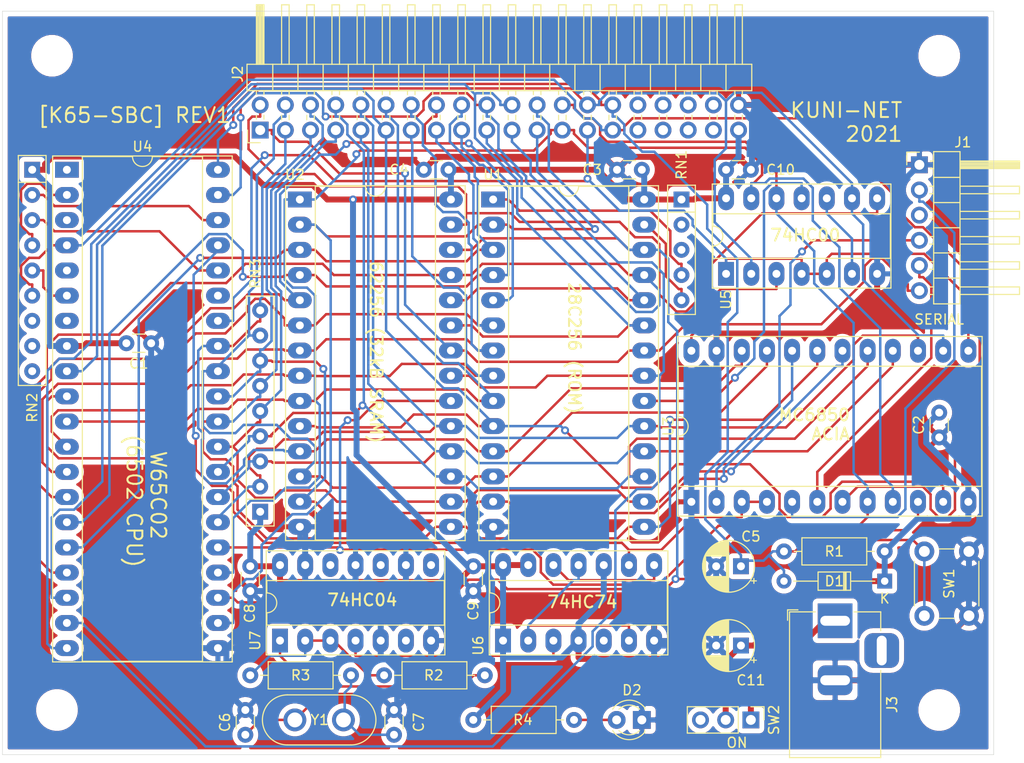
<source format=kicad_pcb>
(kicad_pcb (version 20171130) (host pcbnew "(5.1.10-1-10_14)")
  (layers (0 F.Cu signal) (31 B.Cu signal) (34 B.Paste user) (35 F.Paste user) (36 B.SilkS user) (37 F.SilkS user) (38 B.Mask user) (39 F.Mask user) (44 Edge.Cuts user))
  (net 0 "")
  (net 1 VCC)
  (net 2 GND)
  (net 3 /~RES)
  (net 4 "Net-(C6-Pad1)")
  (net 5 "Net-(C7-Pad1)")
  (net 6 "Net-(D2-Pad2)")
  (net 7 "Net-(J1-Pad6)")
  (net 8 "Net-(J1-Pad5)")
  (net 9 "Net-(J1-Pad4)")
  (net 10 "Net-(J1-Pad2)")
  (net 11 /~IRQ)
  (net 12 /PH2)
  (net 13 /R~W)
  (net 14 /A15)
  (net 15 /A14)
  (net 16 /A13)
  (net 17 /A12)
  (net 18 /A11)
  (net 19 /A10)
  (net 20 /A9)
  (net 21 /A8)
  (net 22 /A7)
  (net 23 /A6)
  (net 24 /A5)
  (net 25 /A4)
  (net 26 /A3)
  (net 27 /A2)
  (net 28 /A1)
  (net 29 /A0)
  (net 30 /D7)
  (net 31 /D6)
  (net 32 /D5)
  (net 33 /D4)
  (net 34 /D3)
  (net 35 /D2)
  (net 36 /D1)
  (net 37 /D0)
  (net 38 /~WR)
  (net 39 /~RD)
  (net 40 "Net-(J3-Pad1)")
  (net 41 "Net-(R2-Pad1)")
  (net 42 "Net-(RN1-Pad5)")
  (net 43 "Net-(RN1-Pad4)")
  (net 44 "Net-(RN2-Pad5)")
  (net 45 "Net-(RN2-Pad4)")
  (net 46 "Net-(RN2-Pad3)")
  (net 47 "Net-(RN2-Pad2)")
  (net 48 /CLK)
  (net 49 "Net-(U5-Pad10)")
  (net 50 "Net-(U1-Pad20)")
  (net 51 "Net-(U6-Pad11)")
  (net 52 "Net-(U6-Pad12)")
  (net 53 "Net-(U6-Pad3)")
  (module Package_DIP:DIP-28_W15.24mm_Socket_LongPads (layer F.Cu) (at 149.5 72)
    (fp_text reference U1 (at 0 -2.5) (layer F.SilkS))
    (fp_text value 28C256)
    (pad 28 thru_hole oval (at 15.24 0) (size 2.4 1.6) (drill 0.8) (layers *.Cu *.Mask) (net 1 VCC))
    (pad 14 thru_hole oval (at 0 33.02) (size 2.4 1.6) (drill 0.8) (layers *.Cu *.Mask) (net 2 GND))
    (pad 27 thru_hole oval (at 15.24 2.54) (size 2.4 1.6) (drill 0.8) (layers *.Cu *.Mask) (net 42 "Net-(RN1-Pad5)"))
    (pad 13 thru_hole oval (at 0 30.48) (size 2.4 1.6) (drill 0.8) (layers *.Cu *.Mask) (net 35 /D2))
    (pad 26 thru_hole oval (at 15.24 5.08) (size 2.4 1.6) (drill 0.8) (layers *.Cu *.Mask) (net 16 /A13))
    (pad 12 thru_hole oval (at 0 27.94) (size 2.4 1.6) (drill 0.8) (layers *.Cu *.Mask) (net 36 /D1))
    (pad 25 thru_hole oval (at 15.24 7.62) (size 2.4 1.6) (drill 0.8) (layers *.Cu *.Mask) (net 21 /A8))
    (pad 11 thru_hole oval (at 0 25.4) (size 2.4 1.6) (drill 0.8) (layers *.Cu *.Mask) (net 37 /D0))
    (pad 24 thru_hole oval (at 15.24 10.16) (size 2.4 1.6) (drill 0.8) (layers *.Cu *.Mask) (net 20 /A9))
    (pad 10 thru_hole oval (at 0 22.86) (size 2.4 1.6) (drill 0.8) (layers *.Cu *.Mask) (net 29 /A0))
    (pad 23 thru_hole oval (at 15.24 12.7) (size 2.4 1.6) (drill 0.8) (layers *.Cu *.Mask) (net 18 /A11))
    (pad 9 thru_hole oval (at 0 20.32) (size 2.4 1.6) (drill 0.8) (layers *.Cu *.Mask) (net 28 /A1))
    (pad 22 thru_hole oval (at 15.24 15.24) (size 2.4 1.6) (drill 0.8) (layers *.Cu *.Mask) (net 39 /~RD))
    (pad 8 thru_hole oval (at 0 17.78) (size 2.4 1.6) (drill 0.8) (layers *.Cu *.Mask) (net 27 /A2))
    (pad 21 thru_hole oval (at 15.24 17.78) (size 2.4 1.6) (drill 0.8) (layers *.Cu *.Mask) (net 19 /A10))
    (pad 7 thru_hole oval (at 0 15.24) (size 2.4 1.6) (drill 0.8) (layers *.Cu *.Mask) (net 26 /A3))
    (pad 20 thru_hole oval (at 15.24 20.32) (size 2.4 1.6) (drill 0.8) (layers *.Cu *.Mask) (net 50 "Net-(U1-Pad20)"))
    (pad 6 thru_hole oval (at 0 12.7) (size 2.4 1.6) (drill 0.8) (layers *.Cu *.Mask) (net 25 /A4))
    (pad 19 thru_hole oval (at 15.24 22.86) (size 2.4 1.6) (drill 0.8) (layers *.Cu *.Mask) (net 30 /D7))
    (pad 5 thru_hole oval (at 0 10.16) (size 2.4 1.6) (drill 0.8) (layers *.Cu *.Mask) (net 24 /A5))
    (pad 18 thru_hole oval (at 15.24 25.4) (size 2.4 1.6) (drill 0.8) (layers *.Cu *.Mask) (net 31 /D6))
    (pad 4 thru_hole oval (at 0 7.62) (size 2.4 1.6) (drill 0.8) (layers *.Cu *.Mask) (net 23 /A6))
    (pad 17 thru_hole oval (at 15.24 27.94) (size 2.4 1.6) (drill 0.8) (layers *.Cu *.Mask) (net 32 /D5))
    (pad 3 thru_hole oval (at 0 5.08) (size 2.4 1.6) (drill 0.8) (layers *.Cu *.Mask) (net 22 /A7))
    (pad 16 thru_hole oval (at 15.24 30.48) (size 2.4 1.6) (drill 0.8) (layers *.Cu *.Mask) (net 33 /D4))
    (pad 2 thru_hole oval (at 0 2.54) (size 2.4 1.6) (drill 0.8) (layers *.Cu *.Mask) (net 17 /A12))
    (pad 15 thru_hole oval (at 15.24 33.02) (size 2.4 1.6) (drill 0.8) (layers *.Cu *.Mask) (net 34 /D3))
    (pad 1 thru_hole rect (at 0 0) (size 2.4 1.6) (drill 0.8) (layers *.Cu *.Mask) (net 43 "Net-(RN1-Pad4)"))
  )
  (module Crystal:Crystal_HC50_Vertical (layer F.Cu) (at 129.5 124.5)
    (fp_text reference Y1 (at 2.5 0) (layer F.SilkS))
    (fp_text value 7.3728MHz)
    (pad 2 thru_hole circle (at 4.9 0) (size 2.3 2.3) (drill 1.5) (layers *.Cu *.Mask) (net 5 "Net-(C7-Pad1)"))
    (pad 1 thru_hole circle (at 0 0) (size 2.3 2.3) (drill 1.5) (layers *.Cu *.Mask) (net 4 "Net-(C6-Pad1)"))
  )
  (module Package_DIP:DIP-14_W7.62mm_Socket_LongPads (layer F.Cu) (at 128 116.5 90)
    (fp_text reference U7 (at 0 -2.5 90) (layer F.SilkS))
    (fp_text value 74HC04)
    (pad 14 thru_hole oval (at 7.62 0 90) (size 2.4 1.6) (drill 0.8) (layers *.Cu *.Mask) (net 1 VCC))
    (pad 7 thru_hole oval (at 0 15.24 90) (size 2.4 1.6) (drill 0.8) (layers *.Cu *.Mask) (net 2 GND))
    (pad 13 thru_hole oval (at 7.62 2.54 90) (size 2.4 1.6) (drill 0.8) (layers *.Cu *.Mask) (net 2 GND))
    (pad 6 thru_hole oval (at 0 12.7 90) (size 2.4 1.6) (drill 0.8) (layers *.Cu *.Mask))
    (pad 12 thru_hole oval (at 7.62 5.08 90) (size 2.4 1.6) (drill 0.8) (layers *.Cu *.Mask))
    (pad 5 thru_hole oval (at 0 10.16 90) (size 2.4 1.6) (drill 0.8) (layers *.Cu *.Mask) (net 2 GND))
    (pad 11 thru_hole oval (at 7.62 7.62 90) (size 2.4 1.6) (drill 0.8) (layers *.Cu *.Mask) (net 2 GND))
    (pad 4 thru_hole oval (at 0 7.62 90) (size 2.4 1.6) (drill 0.8) (layers *.Cu *.Mask) (net 53 "Net-(U6-Pad3)"))
    (pad 10 thru_hole oval (at 7.62 10.16 90) (size 2.4 1.6) (drill 0.8) (layers *.Cu *.Mask))
    (pad 3 thru_hole oval (at 0 5.08 90) (size 2.4 1.6) (drill 0.8) (layers *.Cu *.Mask) (net 41 "Net-(R2-Pad1)"))
    (pad 9 thru_hole oval (at 7.62 12.7 90) (size 2.4 1.6) (drill 0.8) (layers *.Cu *.Mask) (net 2 GND))
    (pad 2 thru_hole oval (at 0 2.54 90) (size 2.4 1.6) (drill 0.8) (layers *.Cu *.Mask) (net 41 "Net-(R2-Pad1)"))
    (pad 8 thru_hole oval (at 7.62 15.24 90) (size 2.4 1.6) (drill 0.8) (layers *.Cu *.Mask))
    (pad 1 thru_hole rect (at 0 0 90) (size 2.4 1.6) (drill 0.8) (layers *.Cu *.Mask) (net 4 "Net-(C6-Pad1)"))
  )
  (module Package_DIP:DIP-14_W7.62mm_Socket_LongPads (layer F.Cu) (at 150.5 116.5 90)
    (fp_text reference U6 (at -0.5 -2.5 90) (layer F.SilkS))
    (fp_text value 74HC74)
    (pad 14 thru_hole oval (at 7.62 0 90) (size 2.4 1.6) (drill 0.8) (layers *.Cu *.Mask) (net 1 VCC))
    (pad 7 thru_hole oval (at 0 15.24 90) (size 2.4 1.6) (drill 0.8) (layers *.Cu *.Mask) (net 2 GND))
    (pad 13 thru_hole oval (at 7.62 2.54 90) (size 2.4 1.6) (drill 0.8) (layers *.Cu *.Mask) (net 1 VCC))
    (pad 6 thru_hole oval (at 0 12.7 90) (size 2.4 1.6) (drill 0.8) (layers *.Cu *.Mask) (net 51 "Net-(U6-Pad11)"))
    (pad 12 thru_hole oval (at 7.62 5.08 90) (size 2.4 1.6) (drill 0.8) (layers *.Cu *.Mask) (net 52 "Net-(U6-Pad12)"))
    (pad 5 thru_hole oval (at 0 10.16 90) (size 2.4 1.6) (drill 0.8) (layers *.Cu *.Mask))
    (pad 11 thru_hole oval (at 7.62 7.62 90) (size 2.4 1.6) (drill 0.8) (layers *.Cu *.Mask) (net 51 "Net-(U6-Pad11)"))
    (pad 4 thru_hole oval (at 0 7.62 90) (size 2.4 1.6) (drill 0.8) (layers *.Cu *.Mask) (net 1 VCC))
    (pad 10 thru_hole oval (at 7.62 10.16 90) (size 2.4 1.6) (drill 0.8) (layers *.Cu *.Mask) (net 1 VCC))
    (pad 3 thru_hole oval (at 0 5.08 90) (size 2.4 1.6) (drill 0.8) (layers *.Cu *.Mask) (net 53 "Net-(U6-Pad3)"))
    (pad 9 thru_hole oval (at 7.62 12.7 90) (size 2.4 1.6) (drill 0.8) (layers *.Cu *.Mask) (net 48 /CLK))
    (pad 2 thru_hole oval (at 0 2.54 90) (size 2.4 1.6) (drill 0.8) (layers *.Cu *.Mask) (net 51 "Net-(U6-Pad11)"))
    (pad 8 thru_hole oval (at 7.62 15.24 90) (size 2.4 1.6) (drill 0.8) (layers *.Cu *.Mask) (net 52 "Net-(U6-Pad12)"))
    (pad 1 thru_hole rect (at 0 0 90) (size 2.4 1.6) (drill 0.8) (layers *.Cu *.Mask) (net 1 VCC))
  )
  (module Package_DIP:DIP-14_W7.62mm_Socket_LongPads (layer F.Cu) (at 173 79.5 90)
    (fp_text reference U5 (at -2.6 0 90) (layer F.SilkS))
    (fp_text value 74HC00)
    (pad 14 thru_hole oval (at 7.62 0 90) (size 2.4 1.6) (drill 0.8) (layers *.Cu *.Mask) (net 1 VCC))
    (pad 7 thru_hole oval (at 0 15.24 90) (size 2.4 1.6) (drill 0.8) (layers *.Cu *.Mask) (net 2 GND))
    (pad 13 thru_hole oval (at 7.62 2.54 90) (size 2.4 1.6) (drill 0.8) (layers *.Cu *.Mask) (net 15 /A14))
    (pad 6 thru_hole oval (at 0 12.7 90) (size 2.4 1.6) (drill 0.8) (layers *.Cu *.Mask) (net 49 "Net-(U5-Pad10)"))
    (pad 12 thru_hole oval (at 7.62 5.08 90) (size 2.4 1.6) (drill 0.8) (layers *.Cu *.Mask) (net 14 /A15))
    (pad 5 thru_hole oval (at 0 10.16 90) (size 2.4 1.6) (drill 0.8) (layers *.Cu *.Mask) (net 13 /R~W))
    (pad 11 thru_hole oval (at 7.62 7.62 90) (size 2.4 1.6) (drill 0.8) (layers *.Cu *.Mask) (net 50 "Net-(U1-Pad20)"))
    (pad 4 thru_hole oval (at 0 7.62 90) (size 2.4 1.6) (drill 0.8) (layers *.Cu *.Mask) (net 13 /R~W))
    (pad 10 thru_hole oval (at 7.62 10.16 90) (size 2.4 1.6) (drill 0.8) (layers *.Cu *.Mask) (net 49 "Net-(U5-Pad10)"))
    (pad 3 thru_hole oval (at 0 5.08 90) (size 2.4 1.6) (drill 0.8) (layers *.Cu *.Mask) (net 39 /~RD))
    (pad 9 thru_hole oval (at 7.62 12.7 90) (size 2.4 1.6) (drill 0.8) (layers *.Cu *.Mask) (net 12 /PH2))
    (pad 2 thru_hole oval (at 0 2.54 90) (size 2.4 1.6) (drill 0.8) (layers *.Cu *.Mask) (net 12 /PH2))
    (pad 8 thru_hole oval (at 7.62 15.24 90) (size 2.4 1.6) (drill 0.8) (layers *.Cu *.Mask) (net 38 /~WR))
    (pad 1 thru_hole rect (at 0 0 90) (size 2.4 1.6) (drill 0.8) (layers *.Cu *.Mask) (net 13 /R~W))
  )
  (module Package_DIP:DIP-40_W15.24mm_Socket_LongPads (layer F.Cu) (at 106.5 69)
    (fp_text reference U4 (at 7.62 -2.33) (layer F.SilkS))
    (fp_text value W65C02SxP)
    (pad 40 thru_hole oval (at 15.24 0) (size 2.4 1.6) (drill 0.8) (layers *.Cu *.Mask) (net 3 /~RES))
    (pad 20 thru_hole oval (at 0 48.26) (size 2.4 1.6) (drill 0.8) (layers *.Cu *.Mask) (net 18 /A11))
    (pad 39 thru_hole oval (at 15.24 2.54) (size 2.4 1.6) (drill 0.8) (layers *.Cu *.Mask) (net 12 /PH2))
    (pad 19 thru_hole oval (at 0 45.72) (size 2.4 1.6) (drill 0.8) (layers *.Cu *.Mask) (net 19 /A10))
    (pad 38 thru_hole oval (at 15.24 5.08) (size 2.4 1.6) (drill 0.8) (layers *.Cu *.Mask) (net 47 "Net-(RN2-Pad2)"))
    (pad 18 thru_hole oval (at 0 43.18) (size 2.4 1.6) (drill 0.8) (layers *.Cu *.Mask) (net 20 /A9))
    (pad 37 thru_hole oval (at 15.24 7.62) (size 2.4 1.6) (drill 0.8) (layers *.Cu *.Mask) (net 48 /CLK))
    (pad 17 thru_hole oval (at 0 40.64) (size 2.4 1.6) (drill 0.8) (layers *.Cu *.Mask) (net 21 /A8))
    (pad 36 thru_hole oval (at 15.24 10.16) (size 2.4 1.6) (drill 0.8) (layers *.Cu *.Mask) (net 46 "Net-(RN2-Pad3)"))
    (pad 16 thru_hole oval (at 0 38.1) (size 2.4 1.6) (drill 0.8) (layers *.Cu *.Mask) (net 22 /A7))
    (pad 35 thru_hole oval (at 15.24 12.7) (size 2.4 1.6) (drill 0.8) (layers *.Cu *.Mask))
    (pad 15 thru_hole oval (at 0 35.56) (size 2.4 1.6) (drill 0.8) (layers *.Cu *.Mask) (net 23 /A6))
    (pad 34 thru_hole oval (at 15.24 15.24) (size 2.4 1.6) (drill 0.8) (layers *.Cu *.Mask) (net 13 /R~W))
    (pad 14 thru_hole oval (at 0 33.02) (size 2.4 1.6) (drill 0.8) (layers *.Cu *.Mask) (net 24 /A5))
    (pad 33 thru_hole oval (at 15.24 17.78) (size 2.4 1.6) (drill 0.8) (layers *.Cu *.Mask) (net 37 /D0))
    (pad 13 thru_hole oval (at 0 30.48) (size 2.4 1.6) (drill 0.8) (layers *.Cu *.Mask) (net 25 /A4))
    (pad 32 thru_hole oval (at 15.24 20.32) (size 2.4 1.6) (drill 0.8) (layers *.Cu *.Mask) (net 36 /D1))
    (pad 12 thru_hole oval (at 0 27.94) (size 2.4 1.6) (drill 0.8) (layers *.Cu *.Mask) (net 26 /A3))
    (pad 31 thru_hole oval (at 15.24 22.86) (size 2.4 1.6) (drill 0.8) (layers *.Cu *.Mask) (net 35 /D2))
    (pad 11 thru_hole oval (at 0 25.4) (size 2.4 1.6) (drill 0.8) (layers *.Cu *.Mask) (net 27 /A2))
    (pad 30 thru_hole oval (at 15.24 25.4) (size 2.4 1.6) (drill 0.8) (layers *.Cu *.Mask) (net 34 /D3))
    (pad 10 thru_hole oval (at 0 22.86) (size 2.4 1.6) (drill 0.8) (layers *.Cu *.Mask) (net 28 /A1))
    (pad 29 thru_hole oval (at 15.24 27.94) (size 2.4 1.6) (drill 0.8) (layers *.Cu *.Mask) (net 33 /D4))
    (pad 9 thru_hole oval (at 0 20.32) (size 2.4 1.6) (drill 0.8) (layers *.Cu *.Mask) (net 29 /A0))
    (pad 28 thru_hole oval (at 15.24 30.48) (size 2.4 1.6) (drill 0.8) (layers *.Cu *.Mask) (net 32 /D5))
    (pad 8 thru_hole oval (at 0 17.78) (size 2.4 1.6) (drill 0.8) (layers *.Cu *.Mask) (net 1 VCC))
    (pad 27 thru_hole oval (at 15.24 33.02) (size 2.4 1.6) (drill 0.8) (layers *.Cu *.Mask) (net 31 /D6))
    (pad 7 thru_hole oval (at 0 15.24) (size 2.4 1.6) (drill 0.8) (layers *.Cu *.Mask))
    (pad 26 thru_hole oval (at 15.24 35.56) (size 2.4 1.6) (drill 0.8) (layers *.Cu *.Mask) (net 30 /D7))
    (pad 6 thru_hole oval (at 0 12.7) (size 2.4 1.6) (drill 0.8) (layers *.Cu *.Mask) (net 44 "Net-(RN2-Pad5)"))
    (pad 25 thru_hole oval (at 15.24 38.1) (size 2.4 1.6) (drill 0.8) (layers *.Cu *.Mask) (net 14 /A15))
    (pad 5 thru_hole oval (at 0 10.16) (size 2.4 1.6) (drill 0.8) (layers *.Cu *.Mask))
    (pad 24 thru_hole oval (at 15.24 40.64) (size 2.4 1.6) (drill 0.8) (layers *.Cu *.Mask) (net 15 /A14))
    (pad 4 thru_hole oval (at 0 7.62) (size 2.4 1.6) (drill 0.8) (layers *.Cu *.Mask) (net 11 /~IRQ))
    (pad 23 thru_hole oval (at 15.24 43.18) (size 2.4 1.6) (drill 0.8) (layers *.Cu *.Mask) (net 16 /A13))
    (pad 3 thru_hole oval (at 0 5.08) (size 2.4 1.6) (drill 0.8) (layers *.Cu *.Mask))
    (pad 22 thru_hole oval (at 15.24 45.72) (size 2.4 1.6) (drill 0.8) (layers *.Cu *.Mask) (net 17 /A12))
    (pad 2 thru_hole oval (at 0 2.54) (size 2.4 1.6) (drill 0.8) (layers *.Cu *.Mask) (net 45 "Net-(RN2-Pad4)"))
    (pad 21 thru_hole oval (at 15.24 48.26) (size 2.4 1.6) (drill 0.8) (layers *.Cu *.Mask) (net 2 GND))
    (pad 1 thru_hole rect (at 0 0) (size 2.4 1.6) (drill 0.8) (layers *.Cu *.Mask))
  )
  (module Package_DIP:DIP-24_W15.24mm_Socket_LongPads (layer F.Cu) (at 169.5 102.5 90)
    (fp_text reference U3 (at 7.62 -2.33 90) (layer F.SilkS))
    (fp_text value MC6850)
    (pad 24 thru_hole oval (at 15.24 0 90) (size 2.4 1.6) (drill 0.8) (layers *.Cu *.Mask) (net 7 "Net-(J1-Pad6)"))
    (pad 12 thru_hole oval (at 0 27.94 90) (size 2.4 1.6) (drill 0.8) (layers *.Cu *.Mask) (net 1 VCC))
    (pad 23 thru_hole oval (at 15.24 2.54 90) (size 2.4 1.6) (drill 0.8) (layers *.Cu *.Mask) (net 2 GND))
    (pad 11 thru_hole oval (at 0 25.4 90) (size 2.4 1.6) (drill 0.8) (layers *.Cu *.Mask) (net 29 /A0))
    (pad 22 thru_hole oval (at 15.24 5.08 90) (size 2.4 1.6) (drill 0.8) (layers *.Cu *.Mask) (net 37 /D0))
    (pad 10 thru_hole oval (at 0 22.86 90) (size 2.4 1.6) (drill 0.8) (layers *.Cu *.Mask) (net 16 /A13))
    (pad 21 thru_hole oval (at 15.24 7.62 90) (size 2.4 1.6) (drill 0.8) (layers *.Cu *.Mask) (net 36 /D1))
    (pad 9 thru_hole oval (at 0 20.32 90) (size 2.4 1.6) (drill 0.8) (layers *.Cu *.Mask) (net 15 /A14))
    (pad 20 thru_hole oval (at 15.24 10.16 90) (size 2.4 1.6) (drill 0.8) (layers *.Cu *.Mask) (net 35 /D2))
    (pad 8 thru_hole oval (at 0 17.78 90) (size 2.4 1.6) (drill 0.8) (layers *.Cu *.Mask) (net 14 /A15))
    (pad 19 thru_hole oval (at 15.24 12.7 90) (size 2.4 1.6) (drill 0.8) (layers *.Cu *.Mask) (net 34 /D3))
    (pad 7 thru_hole oval (at 0 15.24 90) (size 2.4 1.6) (drill 0.8) (layers *.Cu *.Mask) (net 11 /~IRQ))
    (pad 18 thru_hole oval (at 15.24 15.24 90) (size 2.4 1.6) (drill 0.8) (layers *.Cu *.Mask) (net 33 /D4))
    (pad 6 thru_hole oval (at 0 12.7 90) (size 2.4 1.6) (drill 0.8) (layers *.Cu *.Mask) (net 8 "Net-(J1-Pad5)"))
    (pad 17 thru_hole oval (at 15.24 17.78 90) (size 2.4 1.6) (drill 0.8) (layers *.Cu *.Mask) (net 32 /D5))
    (pad 5 thru_hole oval (at 0 10.16 90) (size 2.4 1.6) (drill 0.8) (layers *.Cu *.Mask) (net 10 "Net-(J1-Pad2)"))
    (pad 16 thru_hole oval (at 15.24 20.32 90) (size 2.4 1.6) (drill 0.8) (layers *.Cu *.Mask) (net 31 /D6))
    (pad 4 thru_hole oval (at 0 7.62 90) (size 2.4 1.6) (drill 0.8) (layers *.Cu *.Mask) (net 48 /CLK))
    (pad 15 thru_hole oval (at 15.24 22.86 90) (size 2.4 1.6) (drill 0.8) (layers *.Cu *.Mask) (net 30 /D7))
    (pad 3 thru_hole oval (at 0 5.08 90) (size 2.4 1.6) (drill 0.8) (layers *.Cu *.Mask) (net 48 /CLK))
    (pad 14 thru_hole oval (at 15.24 25.4 90) (size 2.4 1.6) (drill 0.8) (layers *.Cu *.Mask) (net 12 /PH2))
    (pad 2 thru_hole oval (at 0 2.54 90) (size 2.4 1.6) (drill 0.8) (layers *.Cu *.Mask) (net 9 "Net-(J1-Pad4)"))
    (pad 13 thru_hole oval (at 15.24 27.94 90) (size 2.4 1.6) (drill 0.8) (layers *.Cu *.Mask) (net 13 /R~W))
    (pad 1 thru_hole rect (at 0 0 90) (size 2.4 1.6) (drill 0.8) (layers *.Cu *.Mask) (net 2 GND))
  )
  (module Package_DIP:DIP-28_W15.24mm_Socket_LongPads (layer F.Cu) (at 130 72)
    (fp_text reference U2 (at -0.5 -2.5) (layer F.SilkS))
    (fp_text value 62256)
    (pad 28 thru_hole oval (at 15.24 0) (size 2.4 1.6) (drill 0.8) (layers *.Cu *.Mask) (net 1 VCC))
    (pad 14 thru_hole oval (at 0 33.02) (size 2.4 1.6) (drill 0.8) (layers *.Cu *.Mask) (net 2 GND))
    (pad 27 thru_hole oval (at 15.24 2.54) (size 2.4 1.6) (drill 0.8) (layers *.Cu *.Mask) (net 38 /~WR))
    (pad 13 thru_hole oval (at 0 30.48) (size 2.4 1.6) (drill 0.8) (layers *.Cu *.Mask) (net 35 /D2))
    (pad 26 thru_hole oval (at 15.24 5.08) (size 2.4 1.6) (drill 0.8) (layers *.Cu *.Mask) (net 16 /A13))
    (pad 12 thru_hole oval (at 0 27.94) (size 2.4 1.6) (drill 0.8) (layers *.Cu *.Mask) (net 36 /D1))
    (pad 25 thru_hole oval (at 15.24 7.62) (size 2.4 1.6) (drill 0.8) (layers *.Cu *.Mask) (net 21 /A8))
    (pad 11 thru_hole oval (at 0 25.4) (size 2.4 1.6) (drill 0.8) (layers *.Cu *.Mask) (net 37 /D0))
    (pad 24 thru_hole oval (at 15.24 10.16) (size 2.4 1.6) (drill 0.8) (layers *.Cu *.Mask) (net 20 /A9))
    (pad 10 thru_hole oval (at 0 22.86) (size 2.4 1.6) (drill 0.8) (layers *.Cu *.Mask) (net 29 /A0))
    (pad 23 thru_hole oval (at 15.24 12.7) (size 2.4 1.6) (drill 0.8) (layers *.Cu *.Mask) (net 18 /A11))
    (pad 9 thru_hole oval (at 0 20.32) (size 2.4 1.6) (drill 0.8) (layers *.Cu *.Mask) (net 28 /A1))
    (pad 22 thru_hole oval (at 15.24 15.24) (size 2.4 1.6) (drill 0.8) (layers *.Cu *.Mask) (net 39 /~RD))
    (pad 8 thru_hole oval (at 0 17.78) (size 2.4 1.6) (drill 0.8) (layers *.Cu *.Mask) (net 27 /A2))
    (pad 21 thru_hole oval (at 15.24 17.78) (size 2.4 1.6) (drill 0.8) (layers *.Cu *.Mask) (net 19 /A10))
    (pad 7 thru_hole oval (at 0 15.24) (size 2.4 1.6) (drill 0.8) (layers *.Cu *.Mask) (net 26 /A3))
    (pad 20 thru_hole oval (at 15.24 20.32) (size 2.4 1.6) (drill 0.8) (layers *.Cu *.Mask) (net 14 /A15))
    (pad 6 thru_hole oval (at 0 12.7) (size 2.4 1.6) (drill 0.8) (layers *.Cu *.Mask) (net 25 /A4))
    (pad 19 thru_hole oval (at 15.24 22.86) (size 2.4 1.6) (drill 0.8) (layers *.Cu *.Mask) (net 30 /D7))
    (pad 5 thru_hole oval (at 0 10.16) (size 2.4 1.6) (drill 0.8) (layers *.Cu *.Mask) (net 24 /A5))
    (pad 18 thru_hole oval (at 15.24 25.4) (size 2.4 1.6) (drill 0.8) (layers *.Cu *.Mask) (net 31 /D6))
    (pad 4 thru_hole oval (at 0 7.62) (size 2.4 1.6) (drill 0.8) (layers *.Cu *.Mask) (net 23 /A6))
    (pad 17 thru_hole oval (at 15.24 27.94) (size 2.4 1.6) (drill 0.8) (layers *.Cu *.Mask) (net 32 /D5))
    (pad 3 thru_hole oval (at 0 5.08) (size 2.4 1.6) (drill 0.8) (layers *.Cu *.Mask) (net 22 /A7))
    (pad 16 thru_hole oval (at 15.24 30.48) (size 2.4 1.6) (drill 0.8) (layers *.Cu *.Mask) (net 33 /D4))
    (pad 2 thru_hole oval (at 0 2.54) (size 2.4 1.6) (drill 0.8) (layers *.Cu *.Mask) (net 17 /A12))
    (pad 15 thru_hole oval (at 15.24 33.02) (size 2.4 1.6) (drill 0.8) (layers *.Cu *.Mask) (net 34 /D3))
    (pad 1 thru_hole rect (at 0 0) (size 2.4 1.6) (drill 0.8) (layers *.Cu *.Mask) (net 15 /A14))
  )
  (module Connector_PinHeader_2.54mm:PinHeader_1x03_P2.54mm_Vertical (layer F.Cu) (at 175.5 124.5 270)
    (fp_text reference SW2 (at 0 -2.33 90) (layer F.SilkS))
    (fp_text value "POWER SW")
    (pad 3 thru_hole oval (at 0 5.08 270) (size 1.7 1.7) (drill 1) (layers *.Cu *.Mask))
    (pad 2 thru_hole oval (at 0 2.54 270) (size 1.7 1.7) (drill 1) (layers *.Cu *.Mask) (net 1 VCC))
    (pad 1 thru_hole rect (at 0 0 270) (size 1.7 1.7) (drill 1) (layers *.Cu *.Mask) (net 40 "Net-(J3-Pad1)"))
  )
  (module Button_Switch_THT:SW_PUSH_6mm (layer F.Cu) (at 197.5 107.5 270)
    (fp_text reference SW1 (at 3.25 2 90) (layer F.SilkS))
    (fp_text value RESET)
    (pad 1 thru_hole circle (at 6.5 0) (size 2 2) (drill 1.1) (layers *.Cu *.Mask) (net 2 GND))
    (pad 2 thru_hole circle (at 6.5 4.5) (size 2 2) (drill 1.1) (layers *.Cu *.Mask) (net 3 /~RES))
    (pad 1 thru_hole circle (at 0 0) (size 2 2) (drill 1.1) (layers *.Cu *.Mask) (net 2 GND))
    (pad 2 thru_hole circle (at 0 4.5) (size 2 2) (drill 1.1) (layers *.Cu *.Mask) (net 3 /~RES))
  )
  (module Resistor_THT:R_Array_SIP9 (layer F.Cu) (at 126 103.5 90)
    (fp_text reference RN3 (at 24 -0.5 90) (layer F.SilkS))
    (fp_text value 10k)
    (pad 9 thru_hole oval (at 20.32 0 90) (size 1.6 1.6) (drill 0.8) (layers *.Cu *.Mask) (net 37 /D0))
    (pad 8 thru_hole oval (at 17.78 0 90) (size 1.6 1.6) (drill 0.8) (layers *.Cu *.Mask) (net 36 /D1))
    (pad 7 thru_hole oval (at 15.24 0 90) (size 1.6 1.6) (drill 0.8) (layers *.Cu *.Mask) (net 35 /D2))
    (pad 6 thru_hole oval (at 12.7 0 90) (size 1.6 1.6) (drill 0.8) (layers *.Cu *.Mask) (net 34 /D3))
    (pad 5 thru_hole oval (at 10.16 0 90) (size 1.6 1.6) (drill 0.8) (layers *.Cu *.Mask) (net 33 /D4))
    (pad 4 thru_hole oval (at 7.62 0 90) (size 1.6 1.6) (drill 0.8) (layers *.Cu *.Mask) (net 32 /D5))
    (pad 3 thru_hole oval (at 5.08 0 90) (size 1.6 1.6) (drill 0.8) (layers *.Cu *.Mask) (net 31 /D6))
    (pad 2 thru_hole oval (at 2.54 0 90) (size 1.6 1.6) (drill 0.8) (layers *.Cu *.Mask) (net 30 /D7))
    (pad 1 thru_hole rect (at 0 0 90) (size 1.6 1.6) (drill 0.8) (layers *.Cu *.Mask) (net 1 VCC))
  )
  (module Resistor_THT:R_Array_SIP9 (layer F.Cu) (at 103 69 270)
    (fp_text reference RN2 (at 24 0 90) (layer F.SilkS))
    (fp_text value 10k)
    (pad 9 thru_hole oval (at 20.32 0 270) (size 1.6 1.6) (drill 0.8) (layers *.Cu *.Mask))
    (pad 8 thru_hole oval (at 17.78 0 270) (size 1.6 1.6) (drill 0.8) (layers *.Cu *.Mask))
    (pad 7 thru_hole oval (at 15.24 0 270) (size 1.6 1.6) (drill 0.8) (layers *.Cu *.Mask))
    (pad 6 thru_hole oval (at 12.7 0 270) (size 1.6 1.6) (drill 0.8) (layers *.Cu *.Mask) (net 11 /~IRQ))
    (pad 5 thru_hole oval (at 10.16 0 270) (size 1.6 1.6) (drill 0.8) (layers *.Cu *.Mask) (net 44 "Net-(RN2-Pad5)"))
    (pad 4 thru_hole oval (at 7.62 0 270) (size 1.6 1.6) (drill 0.8) (layers *.Cu *.Mask) (net 45 "Net-(RN2-Pad4)"))
    (pad 3 thru_hole oval (at 5.08 0 270) (size 1.6 1.6) (drill 0.8) (layers *.Cu *.Mask) (net 46 "Net-(RN2-Pad3)"))
    (pad 2 thru_hole oval (at 2.54 0 270) (size 1.6 1.6) (drill 0.8) (layers *.Cu *.Mask) (net 47 "Net-(RN2-Pad2)"))
    (pad 1 thru_hole rect (at 0 0 270) (size 1.6 1.6) (drill 0.8) (layers *.Cu *.Mask) (net 1 VCC))
  )
  (module Resistor_THT:R_Array_SIP5 (layer F.Cu) (at 168.5 72 270)
    (fp_text reference RN1 (at -3.5 0 90) (layer F.SilkS))
    (fp_text value 10k)
    (pad 5 thru_hole oval (at 10.16 0 270) (size 1.6 1.6) (drill 0.8) (layers *.Cu *.Mask) (net 42 "Net-(RN1-Pad5)"))
    (pad 4 thru_hole oval (at 7.62 0 270) (size 1.6 1.6) (drill 0.8) (layers *.Cu *.Mask) (net 43 "Net-(RN1-Pad4)"))
    (pad 3 thru_hole oval (at 5.08 0 270) (size 1.6 1.6) (drill 0.8) (layers *.Cu *.Mask))
    (pad 2 thru_hole oval (at 2.54 0 270) (size 1.6 1.6) (drill 0.8) (layers *.Cu *.Mask))
    (pad 1 thru_hole rect (at 0 0 270) (size 1.6 1.6) (drill 0.8) (layers *.Cu *.Mask) (net 1 VCC))
  )
  (module Resistor_THT:R_Axial_DIN0207_L6.3mm_D2.5mm_P10.16mm_Horizontal (layer F.Cu) (at 147.5 124.5)
    (fp_text reference R4 (at 5 0) (layer F.SilkS))
    (fp_text value 470)
    (pad 2 thru_hole oval (at 10.16 0) (size 1.6 1.6) (drill 0.8) (layers *.Cu *.Mask) (net 6 "Net-(D2-Pad2)"))
    (pad 1 thru_hole circle (at 0 0) (size 1.6 1.6) (drill 0.8) (layers *.Cu *.Mask) (net 1 VCC))
  )
  (module Resistor_THT:R_Axial_DIN0207_L6.3mm_D2.5mm_P10.16mm_Horizontal (layer F.Cu) (at 125 120)
    (fp_text reference R3 (at 5.08 0) (layer F.SilkS))
    (fp_text value 1k)
    (pad 2 thru_hole oval (at 10.16 0) (size 1.6 1.6) (drill 0.8) (layers *.Cu *.Mask) (net 5 "Net-(C7-Pad1)"))
    (pad 1 thru_hole circle (at 0 0) (size 1.6 1.6) (drill 0.8) (layers *.Cu *.Mask) (net 41 "Net-(R2-Pad1)"))
  )
  (module Resistor_THT:R_Axial_DIN0207_L6.3mm_D2.5mm_P10.16mm_Horizontal (layer F.Cu) (at 138.5 120)
    (fp_text reference R2 (at 5 0) (layer F.SilkS))
    (fp_text value 1M)
    (pad 2 thru_hole oval (at 10.16 0) (size 1.6 1.6) (drill 0.8) (layers *.Cu *.Mask) (net 4 "Net-(C6-Pad1)"))
    (pad 1 thru_hole circle (at 0 0) (size 1.6 1.6) (drill 0.8) (layers *.Cu *.Mask) (net 41 "Net-(R2-Pad1)"))
  )
  (module Resistor_THT:R_Axial_DIN0207_L6.3mm_D2.5mm_P10.16mm_Horizontal (layer F.Cu) (at 189 107.5 180)
    (fp_text reference R1 (at 5.08 0) (layer F.SilkS))
    (fp_text value 4.7k)
    (pad 2 thru_hole oval (at 10.16 0 180) (size 1.6 1.6) (drill 0.8) (layers *.Cu *.Mask) (net 3 /~RES))
    (pad 1 thru_hole circle (at 0 0 180) (size 1.6 1.6) (drill 0.8) (layers *.Cu *.Mask) (net 1 VCC))
  )
  (module Connector_BarrelJack:BarrelJack_Horizontal (layer F.Cu) (at 184 114.5 90)
    (fp_text reference J3 (at -8.45 5.75 90) (layer F.SilkS))
    (fp_text value "DC JACK")
    (pad 3 thru_hole roundrect (at -3 4.7 90) (size 3.5 3.5) (drill oval 3 1) (layers *.Cu *.Mask))
    (pad 2 thru_hole roundrect (at -6 0 90) (size 3 3.5) (drill oval 1 3) (layers *.Cu *.Mask) (net 2 GND))
    (pad 1 thru_hole rect (at 0 0 90) (size 3.5 3.5) (drill oval 1 3) (layers *.Cu *.Mask) (net 40 "Net-(J3-Pad1)"))
  )
  (module Connector_PinHeader_2.54mm:PinHeader_2x20_P2.54mm_Horizontal (layer F.Cu) (at 126 65 90)
    (fp_text reference J2 (at 5.655 -2.27 90) (layer F.SilkS))
    (fp_text value "SBC6303 BUS")
    (pad 40 thru_hole oval (at 2.54 48.26 90) (size 1.7 1.7) (drill 1) (layers *.Cu *.Mask) (net 2 GND))
    (pad 39 thru_hole oval (at 0 48.26 90) (size 1.7 1.7) (drill 1) (layers *.Cu *.Mask) (net 1 VCC))
    (pad 38 thru_hole oval (at 2.54 45.72 90) (size 1.7 1.7) (drill 1) (layers *.Cu *.Mask))
    (pad 37 thru_hole oval (at 0 45.72 90) (size 1.7 1.7) (drill 1) (layers *.Cu *.Mask))
    (pad 36 thru_hole oval (at 2.54 43.18 90) (size 1.7 1.7) (drill 1) (layers *.Cu *.Mask))
    (pad 35 thru_hole oval (at 0 43.18 90) (size 1.7 1.7) (drill 1) (layers *.Cu *.Mask))
    (pad 34 thru_hole oval (at 2.54 40.64 90) (size 1.7 1.7) (drill 1) (layers *.Cu *.Mask))
    (pad 33 thru_hole oval (at 0 40.64 90) (size 1.7 1.7) (drill 1) (layers *.Cu *.Mask))
    (pad 32 thru_hole oval (at 2.54 38.1 90) (size 1.7 1.7) (drill 1) (layers *.Cu *.Mask))
    (pad 31 thru_hole oval (at 0 38.1 90) (size 1.7 1.7) (drill 1) (layers *.Cu *.Mask))
    (pad 30 thru_hole oval (at 2.54 35.56 90) (size 1.7 1.7) (drill 1) (layers *.Cu *.Mask) (net 3 /~RES))
    (pad 29 thru_hole oval (at 0 35.56 90) (size 1.7 1.7) (drill 1) (layers *.Cu *.Mask) (net 11 /~IRQ))
    (pad 28 thru_hole oval (at 2.54 33.02 90) (size 1.7 1.7) (drill 1) (layers *.Cu *.Mask) (net 12 /PH2))
    (pad 27 thru_hole oval (at 0 33.02 90) (size 1.7 1.7) (drill 1) (layers *.Cu *.Mask) (net 13 /R~W))
    (pad 26 thru_hole oval (at 2.54 30.48 90) (size 1.7 1.7) (drill 1) (layers *.Cu *.Mask) (net 14 /A15))
    (pad 25 thru_hole oval (at 0 30.48 90) (size 1.7 1.7) (drill 1) (layers *.Cu *.Mask) (net 15 /A14))
    (pad 24 thru_hole oval (at 2.54 27.94 90) (size 1.7 1.7) (drill 1) (layers *.Cu *.Mask) (net 16 /A13))
    (pad 23 thru_hole oval (at 0 27.94 90) (size 1.7 1.7) (drill 1) (layers *.Cu *.Mask) (net 17 /A12))
    (pad 22 thru_hole oval (at 2.54 25.4 90) (size 1.7 1.7) (drill 1) (layers *.Cu *.Mask) (net 18 /A11))
    (pad 21 thru_hole oval (at 0 25.4 90) (size 1.7 1.7) (drill 1) (layers *.Cu *.Mask) (net 19 /A10))
    (pad 20 thru_hole oval (at 2.54 22.86 90) (size 1.7 1.7) (drill 1) (layers *.Cu *.Mask) (net 20 /A9))
    (pad 19 thru_hole oval (at 0 22.86 90) (size 1.7 1.7) (drill 1) (layers *.Cu *.Mask) (net 21 /A8))
    (pad 18 thru_hole oval (at 2.54 20.32 90) (size 1.7 1.7) (drill 1) (layers *.Cu *.Mask) (net 22 /A7))
    (pad 17 thru_hole oval (at 0 20.32 90) (size 1.7 1.7) (drill 1) (layers *.Cu *.Mask) (net 23 /A6))
    (pad 16 thru_hole oval (at 2.54 17.78 90) (size 1.7 1.7) (drill 1) (layers *.Cu *.Mask) (net 24 /A5))
    (pad 15 thru_hole oval (at 0 17.78 90) (size 1.7 1.7) (drill 1) (layers *.Cu *.Mask) (net 25 /A4))
    (pad 14 thru_hole oval (at 2.54 15.24 90) (size 1.7 1.7) (drill 1) (layers *.Cu *.Mask) (net 26 /A3))
    (pad 13 thru_hole oval (at 0 15.24 90) (size 1.7 1.7) (drill 1) (layers *.Cu *.Mask) (net 27 /A2))
    (pad 12 thru_hole oval (at 2.54 12.7 90) (size 1.7 1.7) (drill 1) (layers *.Cu *.Mask) (net 28 /A1))
    (pad 11 thru_hole oval (at 0 12.7 90) (size 1.7 1.7) (drill 1) (layers *.Cu *.Mask) (net 29 /A0))
    (pad 10 thru_hole oval (at 2.54 10.16 90) (size 1.7 1.7) (drill 1) (layers *.Cu *.Mask) (net 30 /D7))
    (pad 9 thru_hole oval (at 0 10.16 90) (size 1.7 1.7) (drill 1) (layers *.Cu *.Mask) (net 31 /D6))
    (pad 8 thru_hole oval (at 2.54 7.62 90) (size 1.7 1.7) (drill 1) (layers *.Cu *.Mask) (net 32 /D5))
    (pad 7 thru_hole oval (at 0 7.62 90) (size 1.7 1.7) (drill 1) (layers *.Cu *.Mask) (net 33 /D4))
    (pad 6 thru_hole oval (at 2.54 5.08 90) (size 1.7 1.7) (drill 1) (layers *.Cu *.Mask) (net 34 /D3))
    (pad 5 thru_hole oval (at 0 5.08 90) (size 1.7 1.7) (drill 1) (layers *.Cu *.Mask) (net 35 /D2))
    (pad 4 thru_hole oval (at 2.54 2.54 90) (size 1.7 1.7) (drill 1) (layers *.Cu *.Mask) (net 36 /D1))
    (pad 3 thru_hole oval (at 0 2.54 90) (size 1.7 1.7) (drill 1) (layers *.Cu *.Mask) (net 37 /D0))
    (pad 2 thru_hole oval (at 2.54 0 90) (size 1.7 1.7) (drill 1) (layers *.Cu *.Mask) (net 38 /~WR))
    (pad 1 thru_hole rect (at 0 0 90) (size 1.7 1.7) (drill 1) (layers *.Cu *.Mask) (net 39 /~RD))
  )
  (module Connector_PinHeader_2.54mm:PinHeader_1x06_P2.54mm_Horizontal (layer F.Cu) (at 192.5 68.5)
    (fp_text reference J1 (at 4.385 -2.27) (layer F.SilkS))
    (fp_text value "SERIAL CON")
    (pad 6 thru_hole oval (at 0 12.7) (size 1.7 1.7) (drill 1) (layers *.Cu *.Mask) (net 7 "Net-(J1-Pad6)"))
    (pad 5 thru_hole oval (at 0 10.16) (size 1.7 1.7) (drill 1) (layers *.Cu *.Mask) (net 8 "Net-(J1-Pad5)"))
    (pad 4 thru_hole oval (at 0 7.62) (size 1.7 1.7) (drill 1) (layers *.Cu *.Mask) (net 9 "Net-(J1-Pad4)"))
    (pad 3 thru_hole oval (at 0 5.08) (size 1.7 1.7) (drill 1) (layers *.Cu *.Mask))
    (pad 2 thru_hole oval (at 0 2.54) (size 1.7 1.7) (drill 1) (layers *.Cu *.Mask) (net 10 "Net-(J1-Pad2)"))
    (pad 1 thru_hole rect (at 0 0) (size 1.7 1.7) (drill 1) (layers *.Cu *.Mask) (net 2 GND))
  )
  (module MountingHole:MountingHole_3.2mm_M3 (layer F.Cu) (at 194.5 123.5)
    (fp_text reference H4 hide)
    (fp_text value MountingHole)
    (pad 1 np_thru_hole circle (at 0 0) (size 3.2 3.2) (drill 3.2) (layers *.Cu *.Mask))
  )
  (module MountingHole:MountingHole_3.2mm_M3 (layer F.Cu) (at 105 57.5)
    (fp_text reference H3 hide)
    (fp_text value MountingHole)
    (pad 1 np_thru_hole circle (at 0 0) (size 3.2 3.2) (drill 3.2) (layers *.Cu *.Mask))
  )
  (module MountingHole:MountingHole_3.2mm_M3 (layer F.Cu) (at 194.5 57.5)
    (fp_text reference H2 hide)
    (fp_text value MountingHole)
    (pad 1 np_thru_hole circle (at 0 0) (size 3.2 3.2) (drill 3.2) (layers *.Cu *.Mask))
  )
  (module MountingHole:MountingHole_3.2mm_M3 (layer F.Cu) (at 105.5 123.5)
    (fp_text reference H1 hide)
    (fp_text value MountingHole)
    (pad 1 np_thru_hole circle (at 0 0) (size 3.2 3.2) (drill 3.2) (layers *.Cu *.Mask))
  )
  (module LED_THT:LED_D3.0mm (layer F.Cu) (at 164.5 124.5 180)
    (fp_text reference D2 (at 1 3) (layer F.SilkS))
    (fp_text value "POWER LED")
    (pad 2 thru_hole circle (at 2.54 0 180) (size 1.8 1.8) (drill 0.9) (layers *.Cu *.Mask) (net 6 "Net-(D2-Pad2)"))
    (pad 1 thru_hole rect (at 0 0 180) (size 1.8 1.8) (drill 0.9) (layers *.Cu *.Mask) (net 2 GND))
  )
  (module Diode_THT:D_DO-34_SOD68_P10.16mm_Horizontal (layer F.Cu) (at 189 110.5 180)
    (fp_text reference D1 (at 5.08 0) (layer F.SilkS))
    (fp_text value 1N4418)
    (fp_text user K (at 0 -1.75) (layer F.SilkS))
    (pad 2 thru_hole oval (at 10.16 0 180) (size 1.5 1.5) (drill 0.75) (layers *.Cu *.Mask) (net 3 /~RES))
    (pad 1 thru_hole rect (at 0 0 180) (size 1.5 1.5) (drill 0.75) (layers *.Cu *.Mask) (net 1 VCC))
  )
  (module Capacitor_THT:CP_Radial_D5.0mm_P2.50mm (layer F.Cu) (at 174.5 117 180)
    (fp_text reference C11 (at -1 -3.5) (layer F.SilkS))
    (fp_text value 10u)
    (pad 2 thru_hole circle (at 2.5 0 180) (size 1.6 1.6) (drill 0.8) (layers *.Cu *.Mask) (net 2 GND))
    (pad 1 thru_hole rect (at 0 0 180) (size 1.6 1.6) (drill 0.8) (layers *.Cu *.Mask) (net 1 VCC))
  )
  (module Capacitor_THT:C_Disc_D3.0mm_W1.6mm_P2.50mm (layer F.Cu) (at 175.5 69 180)
    (fp_text reference C10 (at -3 0) (layer F.SilkS))
    (fp_text value 0.1u)
    (pad 2 thru_hole circle (at 2.5 0 180) (size 1.6 1.6) (drill 0.8) (layers *.Cu *.Mask) (net 1 VCC))
    (pad 1 thru_hole circle (at 0 0 180) (size 1.6 1.6) (drill 0.8) (layers *.Cu *.Mask) (net 2 GND))
  )
  (module Capacitor_THT:C_Disc_D3.0mm_W1.6mm_P2.50mm (layer F.Cu) (at 147.5 111.5 90)
    (fp_text reference C9 (at -2 0 90) (layer F.SilkS))
    (fp_text value 0.1u)
    (pad 2 thru_hole circle (at 2.5 0 90) (size 1.6 1.6) (drill 0.8) (layers *.Cu *.Mask) (net 1 VCC))
    (pad 1 thru_hole circle (at 0 0 90) (size 1.6 1.6) (drill 0.8) (layers *.Cu *.Mask) (net 2 GND))
  )
  (module Capacitor_THT:C_Disc_D3.0mm_W1.6mm_P2.50mm (layer F.Cu) (at 125 111.5 90)
    (fp_text reference C8 (at -2.25 -0.05 90) (layer F.SilkS))
    (fp_text value 0.1u)
    (pad 2 thru_hole circle (at 2.5 0 90) (size 1.6 1.6) (drill 0.8) (layers *.Cu *.Mask) (net 1 VCC))
    (pad 1 thru_hole circle (at 0 0 90) (size 1.6 1.6) (drill 0.8) (layers *.Cu *.Mask) (net 2 GND))
  )
  (module Capacitor_THT:C_Disc_D3.0mm_W1.6mm_P2.50mm (layer F.Cu) (at 139.5 126 90)
    (fp_text reference C7 (at 1.25 2.5 90) (layer F.SilkS))
    (fp_text value 22p)
    (pad 2 thru_hole circle (at 2.5 0 90) (size 1.6 1.6) (drill 0.8) (layers *.Cu *.Mask) (net 2 GND))
    (pad 1 thru_hole circle (at 0 0 90) (size 1.6 1.6) (drill 0.8) (layers *.Cu *.Mask) (net 5 "Net-(C7-Pad1)"))
  )
  (module Capacitor_THT:C_Disc_D3.0mm_W1.6mm_P2.50mm (layer F.Cu) (at 124.5 126 90)
    (fp_text reference C6 (at 1.25 -2.05 90) (layer F.SilkS))
    (fp_text value 22p)
    (pad 2 thru_hole circle (at 2.5 0 90) (size 1.6 1.6) (drill 0.8) (layers *.Cu *.Mask) (net 2 GND))
    (pad 1 thru_hole circle (at 0 0 90) (size 1.6 1.6) (drill 0.8) (layers *.Cu *.Mask) (net 4 "Net-(C6-Pad1)"))
  )
  (module Capacitor_THT:CP_Radial_D5.0mm_P2.50mm (layer F.Cu) (at 174.5 109 180)
    (fp_text reference C5 (at -1 3) (layer F.SilkS))
    (fp_text value 10u)
    (pad 2 thru_hole circle (at 2.5 0 180) (size 1.6 1.6) (drill 0.8) (layers *.Cu *.Mask) (net 2 GND))
    (pad 1 thru_hole rect (at 0 0 180) (size 1.6 1.6) (drill 0.8) (layers *.Cu *.Mask) (net 3 /~RES))
  )
  (module Capacitor_THT:C_Disc_D3.0mm_W1.6mm_P2.50mm (layer F.Cu) (at 142.5 69)
    (fp_text reference C4 (at -2.5 0) (layer F.SilkS))
    (fp_text value 0.1u)
    (pad 2 thru_hole circle (at 2.5 0) (size 1.6 1.6) (drill 0.8) (layers *.Cu *.Mask) (net 1 VCC))
    (pad 1 thru_hole circle (at 0 0) (size 1.6 1.6) (drill 0.8) (layers *.Cu *.Mask) (net 2 GND))
  )
  (module Capacitor_THT:C_Disc_D3.0mm_W1.6mm_P2.50mm (layer F.Cu) (at 162 69)
    (fp_text reference C3 (at -2.5 0) (layer F.SilkS))
    (fp_text value 0.1u)
    (pad 2 thru_hole circle (at 2.5 0) (size 1.6 1.6) (drill 0.8) (layers *.Cu *.Mask) (net 1 VCC))
    (pad 1 thru_hole circle (at 0 0) (size 1.6 1.6) (drill 0.8) (layers *.Cu *.Mask) (net 2 GND))
  )
  (module Capacitor_THT:C_Disc_D3.0mm_W1.6mm_P2.50mm (layer F.Cu) (at 194.5 96 90)
    (fp_text reference C2 (at 1.25 -2.05 90) (layer F.SilkS))
    (fp_text value 0.1u)
    (pad 2 thru_hole circle (at 2.5 0 90) (size 1.6 1.6) (drill 0.8) (layers *.Cu *.Mask) (net 1 VCC))
    (pad 1 thru_hole circle (at 0 0 90) (size 1.6 1.6) (drill 0.8) (layers *.Cu *.Mask) (net 2 GND))
  )
  (module Capacitor_THT:C_Disc_D3.0mm_W1.6mm_P2.50mm (layer F.Cu) (at 115 86.5 180)
    (fp_text reference C1 (at 1.25 -2.05) (layer F.SilkS))
    (fp_text value 0.1u)
    (pad 2 thru_hole circle (at 2.5 0 180) (size 1.6 1.6) (drill 0.8) (layers *.Cu *.Mask) (net 1 VCC))
    (pad 1 thru_hole circle (at 0 0 180) (size 1.6 1.6) (drill 0.8) (layers *.Cu *.Mask) (net 2 GND))
  )
  (gr_text SERIAL (at 194.5 84.1) (layer F.SilkS) (effects (font (size 1 1))))
  (gr_text 74HC04 (at 136.3 112.4) (layer F.SilkS) (effects (font (size 1.2 1.2) (thickness 0.2))))
  (gr_text 74HC74 (at 158.5 112.6) (layer F.SilkS) (effects (font (size 1.2 1.2) (thickness 0.2))))
  (gr_text "KUNI-NET\n2021" (at 190.9 64.2) (layer F.SilkS) (effects (font (size 1.5 1.5) (thickness 0.2)) (justify right)))
  (gr_text "[K65-SBC] REV1" (at 113.3 63.5) (layer F.SilkS) (effects (font (size 1.5 1.5) (thickness 0.2))))
  (gr_text "MC6850\nACIA" (at 185.6 94.7) (layer F.SilkS) (effects (font (size 1.2 1.2) (thickness 0.2)) (justify right)))
  (gr_text 74HC00 (at 181 75.6) (layer F.SilkS) (effects (font (size 1.2 1.2) (thickness 0.2))))
  (gr_text "28C256 (ROM)" (at 157.7 87 -90) (layer F.SilkS) (effects (font (size 1.2 1.2) (thickness 0.2))))
  (gr_text "62256 (32kB SRAM)" (at 137.7 87.4 270) (layer F.SilkS) (effects (font (size 1.2 1.2) (thickness 0.2))))
  (gr_text "W65C02 \n(6502 CPU)" (at 114.5 102.4 -90) (layer F.SilkS) (effects (font (size 1.5 1.5) (thickness 0.2))))
  (gr_text ON (at 174.1 126.8) (layer F.SilkS) (effects (font (size 1 1))))
  (gr_line (start 100 128) (end 100 53) (layer Edge.Cuts) (width 0.05))
  (gr_line (start 200 128) (end 100 128) (layer Edge.Cuts) (width 0.05))
  (gr_line (start 200 53) (end 200 128) (layer Edge.Cuts) (width 0.05))
  (gr_line (start 100 53) (end 200 53) (layer Edge.Cuts) (width 0.05))
  (segment (start 104.3003 69) (end 104.3003 68.4311) (width 0.6) (layer F.Cu) (net 1))
  (segment (start 104.3003 68.4311) (end 105.0684 67.663) (width 0.6) (layer F.Cu) (net 1))
  (segment (start 105.0684 67.663) (end 123.4326 67.663) (width 0.6) (layer F.Cu) (net 1))
  (segment (start 123.4326 67.663) (end 126.3022 70.5326) (width 0.6) (layer F.Cu) (net 1))
  (segment (start 126.3022 70.5326) (end 131.3012 70.5326) (width 0.6) (layer F.Cu) (net 1))
  (segment (start 131.3012 70.5326) (end 132.7686 72) (width 0.6) (layer F.Cu) (net 1))
  (segment (start 132.7686 72) (end 135.3629 72) (width 0.6) (layer F.Cu) (net 1))
  (segment (start 135.3629 72) (end 135.3629 93.0907) (width 0.6) (layer B.Cu) (net 1))
  (segment (start 135.3629 93.0907) (end 135.7243 93.4521) (width 0.6) (layer B.Cu) (net 1))
  (segment (start 135.7243 93.4521) (end 135.7243 97.7822) (width 0.6) (layer B.Cu) (net 1))
  (segment (start 135.7243 97.7822) (end 146.9421 109) (width 0.6) (layer B.Cu) (net 1))
  (segment (start 146.9421 109) (end 147.5 109) (width 0.6) (layer B.Cu) (net 1))
  (segment (start 189 107.5) (end 192.2997 104.2003) (width 0.6) (layer B.Cu) (net 1))
  (segment (start 192.2997 104.2003) (end 197.44 104.2003) (width 0.6) (layer B.Cu) (net 1))
  (segment (start 189 110.5) (end 189 107.5) (width 0.6) (layer B.Cu) (net 1))
  (segment (start 197.44 102.5) (end 197.44 104.2003) (width 0.6) (layer B.Cu) (net 1))
  (segment (start 163.0397 72) (end 160.0397 69) (width 0.6) (layer F.Cu) (net 1))
  (segment (start 160.0397 69) (end 145 69) (width 0.6) (layer F.Cu) (net 1))
  (segment (start 135.3629 72) (end 145.24 72) (width 0.6) (layer F.Cu) (net 1))
  (segment (start 103 69) (end 104.3003 69) (width 0.6) (layer F.Cu) (net 1))
  (segment (start 106.5 86.78) (end 104.7997 86.78) (width 0.6) (layer B.Cu) (net 1))
  (segment (start 104.7997 86.78) (end 104.7997 70.7997) (width 0.6) (layer B.Cu) (net 1))
  (segment (start 104.7997 70.7997) (end 103 69) (width 0.6) (layer B.Cu) (net 1))
  (segment (start 106.5 86.78) (end 108.2003 86.78) (width 0.6) (layer F.Cu) (net 1))
  (segment (start 112.5 86.5) (end 108.4803 86.5) (width 0.6) (layer F.Cu) (net 1))
  (segment (start 108.4803 86.5) (end 108.2003 86.78) (width 0.6) (layer F.Cu) (net 1))
  (segment (start 147.5 109) (end 150.38 109) (width 0.6) (layer F.Cu) (net 1))
  (segment (start 150.38 109) (end 150.5 108.88) (width 0.6) (layer F.Cu) (net 1))
  (segment (start 128 110.5803) (end 145.9197 110.5803) (width 0.6) (layer F.Cu) (net 1))
  (segment (start 145.9197 110.5803) (end 147.5 109) (width 0.6) (layer F.Cu) (net 1))
  (segment (start 150.5 118.2003) (end 150.5 121.5) (width 0.6) (layer B.Cu) (net 1))
  (segment (start 150.5 121.5) (end 147.5 124.5) (width 0.6) (layer B.Cu) (net 1))
  (segment (start 150.5 118.2003) (end 156.4197 118.2003) (width 0.6) (layer B.Cu) (net 1))
  (segment (start 156.4197 118.2003) (end 158.12 116.5) (width 0.6) (layer B.Cu) (net 1))
  (segment (start 150.5 116.5) (end 150.5 118.2003) (width 0.6) (layer B.Cu) (net 1))
  (segment (start 150.5 108.88) (end 150.5 116.5) (width 0.6) (layer B.Cu) (net 1))
  (segment (start 174.5 117) (end 175.8003 117) (width 0.6) (layer F.Cu) (net 1))
  (segment (start 175.8003 117) (end 182.3003 110.5) (width 0.6) (layer F.Cu) (net 1))
  (segment (start 182.3003 110.5) (end 189 110.5) (width 0.6) (layer F.Cu) (net 1))
  (segment (start 172.96 118.3467) (end 173.1533 118.3467) (width 0.6) (layer F.Cu) (net 1))
  (segment (start 173.1533 118.3467) (end 174.5 117) (width 0.6) (layer F.Cu) (net 1))
  (segment (start 172.96 118.3467) (end 158.2664 118.3467) (width 0.6) (layer F.Cu) (net 1))
  (segment (start 158.2664 118.3467) (end 158.12 118.2003) (width 0.6) (layer F.Cu) (net 1))
  (segment (start 172.96 118.3467) (end 172.96 124.5) (width 0.6) (layer F.Cu) (net 1))
  (segment (start 158.12 116.0665) (end 158.12 116.5) (width 0.6) (layer B.Cu) (net 1))
  (segment (start 164.74 72) (end 163.0397 72) (width 0.6) (layer F.Cu) (net 1))
  (segment (start 128 108.88) (end 128 110.5803) (width 0.6) (layer F.Cu) (net 1))
  (segment (start 153.04 108.88) (end 150.5 108.88) (width 0.6) (layer F.Cu) (net 1))
  (segment (start 158.12 116.0665) (end 158.12 114.7997) (width 0.6) (layer B.Cu) (net 1))
  (segment (start 160.66 108.88) (end 160.66 112.2597) (width 0.6) (layer B.Cu) (net 1))
  (segment (start 160.66 112.2597) (end 158.12 114.7997) (width 0.6) (layer B.Cu) (net 1))
  (segment (start 168.5 72) (end 169.8003 72) (width 0.6) (layer F.Cu) (net 1))
  (segment (start 173 71.88) (end 169.9203 71.88) (width 0.6) (layer F.Cu) (net 1))
  (segment (start 169.9203 71.88) (end 169.8003 72) (width 0.6) (layer F.Cu) (net 1))
  (segment (start 158.12 116.5) (end 158.12 118.2003) (width 0.6) (layer F.Cu) (net 1))
  (segment (start 126 103.5) (end 126 104.8003) (width 0.6) (layer B.Cu) (net 1))
  (segment (start 126 104.8003) (end 125 105.8003) (width 0.6) (layer B.Cu) (net 1))
  (segment (start 125 105.8003) (end 125 109) (width 0.6) (layer B.Cu) (net 1))
  (segment (start 168.5 72) (end 164.74 72) (width 0.6) (layer F.Cu) (net 1))
  (segment (start 174.26 65) (end 174.26 67.74) (width 0.6) (layer B.Cu) (net 1))
  (segment (start 174.26 67.74) (end 173 69) (width 0.6) (layer B.Cu) (net 1))
  (segment (start 173 69) (end 173 71.88) (width 0.6) (layer B.Cu) (net 1))
  (segment (start 125 109) (end 127.88 109) (width 0.6) (layer F.Cu) (net 1))
  (segment (start 127.88 109) (end 128 108.88) (width 0.6) (layer F.Cu) (net 1))
  (segment (start 145 69) (end 145.24 69.24) (width 0.6) (layer B.Cu) (net 1))
  (segment (start 145.24 69.24) (end 145.24 72) (width 0.6) (layer B.Cu) (net 1))
  (segment (start 164.5 69) (end 164.74 69.24) (width 0.6) (layer B.Cu) (net 1))
  (segment (start 164.74 69.24) (end 164.74 72) (width 0.6) (layer B.Cu) (net 1))
  (segment (start 197.44 102.5) (end 197.44 100.7997) (width 0.6) (layer B.Cu) (net 1))
  (segment (start 194.5 93.5) (end 193.1875 94.8125) (width 0.6) (layer B.Cu) (net 1))
  (segment (start 193.1875 94.8125) (end 193.1875 96.5472) (width 0.6) (layer B.Cu) (net 1))
  (segment (start 193.1875 96.5472) (end 197.44 100.7997) (width 0.6) (layer B.Cu) (net 1))
  (via (at 135.3629 72) (size 0.8) (layers F.Cu B.Cu) (net 1))
  (segment (start 147.5 111.5) (end 149 110) (width 0.6) (layer B.Cu) (net 2))
  (segment (start 149 110) (end 149 105.52) (width 0.6) (layer B.Cu) (net 2))
  (segment (start 149 105.52) (end 149.5 105.02) (width 0.6) (layer B.Cu) (net 2))
  (segment (start 143.24 114.7997) (end 144.2003 114.7997) (width 0.6) (layer B.Cu) (net 2))
  (segment (start 144.2003 114.7997) (end 147.5 111.5) (width 0.6) (layer B.Cu) (net 2))
  (segment (start 120.0397 117.26) (end 115 112.2203) (width 0.6) (layer B.Cu) (net 2))
  (segment (start 115 112.2203) (end 115 86.5) (width 0.6) (layer B.Cu) (net 2))
  (segment (start 188.24 79.5) (end 188.24 77.7997) (width 0.6) (layer B.Cu) (net 2))
  (segment (start 192.5 68.5) (end 189.9403 71.0597) (width 0.6) (layer B.Cu) (net 2))
  (segment (start 189.9403 71.0597) (end 189.9403 76.0994) (width 0.6) (layer B.Cu) (net 2))
  (segment (start 189.9403 76.0994) (end 188.24 77.7997) (width 0.6) (layer B.Cu) (net 2))
  (segment (start 188.24 79.5) (end 188.24 81.2003) (width 0.6) (layer F.Cu) (net 2))
  (segment (start 172.04 87.26) (end 172.04 85.5597) (width 0.6) (layer F.Cu) (net 2))
  (segment (start 172.04 85.5597) (end 183.8806 85.5597) (width 0.6) (layer F.Cu) (net 2))
  (segment (start 183.8806 85.5597) (end 188.24 81.2003) (width 0.6) (layer F.Cu) (net 2))
  (segment (start 147.5 111.5) (end 147.9313 111.9313) (width 0.6) (layer F.Cu) (net 2))
  (segment (start 147.9313 111.9313) (end 162.8716 111.9313) (width 0.6) (layer F.Cu) (net 2))
  (segment (start 162.8716 111.9313) (end 165.74 114.7997) (width 0.6) (layer F.Cu) (net 2))
  (segment (start 192.5 68.5) (end 191.1497 68.5) (width 0.6) (layer F.Cu) (net 2))
  (segment (start 191.1497 68.5) (end 185.1097 62.46) (width 0.6) (layer F.Cu) (net 2))
  (segment (start 185.1097 62.46) (end 174.26 62.46) (width 0.6) (layer F.Cu) (net 2))
  (segment (start 172.04 87.26) (end 172.04 88.9603) (width 0.6) (layer B.Cu) (net 2))
  (segment (start 172.04 88.9603) (end 169.5 91.5003) (width 0.6) (layer B.Cu) (net 2))
  (segment (start 169.5 91.5003) (end 169.5 100.7997) (width 0.6) (layer B.Cu) (net 2))
  (segment (start 138.16 112.9995) (end 138.16 114.7997) (width 0.6) (layer B.Cu) (net 2))
  (segment (start 140.7 110.5803) (end 140.5792 110.5803) (width 0.6) (layer B.Cu) (net 2))
  (segment (start 140.5792 110.5803) (end 138.16 112.9995) (width 0.6) (layer B.Cu) (net 2))
  (segment (start 138.16 112.9995) (end 138.0392 112.9995) (width 0.6) (layer B.Cu) (net 2))
  (segment (start 138.0392 112.9995) (end 135.62 110.5803) (width 0.6) (layer B.Cu) (net 2))
  (segment (start 130.54 110.5803) (end 135.62 110.5803) (width 0.6) (layer B.Cu) (net 2))
  (segment (start 125 111.5) (end 129.6203 111.5) (width 0.6) (layer B.Cu) (net 2))
  (segment (start 129.6203 111.5) (end 130.54 110.5803) (width 0.6) (layer B.Cu) (net 2))
  (segment (start 135.62 108.88) (end 135.62 110.5803) (width 0.6) (layer B.Cu) (net 2))
  (segment (start 122.5902 117.26) (end 125 114.8502) (width 0.6) (layer B.Cu) (net 2))
  (segment (start 125 114.8502) (end 125 111.5) (width 0.6) (layer B.Cu) (net 2))
  (segment (start 130.54 108.88) (end 130.54 110.5803) (width 0.6) (layer B.Cu) (net 2))
  (segment (start 175.5 69) (end 174.1996 67.6996) (width 0.6) (layer F.Cu) (net 2))
  (segment (start 174.1996 67.6996) (end 163.3004 67.6996) (width 0.6) (layer F.Cu) (net 2))
  (segment (start 163.3004 67.6996) (end 162 69) (width 0.6) (layer F.Cu) (net 2))
  (segment (start 140.7 108.88) (end 140.7 110.5803) (width 0.6) (layer B.Cu) (net 2))
  (segment (start 138.16 116.5) (end 138.16 114.7997) (width 0.6) (layer B.Cu) (net 2))
  (segment (start 142.5 69) (end 143.8019 67.6981) (width 0.6) (layer F.Cu) (net 2))
  (segment (start 143.8019 67.6981) (end 160.6981 67.6981) (width 0.6) (layer F.Cu) (net 2))
  (segment (start 160.6981 67.6981) (end 162 69) (width 0.6) (layer F.Cu) (net 2))
  (segment (start 165.74 117) (end 165.74 116.5) (width 0.6) (layer B.Cu) (net 2))
  (segment (start 164.5 123.0997) (end 165.74 121.8597) (width 0.6) (layer B.Cu) (net 2))
  (segment (start 165.74 121.8597) (end 165.74 117) (width 0.6) (layer B.Cu) (net 2))
  (segment (start 165.74 117) (end 172 117) (width 0.6) (layer B.Cu) (net 2))
  (segment (start 165.74 116.5) (end 165.74 114.7997) (width 0.6) (layer F.Cu) (net 2))
  (segment (start 184 120.5) (end 175.5 120.5) (width 0.6) (layer B.Cu) (net 2))
  (segment (start 175.5 120.5) (end 172 117) (width 0.6) (layer B.Cu) (net 2))
  (segment (start 172 117) (end 172 109) (width 0.6) (layer B.Cu) (net 2))
  (segment (start 139.8207 119.4557) (end 138.5653 118.2003) (width 0.6) (layer B.Cu) (net 2))
  (segment (start 138.5653 118.2003) (end 138.16 118.2003) (width 0.6) (layer B.Cu) (net 2))
  (segment (start 139.5 123.5) (end 139.8207 123.1793) (width 0.6) (layer B.Cu) (net 2))
  (segment (start 139.8207 123.1793) (end 139.8207 119.4557) (width 0.6) (layer B.Cu) (net 2))
  (segment (start 139.8207 119.4557) (end 141.9846 119.4557) (width 0.6) (layer B.Cu) (net 2))
  (segment (start 141.9846 119.4557) (end 143.24 118.2003) (width 0.6) (layer B.Cu) (net 2))
  (segment (start 143.24 116.5) (end 143.24 114.7997) (width 0.6) (layer B.Cu) (net 2))
  (segment (start 143.24 116.5) (end 143.24 118.2003) (width 0.6) (layer B.Cu) (net 2))
  (segment (start 122.5902 117.26) (end 122.5902 121.5902) (width 0.6) (layer B.Cu) (net 2))
  (segment (start 122.5902 121.5902) (end 124.5 123.5) (width 0.6) (layer B.Cu) (net 2))
  (segment (start 121.74 117.26) (end 122.5902 117.26) (width 0.6) (layer B.Cu) (net 2))
  (segment (start 130.54 108.88) (end 130.54 105.56) (width 0.6) (layer B.Cu) (net 2))
  (segment (start 130.54 105.56) (end 130 105.02) (width 0.6) (layer B.Cu) (net 2))
  (segment (start 169.5 102.5) (end 169.5 100.7997) (width 0.6) (layer B.Cu) (net 2))
  (segment (start 169.5 102.5) (end 169.5 106.5) (width 0.6) (layer B.Cu) (net 2))
  (segment (start 169.5 106.5) (end 172 109) (width 0.6) (layer B.Cu) (net 2))
  (segment (start 197.5 107.5) (end 197.5 114) (width 0.6) (layer B.Cu) (net 2))
  (segment (start 194.5 96) (end 198.8121 100.3121) (width 0.6) (layer B.Cu) (net 2))
  (segment (start 198.8121 100.3121) (end 198.8121 106.1879) (width 0.6) (layer B.Cu) (net 2))
  (segment (start 198.8121 106.1879) (end 197.5 107.5) (width 0.6) (layer B.Cu) (net 2))
  (segment (start 184 120.5) (end 191 120.5) (width 0.6) (layer F.Cu) (net 2))
  (segment (start 191 120.5) (end 197.5 114) (width 0.6) (layer F.Cu) (net 2))
  (segment (start 164.5 124.5) (end 164.5 123.0997) (width 0.6) (layer B.Cu) (net 2))
  (segment (start 175.5 69) (end 175.6104 68.8896) (width 0.6) (layer B.Cu) (net 2))
  (segment (start 175.6104 68.8896) (end 175.6104 63.8104) (width 0.6) (layer B.Cu) (net 2))
  (segment (start 175.6104 63.8104) (end 174.26 62.46) (width 0.6) (layer B.Cu) (net 2))
  (segment (start 138.16 116.5) (end 138.16 118.2003) (width 0.6) (layer B.Cu) (net 2))
  (segment (start 121.74 117.26) (end 120.0397 117.26) (width 0.6) (layer B.Cu) (net 2))
  (segment (start 160.3847 62.46) (end 160.3847 62.0927) (width 0.25) (layer F.Cu) (net 3))
  (segment (start 160.3847 62.0927) (end 158.6347 60.3427) (width 0.25) (layer F.Cu) (net 3))
  (segment (start 158.6347 60.3427) (end 125.7107 60.3427) (width 0.25) (layer F.Cu) (net 3))
  (segment (start 125.7107 60.3427) (end 123.2827 62.7707) (width 0.25) (layer F.Cu) (net 3))
  (segment (start 123.2827 62.7707) (end 123.2827 64.4851) (width 0.25) (layer F.Cu) (net 3))
  (segment (start 121.74 69) (end 121.74 66.0278) (width 0.25) (layer B.Cu) (net 3))
  (segment (start 121.74 66.0278) (end 123.2827 64.4851) (width 0.25) (layer B.Cu) (net 3))
  (segment (start 161.56 62.46) (end 160.3847 62.46) (width 0.25) (layer F.Cu) (net 3))
  (segment (start 161.56 63.6353) (end 161.9274 63.6353) (width 0.25) (layer B.Cu) (net 3))
  (segment (start 161.9274 63.6353) (end 162.7353 64.4432) (width 0.25) (layer B.Cu) (net 3))
  (segment (start 162.7353 64.4432) (end 162.7353 65.3723) (width 0.25) (layer B.Cu) (net 3))
  (segment (start 162.7353 65.3723) (end 164.547 67.184) (width 0.25) (layer B.Cu) (net 3))
  (segment (start 164.547 67.184) (end 165.7592 67.184) (width 0.25) (layer B.Cu) (net 3))
  (segment (start 165.7592 67.184) (end 171.0935 72.5183) (width 0.25) (layer B.Cu) (net 3))
  (segment (start 171.0935 72.5183) (end 171.0935 74.9427) (width 0.25) (layer B.Cu) (net 3))
  (segment (start 171.0935 74.9427) (end 174.1254 77.9746) (width 0.25) (layer B.Cu) (net 3))
  (segment (start 174.1254 77.9746) (end 174.1254 83.4184) (width 0.25) (layer B.Cu) (net 3))
  (segment (start 174.1254 83.4184) (end 173.1654 84.3784) (width 0.25) (layer B.Cu) (net 3))
  (segment (start 173.1654 84.3784) (end 173.1654 97.4674) (width 0.25) (layer B.Cu) (net 3))
  (segment (start 173.1654 97.4674) (end 170.9089 99.7239) (width 0.25) (layer B.Cu) (net 3))
  (segment (start 170.9089 99.7239) (end 170.9089 104.2836) (width 0.25) (layer B.Cu) (net 3))
  (segment (start 170.9089 104.2836) (end 174.5 107.8747) (width 0.25) (layer B.Cu) (net 3))
  (segment (start 177.315 107.8997) (end 177.7147 107.5) (width 0.25) (layer B.Cu) (net 3))
  (segment (start 174.5 108.4373) (end 176.7774 108.4373) (width 0.25) (layer B.Cu) (net 3))
  (segment (start 176.7774 108.4373) (end 177.315 107.8997) (width 0.25) (layer B.Cu) (net 3))
  (segment (start 178.84 109.4247) (end 177.315 107.8997) (width 0.25) (layer B.Cu) (net 3))
  (segment (start 178.84 110.5) (end 178.84 109.4247) (width 0.25) (layer B.Cu) (net 3))
  (segment (start 178.84 107.5) (end 177.7147 107.5) (width 0.25) (layer B.Cu) (net 3))
  (segment (start 174.5 108.4373) (end 174.5 107.8747) (width 0.25) (layer B.Cu) (net 3))
  (segment (start 174.5 109) (end 174.5 108.4373) (width 0.25) (layer B.Cu) (net 3))
  (segment (start 161.56 62.46) (end 161.56 63.6353) (width 0.25) (layer B.Cu) (net 3))
  (segment (start 178.84 107.5) (end 179.9653 107.5) (width 0.25) (layer F.Cu) (net 3))
  (segment (start 179.9653 107.5) (end 181.1108 106.3545) (width 0.25) (layer F.Cu) (net 3))
  (segment (start 181.1108 106.3545) (end 191.8545 106.3545) (width 0.25) (layer F.Cu) (net 3))
  (segment (start 191.8545 106.3545) (end 193 107.5) (width 0.25) (layer F.Cu) (net 3))
  (segment (start 193 107.5) (end 193 114) (width 0.25) (layer B.Cu) (net 3))
  (via (at 123.2827 64.4851) (size 0.8) (layers F.Cu B.Cu) (net 3))
  (segment (start 124.5 126) (end 126 124.5) (width 0.25) (layer F.Cu) (net 4))
  (segment (start 126 124.5) (end 129.5 124.5) (width 0.25) (layer F.Cu) (net 4))
  (segment (start 128 116.5) (end 128 118.0253) (width 0.25) (layer F.Cu) (net 4))
  (segment (start 130.7501 121.1253) (end 130.7501 123.2499) (width 0.25) (layer F.Cu) (net 4))
  (segment (start 130.7501 123.2499) (end 129.5 124.5) (width 0.25) (layer F.Cu) (net 4))
  (segment (start 128 118.0253) (end 130.7501 120.7754) (width 0.25) (layer F.Cu) (net 4))
  (segment (start 130.7501 120.7754) (end 130.7501 121.1253) (width 0.25) (layer F.Cu) (net 4))
  (segment (start 147.5347 120) (end 146.4094 121.1253) (width 0.25) (layer F.Cu) (net 4))
  (segment (start 146.4094 121.1253) (end 130.7501 121.1253) (width 0.25) (layer F.Cu) (net 4))
  (segment (start 148.66 120) (end 147.5347 120) (width 0.25) (layer F.Cu) (net 4))
  (segment (start 135.16 120) (end 135.16 121.1253) (width 0.25) (layer B.Cu) (net 5))
  (segment (start 134.5254 124.5) (end 136.0254 126) (width 0.25) (layer B.Cu) (net 5))
  (segment (start 136.0254 126) (end 139.5 126) (width 0.25) (layer B.Cu) (net 5))
  (segment (start 135.16 121.1253) (end 134.5254 121.7599) (width 0.25) (layer B.Cu) (net 5))
  (segment (start 134.5254 121.7599) (end 134.5254 124.5) (width 0.25) (layer B.Cu) (net 5))
  (segment (start 134.5254 124.5) (end 134.4 124.5) (width 0.25) (layer B.Cu) (net 5))
  (segment (start 161.96 124.5) (end 157.66 124.5) (width 0.25) (layer F.Cu) (net 6))
  (segment (start 169.5 87.26) (end 169.5 85.7347) (width 0.25) (layer F.Cu) (net 7))
  (segment (start 192.5 81.2) (end 191.3247 81.2) (width 0.25) (layer F.Cu) (net 7))
  (segment (start 191.3247 81.2) (end 191.3247 80.5389) (width 0.25) (layer F.Cu) (net 7))
  (segment (start 191.3247 80.5389) (end 188.7517 77.9659) (width 0.25) (layer F.Cu) (net 7))
  (segment (start 188.7517 77.9659) (end 187.7211 77.9659) (width 0.25) (layer F.Cu) (net 7))
  (segment (start 187.7211 77.9659) (end 186.97 78.717) (width 0.25) (layer F.Cu) (net 7))
  (segment (start 186.97 78.717) (end 186.97 80.2245) (width 0.25) (layer F.Cu) (net 7))
  (segment (start 186.97 80.2245) (end 182.6091 84.5854) (width 0.25) (layer F.Cu) (net 7))
  (segment (start 182.6091 84.5854) (end 170.6493 84.5854) (width 0.25) (layer F.Cu) (net 7))
  (segment (start 170.6493 84.5854) (end 169.5 85.7347) (width 0.25) (layer F.Cu) (net 7))
  (segment (start 192.5 78.66) (end 192.5 79.8353) (width 0.25) (layer F.Cu) (net 8))
  (segment (start 192.5 79.8353) (end 192.8673 79.8353) (width 0.25) (layer F.Cu) (net 8))
  (segment (start 192.8673 79.8353) (end 193.7023 80.6703) (width 0.25) (layer F.Cu) (net 8))
  (segment (start 193.7023 80.6703) (end 193.7023 87.9772) (width 0.25) (layer F.Cu) (net 8))
  (segment (start 193.7023 87.9772) (end 182.2 99.4795) (width 0.25) (layer F.Cu) (net 8))
  (segment (start 182.2 99.4795) (end 182.2 102.5) (width 0.25) (layer F.Cu) (net 8))
  (segment (start 180.6635 77.2485) (end 179.4946 78.4174) (width 0.25) (layer B.Cu) (net 9))
  (segment (start 179.4946 78.4174) (end 179.4946 82.6452) (width 0.25) (layer B.Cu) (net 9))
  (segment (start 179.4946 82.6452) (end 178.39 83.7498) (width 0.25) (layer B.Cu) (net 9))
  (segment (start 178.39 83.7498) (end 178.39 92.8797) (width 0.25) (layer B.Cu) (net 9))
  (segment (start 178.39 92.8797) (end 172.04 99.2297) (width 0.25) (layer B.Cu) (net 9))
  (segment (start 172.04 99.2297) (end 172.04 100.9747) (width 0.25) (layer B.Cu) (net 9))
  (segment (start 172.04 102.5) (end 172.04 100.9747) (width 0.25) (layer B.Cu) (net 9))
  (segment (start 192.5 76.12) (end 181.792 76.12) (width 0.25) (layer F.Cu) (net 9))
  (segment (start 181.792 76.12) (end 180.6635 77.2485) (width 0.25) (layer F.Cu) (net 9))
  (via (at 180.6635 77.2485) (size 0.8) (layers F.Cu B.Cu) (net 9))
  (segment (start 179.66 102.5) (end 179.66 104.0253) (width 0.25) (layer B.Cu) (net 10))
  (segment (start 192.5 71.04) (end 192.5 72.2153) (width 0.25) (layer B.Cu) (net 10))
  (segment (start 192.5 72.2153) (end 192.8673 72.2153) (width 0.25) (layer B.Cu) (net 10))
  (segment (start 192.8673 72.2153) (end 196.0253 75.3733) (width 0.25) (layer B.Cu) (net 10))
  (segment (start 196.0253 75.3733) (end 196.0253 88.1508) (width 0.25) (layer B.Cu) (net 10))
  (segment (start 196.0253 88.1508) (end 191.09 93.0861) (width 0.25) (layer B.Cu) (net 10))
  (segment (start 191.09 93.0861) (end 191.09 103.2403) (width 0.25) (layer B.Cu) (net 10))
  (segment (start 191.09 103.2403) (end 190.305 104.0253) (width 0.25) (layer B.Cu) (net 10))
  (segment (start 190.305 104.0253) (end 179.66 104.0253) (width 0.25) (layer B.Cu) (net 10))
  (segment (start 160.3847 65) (end 160.3847 64.6326) (width 0.25) (layer B.Cu) (net 11))
  (segment (start 160.3847 64.6326) (end 159.5768 63.8247) (width 0.25) (layer B.Cu) (net 11))
  (segment (start 159.5768 63.8247) (end 158.6837 63.8247) (width 0.25) (layer B.Cu) (net 11))
  (segment (start 158.6837 63.8247) (end 157.75 62.891) (width 0.25) (layer B.Cu) (net 11))
  (segment (start 157.75 62.891) (end 157.75 62.0278) (width 0.25) (layer B.Cu) (net 11))
  (segment (start 157.75 62.0278) (end 155.6456 59.9234) (width 0.25) (layer B.Cu) (net 11))
  (segment (start 155.6456 59.9234) (end 124.7219 59.9234) (width 0.25) (layer B.Cu) (net 11))
  (segment (start 124.7219 59.9234) (end 108.0253 76.62) (width 0.25) (layer B.Cu) (net 11))
  (segment (start 161.56 65) (end 162.7353 65) (width 0.25) (layer F.Cu) (net 11))
  (segment (start 162.7353 65) (end 162.7353 64.6327) (width 0.25) (layer F.Cu) (net 11))
  (segment (start 162.7353 64.6327) (end 163.5586 63.8094) (width 0.25) (layer F.Cu) (net 11))
  (segment (start 163.5586 63.8094) (end 182.218 63.8094) (width 0.25) (layer F.Cu) (net 11))
  (segment (start 182.218 63.8094) (end 190.0362 71.6276) (width 0.25) (layer F.Cu) (net 11))
  (segment (start 190.0362 71.6276) (end 190.0362 72.7816) (width 0.25) (layer F.Cu) (net 11))
  (segment (start 190.0362 72.7816) (end 192.0482 74.7936) (width 0.25) (layer F.Cu) (net 11))
  (segment (start 192.0482 74.7936) (end 192.8608 74.7936) (width 0.25) (layer F.Cu) (net 11))
  (segment (start 192.8608 74.7936) (end 198.5849 80.5177) (width 0.25) (layer F.Cu) (net 11))
  (segment (start 198.5849 80.5177) (end 198.5849 94.8551) (width 0.25) (layer F.Cu) (net 11))
  (segment (start 198.5849 94.8551) (end 196.0887 97.3513) (width 0.25) (layer F.Cu) (net 11))
  (segment (start 196.0887 97.3513) (end 196.0887 103.3115) (width 0.25) (layer F.Cu) (net 11))
  (segment (start 196.0887 103.3115) (end 195.3626 104.0376) (width 0.25) (layer F.Cu) (net 11))
  (segment (start 195.3626 104.0376) (end 194.4284 104.0376) (width 0.25) (layer F.Cu) (net 11))
  (segment (start 194.4284 104.0376) (end 193.63 103.2392) (width 0.25) (layer F.Cu) (net 11))
  (segment (start 193.63 103.2392) (end 193.63 101.753) (width 0.25) (layer F.Cu) (net 11))
  (segment (start 193.63 101.753) (end 192.849 100.972) (width 0.25) (layer F.Cu) (net 11))
  (segment (start 192.849 100.972) (end 186.268 100.972) (width 0.25) (layer F.Cu) (net 11))
  (segment (start 186.268 100.972) (end 184.74 102.5) (width 0.25) (layer F.Cu) (net 11))
  (segment (start 106.5 76.62) (end 108.0253 76.62) (width 0.25) (layer B.Cu) (net 11))
  (segment (start 161.56 65) (end 160.3847 65) (width 0.25) (layer B.Cu) (net 11))
  (segment (start 103 81.7) (end 103 80.5747) (width 0.25) (layer F.Cu) (net 11))
  (segment (start 106.5 76.62) (end 104.9747 76.62) (width 0.25) (layer F.Cu) (net 11))
  (segment (start 104.9747 76.62) (end 103.7047 77.89) (width 0.25) (layer F.Cu) (net 11))
  (segment (start 103.7047 77.89) (end 102.6782 77.89) (width 0.25) (layer F.Cu) (net 11))
  (segment (start 102.6782 77.89) (end 101.8747 78.6935) (width 0.25) (layer F.Cu) (net 11))
  (segment (start 101.8747 78.6935) (end 101.8747 79.7308) (width 0.25) (layer F.Cu) (net 11))
  (segment (start 101.8747 79.7308) (end 102.7186 80.5747) (width 0.25) (layer F.Cu) (net 11))
  (segment (start 102.7186 80.5747) (end 103 80.5747) (width 0.25) (layer F.Cu) (net 11))
  (segment (start 123.2653 71.54) (end 124.0283 70.777) (width 0.25) (layer B.Cu) (net 12))
  (segment (start 124.0283 70.777) (end 124.0283 63.739) (width 0.25) (layer B.Cu) (net 12))
  (segment (start 124.0283 63.739) (end 124.0283 62.7169) (width 0.25) (layer F.Cu) (net 12))
  (segment (start 124.0283 62.7169) (end 125.9492 60.796) (width 0.25) (layer F.Cu) (net 12))
  (segment (start 125.9492 60.796) (end 157.356 60.796) (width 0.25) (layer F.Cu) (net 12))
  (segment (start 157.356 60.796) (end 159.02 62.46) (width 0.25) (layer F.Cu) (net 12))
  (segment (start 121.74 71.54) (end 123.2653 71.54) (width 0.25) (layer B.Cu) (net 12))
  (segment (start 185.7 71.88) (end 185.7 70.3547) (width 0.25) (layer B.Cu) (net 12))
  (segment (start 172.99 62.0677) (end 173.8208 61.2369) (width 0.25) (layer B.Cu) (net 12))
  (segment (start 173.8208 61.2369) (end 176.5822 61.2369) (width 0.25) (layer B.Cu) (net 12))
  (segment (start 176.5822 61.2369) (end 185.7 70.3547) (width 0.25) (layer B.Cu) (net 12))
  (segment (start 172.99 62.0677) (end 172.207 61.2847) (width 0.25) (layer B.Cu) (net 12))
  (segment (start 172.207 61.2847) (end 161.0032 61.2847) (width 0.25) (layer B.Cu) (net 12))
  (segment (start 161.0032 61.2847) (end 160.1953 62.0926) (width 0.25) (layer B.Cu) (net 12))
  (segment (start 160.1953 62.0926) (end 160.1953 62.46) (width 0.25) (layer B.Cu) (net 12))
  (segment (start 175.54 77.9747) (end 171.8531 74.2878) (width 0.25) (layer B.Cu) (net 12))
  (segment (start 171.8531 74.2878) (end 171.8531 67.9762) (width 0.25) (layer B.Cu) (net 12))
  (segment (start 171.8531 67.9762) (end 172.99 66.8393) (width 0.25) (layer B.Cu) (net 12))
  (segment (start 172.99 66.8393) (end 172.99 62.0677) (width 0.25) (layer B.Cu) (net 12))
  (segment (start 194.9 87.26) (end 194.9 85.7347) (width 0.25) (layer B.Cu) (net 12))
  (segment (start 185.7 71.88) (end 185.7 73.4053) (width 0.25) (layer B.Cu) (net 12))
  (segment (start 185.7 73.4053) (end 186.8254 74.5307) (width 0.25) (layer B.Cu) (net 12))
  (segment (start 186.8254 74.5307) (end 186.8254 80.1257) (width 0.25) (layer B.Cu) (net 12))
  (segment (start 186.8254 80.1257) (end 192.4344 85.7347) (width 0.25) (layer B.Cu) (net 12))
  (segment (start 192.4344 85.7347) (end 194.9 85.7347) (width 0.25) (layer B.Cu) (net 12))
  (segment (start 159.02 62.46) (end 160.1953 62.46) (width 0.25) (layer B.Cu) (net 12))
  (segment (start 175.54 79.5) (end 175.54 77.9747) (width 0.25) (layer B.Cu) (net 12))
  (via (at 124.0283 63.739) (size 0.8) (layers F.Cu B.Cu) (net 12))
  (segment (start 126.4593 67.5272) (end 130.9091 67.5272) (width 0.25) (layer F.Cu) (net 13))
  (segment (start 130.9091 67.5272) (end 133.5234 70.1415) (width 0.25) (layer F.Cu) (net 13))
  (segment (start 133.5234 70.1415) (end 158.7799 70.1415) (width 0.25) (layer F.Cu) (net 13))
  (segment (start 158.7799 70.1415) (end 159.02 69.9014) (width 0.25) (layer F.Cu) (net 13))
  (segment (start 180.62 79.5) (end 180.62 77.9747) (width 0.25) (layer F.Cu) (net 13))
  (segment (start 173 79.5) (end 173 77.9747) (width 0.25) (layer F.Cu) (net 13))
  (segment (start 173 77.9747) (end 180.62 77.9747) (width 0.25) (layer F.Cu) (net 13))
  (segment (start 159.02 69.9014) (end 159.02 66.1753) (width 0.25) (layer B.Cu) (net 13))
  (segment (start 173 77.9747) (end 169.6254 74.6001) (width 0.25) (layer B.Cu) (net 13))
  (segment (start 169.6254 74.6001) (end 169.6254 74.0271) (width 0.25) (layer B.Cu) (net 13))
  (segment (start 169.6254 74.0271) (end 168.7237 73.1254) (width 0.25) (layer B.Cu) (net 13))
  (segment (start 168.7237 73.1254) (end 162.244 73.1254) (width 0.25) (layer B.Cu) (net 13))
  (segment (start 162.244 73.1254) (end 159.02 69.9014) (width 0.25) (layer B.Cu) (net 13))
  (segment (start 121.74 84.24) (end 123.2653 84.24) (width 0.25) (layer B.Cu) (net 13))
  (segment (start 126.4593 67.5272) (end 125.1185 68.868) (width 0.25) (layer B.Cu) (net 13))
  (segment (start 125.1185 68.868) (end 125.1185 80.1167) (width 0.25) (layer B.Cu) (net 13))
  (segment (start 125.1185 80.1167) (end 123.2653 81.9699) (width 0.25) (layer B.Cu) (net 13))
  (segment (start 123.2653 81.9699) (end 123.2653 84.24) (width 0.25) (layer B.Cu) (net 13))
  (segment (start 159.02 65) (end 159.02 66.1753) (width 0.25) (layer B.Cu) (net 13))
  (segment (start 183.16 79.5) (end 183.16 77.9747) (width 0.25) (layer F.Cu) (net 13))
  (segment (start 183.16 77.9747) (end 183.6527 77.482) (width 0.25) (layer F.Cu) (net 13))
  (segment (start 183.6527 77.482) (end 192.9852 77.482) (width 0.25) (layer F.Cu) (net 13))
  (segment (start 192.9852 77.482) (end 197.44 81.9368) (width 0.25) (layer F.Cu) (net 13))
  (segment (start 197.44 81.9368) (end 197.44 87.26) (width 0.25) (layer F.Cu) (net 13))
  (segment (start 180.62 79.5) (end 183.16 79.5) (width 0.25) (layer F.Cu) (net 13))
  (segment (start 173 79.5) (end 173 77.9747) (width 0.25) (layer B.Cu) (net 13))
  (via (at 126.4593 67.5272) (size 0.8) (layers F.Cu B.Cu) (net 13))
  (via (at 159.02 69.9014) (size 0.8) (layers F.Cu B.Cu) (net 13))
  (segment (start 187.28 102.5) (end 187.28 100.9747) (width 0.25) (layer B.Cu) (net 14))
  (segment (start 178.08 71.88) (end 178.08 73.4053) (width 0.25) (layer B.Cu) (net 14))
  (segment (start 178.08 73.4053) (end 181.89 77.2153) (width 0.25) (layer B.Cu) (net 14))
  (segment (start 181.89 77.2153) (end 181.89 80.4692) (width 0.25) (layer B.Cu) (net 14))
  (segment (start 181.89 80.4692) (end 185.8654 84.4446) (width 0.25) (layer B.Cu) (net 14))
  (segment (start 185.8654 84.4446) (end 185.8654 99.5601) (width 0.25) (layer B.Cu) (net 14))
  (segment (start 185.8654 99.5601) (end 187.28 100.9747) (width 0.25) (layer B.Cu) (net 14))
  (segment (start 134.0568 107.3272) (end 134.0568 107.3651) (width 0.25) (layer F.Cu) (net 14))
  (segment (start 134.0568 107.3651) (end 134.0568 95.028) (width 0.25) (layer B.Cu) (net 14))
  (segment (start 134.0568 95.028) (end 134.824 94.2608) (width 0.25) (layer B.Cu) (net 14))
  (segment (start 134.824 94.2608) (end 135.868 94.2608) (width 0.25) (layer F.Cu) (net 14))
  (segment (start 135.868 94.2608) (end 137.8088 92.32) (width 0.25) (layer F.Cu) (net 14))
  (segment (start 137.8088 92.32) (end 143.7147 92.32) (width 0.25) (layer F.Cu) (net 14))
  (segment (start 123.2653 107.1) (end 133.8296 107.1) (width 0.25) (layer F.Cu) (net 14))
  (segment (start 133.8296 107.1) (end 134.0568 107.3272) (width 0.25) (layer F.Cu) (net 14))
  (segment (start 134.0568 107.3272) (end 153.4803 107.3272) (width 0.25) (layer F.Cu) (net 14))
  (segment (start 153.4803 107.3272) (end 154.31 108.1569) (width 0.25) (layer F.Cu) (net 14))
  (segment (start 154.31 108.1569) (end 154.31 109.6041) (width 0.25) (layer F.Cu) (net 14))
  (segment (start 154.31 109.6041) (end 155.5616 110.8557) (width 0.25) (layer F.Cu) (net 14))
  (segment (start 155.5616 110.8557) (end 166.2979 110.8557) (width 0.25) (layer F.Cu) (net 14))
  (segment (start 166.2979 110.8557) (end 172.2423 104.9113) (width 0.25) (layer F.Cu) (net 14))
  (segment (start 172.2423 104.9113) (end 186.394 104.9113) (width 0.25) (layer F.Cu) (net 14))
  (segment (start 186.394 104.9113) (end 187.28 104.0253) (width 0.25) (layer F.Cu) (net 14))
  (segment (start 145.24 92.32) (end 143.7147 92.32) (width 0.25) (layer F.Cu) (net 14))
  (segment (start 121.74 107.1) (end 123.2653 107.1) (width 0.25) (layer F.Cu) (net 14))
  (segment (start 187.28 102.5) (end 187.28 104.0253) (width 0.25) (layer F.Cu) (net 14))
  (segment (start 156.48 62.46) (end 157.6553 62.46) (width 0.25) (layer F.Cu) (net 14))
  (segment (start 157.6553 62.46) (end 157.6553 62.7651) (width 0.25) (layer F.Cu) (net 14))
  (segment (start 157.6553 62.7651) (end 158.7148 63.8246) (width 0.25) (layer F.Cu) (net 14))
  (segment (start 158.7148 63.8246) (end 159.5456 63.8246) (width 0.25) (layer F.Cu) (net 14))
  (segment (start 159.5456 63.8246) (end 160.29 64.569) (width 0.25) (layer F.Cu) (net 14))
  (segment (start 160.29 64.569) (end 160.29 65.4727) (width 0.25) (layer F.Cu) (net 14))
  (segment (start 160.29 65.4727) (end 160.9927 66.1754) (width 0.25) (layer F.Cu) (net 14))
  (segment (start 160.9927 66.1754) (end 174.9564 66.1754) (width 0.25) (layer F.Cu) (net 14))
  (segment (start 174.9564 66.1754) (end 178.08 69.299) (width 0.25) (layer F.Cu) (net 14))
  (segment (start 178.08 69.299) (end 178.08 71.88) (width 0.25) (layer F.Cu) (net 14))
  (via (at 134.824 94.2608) (size 0.8) (layers F.Cu B.Cu) (net 14))
  (via (at 134.0568 107.3651) (size 0.8) (layers F.Cu B.Cu) (net 14))
  (segment (start 155.3047 65) (end 155.3047 65.3673) (width 0.25) (layer F.Cu) (net 15))
  (segment (start 155.3047 65.3673) (end 153.6072 67.0648) (width 0.25) (layer F.Cu) (net 15))
  (segment (start 153.6072 67.0648) (end 136.0626 67.0648) (width 0.25) (layer F.Cu) (net 15))
  (segment (start 136.0626 67.0648) (end 135.7037 67.4237) (width 0.25) (layer F.Cu) (net 15))
  (segment (start 131.5253 72) (end 135.7037 67.8216) (width 0.25) (layer B.Cu) (net 15))
  (segment (start 135.7037 67.8216) (end 135.7037 67.4237) (width 0.25) (layer B.Cu) (net 15))
  (segment (start 130 72) (end 128.4747 72) (width 0.25) (layer B.Cu) (net 15))
  (segment (start 128.4747 72) (end 128.4747 80.0864) (width 0.25) (layer B.Cu) (net 15))
  (segment (start 128.4747 80.0864) (end 129.2783 80.89) (width 0.25) (layer B.Cu) (net 15))
  (segment (start 129.2783 80.89) (end 130.7266 80.89) (width 0.25) (layer B.Cu) (net 15))
  (segment (start 130.7266 80.89) (end 131.5254 81.6888) (width 0.25) (layer B.Cu) (net 15))
  (segment (start 131.5254 81.6888) (end 131.5254 92.2578) (width 0.25) (layer B.Cu) (net 15))
  (segment (start 131.5254 92.2578) (end 132.0084 92.7408) (width 0.25) (layer B.Cu) (net 15))
  (segment (start 132.0084 92.7408) (end 132.0084 99.987) (width 0.25) (layer B.Cu) (net 15))
  (segment (start 132.0084 99.987) (end 130.93 101.0654) (width 0.25) (layer B.Cu) (net 15))
  (segment (start 130.93 101.0654) (end 128.5873 101.0654) (width 0.25) (layer B.Cu) (net 15))
  (segment (start 128.5873 101.0654) (end 127.2781 102.3746) (width 0.25) (layer B.Cu) (net 15))
  (segment (start 127.2781 102.3746) (end 125.0485 102.3746) (width 0.25) (layer B.Cu) (net 15))
  (segment (start 125.0485 102.3746) (end 123.2653 104.1578) (width 0.25) (layer B.Cu) (net 15))
  (segment (start 123.2653 104.1578) (end 123.2653 109.64) (width 0.25) (layer B.Cu) (net 15))
  (segment (start 130.7627 72) (end 130 72) (width 0.25) (layer B.Cu) (net 15))
  (segment (start 121.74 109.64) (end 123.2653 109.64) (width 0.25) (layer B.Cu) (net 15))
  (segment (start 130.7627 72) (end 131.5253 72) (width 0.25) (layer B.Cu) (net 15))
  (segment (start 189.82 102.5) (end 189.82 100.9747) (width 0.25) (layer B.Cu) (net 15))
  (segment (start 175.54 71.88) (end 175.54 70.3547) (width 0.25) (layer B.Cu) (net 15))
  (segment (start 175.54 70.3547) (end 176.9344 70.3547) (width 0.25) (layer B.Cu) (net 15))
  (segment (start 176.9344 70.3547) (end 177.3992 69.8899) (width 0.25) (layer B.Cu) (net 15))
  (segment (start 177.3992 69.8899) (end 180.7987 69.8899) (width 0.25) (layer B.Cu) (net 15))
  (segment (start 180.7987 69.8899) (end 181.7454 70.8366) (width 0.25) (layer B.Cu) (net 15))
  (segment (start 181.7454 70.8366) (end 181.7454 74.1354) (width 0.25) (layer B.Cu) (net 15))
  (segment (start 181.7454 74.1354) (end 184.43 76.82) (width 0.25) (layer B.Cu) (net 15))
  (segment (start 184.43 76.82) (end 184.43 80.8738) (width 0.25) (layer B.Cu) (net 15))
  (segment (start 184.43 80.8738) (end 188.55 84.9938) (width 0.25) (layer B.Cu) (net 15))
  (segment (start 188.55 84.9938) (end 188.55 99.7047) (width 0.25) (layer B.Cu) (net 15))
  (segment (start 188.55 99.7047) (end 189.82 100.9747) (width 0.25) (layer B.Cu) (net 15))
  (segment (start 156.48 65) (end 157.6553 65) (width 0.25) (layer F.Cu) (net 15))
  (segment (start 175.54 71.88) (end 175.54 70.3547) (width 0.25) (layer F.Cu) (net 15))
  (segment (start 175.54 70.3547) (end 175.7854 70.3547) (width 0.25) (layer F.Cu) (net 15))
  (segment (start 175.7854 70.3547) (end 176.6297 69.5104) (width 0.25) (layer F.Cu) (net 15))
  (segment (start 176.6297 69.5104) (end 176.6297 68.4856) (width 0.25) (layer F.Cu) (net 15))
  (segment (start 176.6297 68.4856) (end 174.9274 66.7833) (width 0.25) (layer F.Cu) (net 15))
  (segment (start 174.9274 66.7833) (end 159.0713 66.7833) (width 0.25) (layer F.Cu) (net 15))
  (segment (start 159.0713 66.7833) (end 157.6553 65.3673) (width 0.25) (layer F.Cu) (net 15))
  (segment (start 157.6553 65.3673) (end 157.6553 65) (width 0.25) (layer F.Cu) (net 15))
  (segment (start 156.48 65) (end 155.3047 65) (width 0.25) (layer F.Cu) (net 15))
  (via (at 135.7037 67.4237) (size 0.8) (layers F.Cu B.Cu) (net 15))
  (segment (start 164.74 77.08) (end 163.2147 77.08) (width 0.25) (layer B.Cu) (net 16))
  (segment (start 153.94 62.46) (end 153.94 63.6353) (width 0.25) (layer B.Cu) (net 16))
  (segment (start 153.94 63.6353) (end 154.3074 63.6353) (width 0.25) (layer B.Cu) (net 16))
  (segment (start 154.3074 63.6353) (end 155.1153 64.4432) (width 0.25) (layer B.Cu) (net 16))
  (segment (start 155.1153 64.4432) (end 155.1153 68.9806) (width 0.25) (layer B.Cu) (net 16))
  (segment (start 155.1153 68.9806) (end 163.2147 77.08) (width 0.25) (layer B.Cu) (net 16))
  (segment (start 167.9051 110.2894) (end 168.071 110.1235) (width 0.25) (layer B.Cu) (net 16))
  (segment (start 168.071 110.1235) (end 168.071 85.2687) (width 0.25) (layer B.Cu) (net 16))
  (segment (start 168.071 85.2687) (end 167.1659 84.3636) (width 0.25) (layer B.Cu) (net 16))
  (segment (start 167.1659 84.3636) (end 167.1659 77.9806) (width 0.25) (layer B.Cu) (net 16))
  (segment (start 167.1659 77.9806) (end 166.2653 77.08) (width 0.25) (layer B.Cu) (net 16))
  (segment (start 123.2653 112.18) (end 123.7314 112.6461) (width 0.25) (layer F.Cu) (net 16))
  (segment (start 123.7314 112.6461) (end 144.7383 112.6461) (width 0.25) (layer F.Cu) (net 16))
  (segment (start 144.7383 112.6461) (end 147.028 110.3564) (width 0.25) (layer F.Cu) (net 16))
  (segment (start 147.028 110.3564) (end 149.9849 110.3564) (width 0.25) (layer F.Cu) (net 16))
  (segment (start 149.9849 110.3564) (end 150.9345 111.306) (width 0.25) (layer F.Cu) (net 16))
  (segment (start 150.9345 111.306) (end 166.8885 111.306) (width 0.25) (layer F.Cu) (net 16))
  (segment (start 166.8885 111.306) (end 167.9051 110.2894) (width 0.25) (layer F.Cu) (net 16))
  (segment (start 167.9051 110.2894) (end 168.9528 110.2894) (width 0.25) (layer F.Cu) (net 16))
  (segment (start 168.9528 110.2894) (end 173.8803 105.3619) (width 0.25) (layer F.Cu) (net 16))
  (segment (start 173.8803 105.3619) (end 191.0234 105.3619) (width 0.25) (layer F.Cu) (net 16))
  (segment (start 191.0234 105.3619) (end 192.36 104.0253) (width 0.25) (layer F.Cu) (net 16))
  (segment (start 164.74 77.08) (end 163.2147 77.08) (width 0.25) (layer F.Cu) (net 16))
  (segment (start 163.2147 77.08) (end 162.0539 75.9192) (width 0.25) (layer F.Cu) (net 16))
  (segment (start 162.0539 75.9192) (end 148.4986 75.9192) (width 0.25) (layer F.Cu) (net 16))
  (segment (start 148.4986 75.9192) (end 147.3378 77.08) (width 0.25) (layer F.Cu) (net 16))
  (segment (start 147.3378 77.08) (end 145.24 77.08) (width 0.25) (layer F.Cu) (net 16))
  (segment (start 164.74 77.08) (end 166.2653 77.08) (width 0.25) (layer B.Cu) (net 16))
  (segment (start 192.36 102.5) (end 192.36 104.0253) (width 0.25) (layer F.Cu) (net 16))
  (segment (start 121.74 112.18) (end 123.2653 112.18) (width 0.25) (layer F.Cu) (net 16))
  (via (at 167.9051 110.2894) (size 0.8) (layers F.Cu B.Cu) (net 16))
  (segment (start 149.5 74.54) (end 151.0253 74.54) (width 0.25) (layer F.Cu) (net 17))
  (segment (start 159.7709 74.9861) (end 151.4714 74.9861) (width 0.25) (layer F.Cu) (net 17))
  (segment (start 151.4714 74.9861) (end 151.0253 74.54) (width 0.25) (layer F.Cu) (net 17))
  (segment (start 153.94 65) (end 153.94 69.1552) (width 0.25) (layer B.Cu) (net 17))
  (segment (start 153.94 69.1552) (end 159.7709 74.9861) (width 0.25) (layer B.Cu) (net 17))
  (segment (start 123.2653 114.72) (end 123.2653 111.6142) (width 0.25) (layer B.Cu) (net 17))
  (segment (start 123.2653 111.6142) (end 124.5872 110.2923) (width 0.25) (layer B.Cu) (net 17))
  (segment (start 124.5872 110.2923) (end 125.2997 110.2923) (width 0.25) (layer B.Cu) (net 17))
  (segment (start 125.2997 110.2923) (end 126.1484 109.4436) (width 0.25) (layer B.Cu) (net 17))
  (segment (start 126.1484 109.4436) (end 126.1484 106.847) (width 0.25) (layer B.Cu) (net 17))
  (segment (start 126.1484 106.847) (end 129.2454 103.75) (width 0.25) (layer B.Cu) (net 17))
  (segment (start 129.2454 103.75) (end 130.7308 103.75) (width 0.25) (layer B.Cu) (net 17))
  (segment (start 130.7308 103.75) (end 133.1113 101.3695) (width 0.25) (layer B.Cu) (net 17))
  (segment (start 133.1113 101.3695) (end 133.1113 76.126) (width 0.25) (layer B.Cu) (net 17))
  (segment (start 133.1113 76.126) (end 131.5253 74.54) (width 0.25) (layer B.Cu) (net 17))
  (segment (start 121.74 114.72) (end 123.2653 114.72) (width 0.25) (layer B.Cu) (net 17))
  (segment (start 130 74.54) (end 131.5253 74.54) (width 0.25) (layer B.Cu) (net 17))
  (segment (start 130.4335 74.54) (end 130 74.54) (width 0.25) (layer F.Cu) (net 17))
  (segment (start 131.5253 74.54) (end 132.708 75.7227) (width 0.25) (layer F.Cu) (net 17))
  (segment (start 132.708 75.7227) (end 146.792 75.7227) (width 0.25) (layer F.Cu) (net 17))
  (segment (start 146.792 75.7227) (end 147.9747 74.54) (width 0.25) (layer F.Cu) (net 17))
  (segment (start 130.4335 74.54) (end 131.5253 74.54) (width 0.25) (layer F.Cu) (net 17))
  (segment (start 149.5 74.54) (end 147.9747 74.54) (width 0.25) (layer F.Cu) (net 17))
  (via (at 159.7709 74.9861) (size 0.8) (layers F.Cu B.Cu) (net 17))
  (segment (start 163.2147 84.7) (end 151.9274 73.4127) (width 0.25) (layer B.Cu) (net 18))
  (segment (start 151.9274 73.4127) (end 151.9274 70.0405) (width 0.25) (layer B.Cu) (net 18))
  (segment (start 151.9274 70.0405) (end 147.6699 65.783) (width 0.25) (layer B.Cu) (net 18))
  (segment (start 147.6699 65.783) (end 147.6699 61.3975) (width 0.25) (layer B.Cu) (net 18))
  (segment (start 164.74 84.7) (end 163.2147 84.7) (width 0.25) (layer F.Cu) (net 18))
  (segment (start 163.2147 84.7) (end 162.089 85.8257) (width 0.25) (layer F.Cu) (net 18))
  (segment (start 162.089 85.8257) (end 148.4635 85.8257) (width 0.25) (layer F.Cu) (net 18))
  (segment (start 148.4635 85.8257) (end 147.3378 84.7) (width 0.25) (layer F.Cu) (net 18))
  (segment (start 147.3378 84.7) (end 145.24 84.7) (width 0.25) (layer F.Cu) (net 18))
  (segment (start 147.6699 61.3975) (end 146.6461 60.3737) (width 0.25) (layer B.Cu) (net 18))
  (segment (start 146.6461 60.3737) (end 125.0927 60.3737) (width 0.25) (layer B.Cu) (net 18))
  (segment (start 125.0927 60.3737) (end 108.955 76.5114) (width 0.25) (layer B.Cu) (net 18))
  (segment (start 108.955 76.5114) (end 108.955 86.3239) (width 0.25) (layer B.Cu) (net 18))
  (segment (start 108.955 86.3239) (end 107.2289 88.05) (width 0.25) (layer B.Cu) (net 18))
  (segment (start 107.2289 88.05) (end 105.7507 88.05) (width 0.25) (layer B.Cu) (net 18))
  (segment (start 105.7507 88.05) (end 104.5244 89.2763) (width 0.25) (layer B.Cu) (net 18))
  (segment (start 104.5244 89.2763) (end 104.5244 116.8097) (width 0.25) (layer B.Cu) (net 18))
  (segment (start 104.5244 116.8097) (end 104.9747 117.26) (width 0.25) (layer B.Cu) (net 18))
  (segment (start 150.2247 62.46) (end 150.2247 62.0927) (width 0.25) (layer B.Cu) (net 18))
  (segment (start 150.2247 62.0927) (end 149.4132 61.2812) (width 0.25) (layer B.Cu) (net 18))
  (segment (start 149.4132 61.2812) (end 147.7862 61.2812) (width 0.25) (layer B.Cu) (net 18))
  (segment (start 147.7862 61.2812) (end 147.6699 61.3975) (width 0.25) (layer B.Cu) (net 18))
  (segment (start 164.74 84.7) (end 163.2147 84.7) (width 0.25) (layer B.Cu) (net 18))
  (segment (start 106.5 117.26) (end 104.9747 117.26) (width 0.25) (layer B.Cu) (net 18))
  (segment (start 151.4 62.46) (end 150.2247 62.46) (width 0.25) (layer B.Cu) (net 18))
  (segment (start 151.4 65) (end 151.4 66.1753) (width 0.25) (layer B.Cu) (net 19))
  (segment (start 166.2653 89.78) (end 166.7156 89.3297) (width 0.25) (layer B.Cu) (net 19))
  (segment (start 166.7156 89.3297) (end 166.7156 79.5361) (width 0.25) (layer B.Cu) (net 19))
  (segment (start 166.7156 79.5361) (end 165.5295 78.35) (width 0.25) (layer B.Cu) (net 19))
  (segment (start 165.5295 78.35) (end 162.1091 78.35) (width 0.25) (layer B.Cu) (net 19))
  (segment (start 162.1091 78.35) (end 153.2783 69.5192) (width 0.25) (layer B.Cu) (net 19))
  (segment (start 153.2783 69.5192) (end 153.2783 68.0536) (width 0.25) (layer B.Cu) (net 19))
  (segment (start 153.2783 68.0536) (end 151.4 66.1753) (width 0.25) (layer B.Cu) (net 19))
  (segment (start 164.74 89.78) (end 154.9753 89.78) (width 0.25) (layer F.Cu) (net 19))
  (segment (start 154.9753 89.78) (end 153.7979 90.9574) (width 0.25) (layer F.Cu) (net 19))
  (segment (start 153.7979 90.9574) (end 148.2613 90.9574) (width 0.25) (layer F.Cu) (net 19))
  (segment (start 148.2613 90.9574) (end 147.0839 89.78) (width 0.25) (layer F.Cu) (net 19))
  (segment (start 147.0839 89.78) (end 145.24 89.78) (width 0.25) (layer F.Cu) (net 19))
  (segment (start 164.74 89.78) (end 166.2653 89.78) (width 0.25) (layer B.Cu) (net 19))
  (segment (start 108.0253 114.72) (end 120.4799 127.1746) (width 0.25) (layer B.Cu) (net 19))
  (segment (start 120.4799 127.1746) (end 149.4546 127.1746) (width 0.25) (layer B.Cu) (net 19))
  (segment (start 149.4546 127.1746) (end 159.5346 117.0946) (width 0.25) (layer B.Cu) (net 19))
  (segment (start 159.5346 117.0946) (end 159.5346 115.577) (width 0.25) (layer B.Cu) (net 19))
  (segment (start 159.5346 115.577) (end 161.8327 113.2789) (width 0.25) (layer B.Cu) (net 19))
  (segment (start 161.8327 113.2789) (end 161.8327 103.3794) (width 0.25) (layer B.Cu) (net 19))
  (segment (start 161.8327 103.3794) (end 164.0021 101.21) (width 0.25) (layer B.Cu) (net 19))
  (segment (start 164.0021 101.21) (end 165.4874 101.21) (width 0.25) (layer B.Cu) (net 19))
  (segment (start 165.4874 101.21) (end 166.2653 100.4321) (width 0.25) (layer B.Cu) (net 19))
  (segment (start 166.2653 100.4321) (end 166.2653 89.78) (width 0.25) (layer B.Cu) (net 19))
  (segment (start 106.5 114.72) (end 108.0253 114.72) (width 0.25) (layer B.Cu) (net 19))
  (segment (start 132.6038 63.6353) (end 132.35 63.3815) (width 0.25) (layer B.Cu) (net 20))
  (segment (start 132.35 63.3815) (end 132.35 62.0187) (width 0.25) (layer B.Cu) (net 20))
  (segment (start 132.35 62.0187) (end 131.6056 61.2743) (width 0.25) (layer B.Cu) (net 20))
  (segment (start 131.6056 61.2743) (end 125.4659 61.2743) (width 0.25) (layer B.Cu) (net 20))
  (segment (start 125.4659 61.2743) (end 110.0753 76.6649) (width 0.25) (layer B.Cu) (net 20))
  (segment (start 110.0753 76.6649) (end 110.0753 100.4436) (width 0.25) (layer B.Cu) (net 20))
  (segment (start 110.0753 100.4436) (end 107.2289 103.29) (width 0.25) (layer B.Cu) (net 20))
  (segment (start 107.2289 103.29) (end 105.7744 103.29) (width 0.25) (layer B.Cu) (net 20))
  (segment (start 105.7744 103.29) (end 104.9747 104.0897) (width 0.25) (layer B.Cu) (net 20))
  (segment (start 104.9747 104.0897) (end 104.9747 112.18) (width 0.25) (layer B.Cu) (net 20))
  (segment (start 164.74 82.16) (end 152.828 70.248) (width 0.25) (layer B.Cu) (net 20))
  (segment (start 152.828 70.248) (end 152.828 69.6672) (width 0.25) (layer B.Cu) (net 20))
  (segment (start 152.828 69.6672) (end 150.0353 66.8745) (width 0.25) (layer B.Cu) (net 20))
  (segment (start 150.0353 66.8745) (end 150.0353 64.4432) (width 0.25) (layer B.Cu) (net 20))
  (segment (start 150.0353 64.4432) (end 149.2274 63.6353) (width 0.25) (layer B.Cu) (net 20))
  (segment (start 149.2274 63.6353) (end 148.86 63.6353) (width 0.25) (layer B.Cu) (net 20))
  (segment (start 147.6847 62.46) (end 147.6847 62.0927) (width 0.25) (layer F.Cu) (net 20))
  (segment (start 147.6847 62.0927) (end 146.8766 61.2846) (width 0.25) (layer F.Cu) (net 20))
  (segment (start 146.8766 61.2846) (end 143.2912 61.2846) (width 0.25) (layer F.Cu) (net 20))
  (segment (start 143.2912 61.2846) (end 142.4766 62.0992) (width 0.25) (layer F.Cu) (net 20))
  (segment (start 142.4766 62.0992) (end 142.4766 62.9634) (width 0.25) (layer F.Cu) (net 20))
  (segment (start 142.4766 62.9634) (end 141.8047 63.6353) (width 0.25) (layer F.Cu) (net 20))
  (segment (start 141.8047 63.6353) (end 132.6038 63.6353) (width 0.25) (layer F.Cu) (net 20))
  (segment (start 106.5 112.18) (end 104.9747 112.18) (width 0.25) (layer B.Cu) (net 20))
  (segment (start 148.86 62.46) (end 147.6847 62.46) (width 0.25) (layer F.Cu) (net 20))
  (segment (start 145.4965 82.16) (end 145.24 82.16) (width 0.25) (layer F.Cu) (net 20))
  (segment (start 145.4965 82.16) (end 146.7653 82.16) (width 0.25) (layer F.Cu) (net 20))
  (segment (start 164.74 82.16) (end 163.2147 82.16) (width 0.25) (layer F.Cu) (net 20))
  (segment (start 146.7653 82.16) (end 147.9558 80.9695) (width 0.25) (layer F.Cu) (net 20))
  (segment (start 147.9558 80.9695) (end 162.0242 80.9695) (width 0.25) (layer F.Cu) (net 20))
  (segment (start 162.0242 80.9695) (end 163.2147 82.16) (width 0.25) (layer F.Cu) (net 20))
  (segment (start 148.86 62.46) (end 148.86 63.6353) (width 0.25) (layer B.Cu) (net 20))
  (via (at 132.6038 63.6353) (size 0.8) (layers F.Cu B.Cu) (net 20))
  (segment (start 106.5 109.64) (end 104.9747 109.64) (width 0.25) (layer F.Cu) (net 21))
  (segment (start 145.24 79.62) (end 133.4288 79.62) (width 0.25) (layer F.Cu) (net 21))
  (segment (start 133.4288 79.62) (end 132.2951 78.4863) (width 0.25) (layer F.Cu) (net 21))
  (segment (start 132.2951 78.4863) (end 124.5157 78.4863) (width 0.25) (layer F.Cu) (net 21))
  (segment (start 124.5157 78.4863) (end 122.572 80.43) (width 0.25) (layer F.Cu) (net 21))
  (segment (start 122.572 80.43) (end 116.9785 80.43) (width 0.25) (layer F.Cu) (net 21))
  (segment (start 116.9785 80.43) (end 111.7748 85.6337) (width 0.25) (layer F.Cu) (net 21))
  (segment (start 111.7748 85.6337) (end 105.6536 85.6337) (width 0.25) (layer F.Cu) (net 21))
  (segment (start 105.6536 85.6337) (end 104.4707 86.8166) (width 0.25) (layer F.Cu) (net 21))
  (segment (start 104.4707 86.8166) (end 104.4707 89.7056) (width 0.25) (layer F.Cu) (net 21))
  (segment (start 104.4707 89.7056) (end 103.0808 91.0955) (width 0.25) (layer F.Cu) (net 21))
  (segment (start 103.0808 91.0955) (end 103.0808 107.7461) (width 0.25) (layer F.Cu) (net 21))
  (segment (start 103.0808 107.7461) (end 104.9747 109.64) (width 0.25) (layer F.Cu) (net 21))
  (segment (start 163.2147 79.62) (end 162.0893 78.4946) (width 0.25) (layer F.Cu) (net 21))
  (segment (start 162.0893 78.4946) (end 148.4062 78.4946) (width 0.25) (layer F.Cu) (net 21))
  (segment (start 148.4062 78.4946) (end 147.2808 79.62) (width 0.25) (layer F.Cu) (net 21))
  (segment (start 147.2808 79.62) (end 145.24 79.62) (width 0.25) (layer F.Cu) (net 21))
  (segment (start 164.74 79.62) (end 163.2147 79.62) (width 0.25) (layer F.Cu) (net 21))
  (segment (start 164.74 79.62) (end 166.2653 81.1453) (width 0.25) (layer B.Cu) (net 21))
  (segment (start 166.2653 81.1453) (end 166.2653 82.6585) (width 0.25) (layer B.Cu) (net 21))
  (segment (start 166.2653 82.6585) (end 165.5786 83.3452) (width 0.25) (layer B.Cu) (net 21))
  (segment (start 165.5786 83.3452) (end 163.9133 83.3452) (width 0.25) (layer B.Cu) (net 21))
  (segment (start 163.9133 83.3452) (end 152.3777 71.8096) (width 0.25) (layer B.Cu) (net 21))
  (segment (start 152.3777 71.8096) (end 152.3777 69.8538) (width 0.25) (layer B.Cu) (net 21))
  (segment (start 152.3777 69.8538) (end 148.86 66.3361) (width 0.25) (layer B.Cu) (net 21))
  (segment (start 148.86 66.3361) (end 148.86 65) (width 0.25) (layer B.Cu) (net 21))
  (segment (start 146.32 62.46) (end 146.32 63.6353) (width 0.25) (layer B.Cu) (net 22))
  (segment (start 146.32 63.6353) (end 145.9527 63.6353) (width 0.25) (layer B.Cu) (net 22))
  (segment (start 145.9527 63.6353) (end 145.1377 64.4503) (width 0.25) (layer B.Cu) (net 22))
  (segment (start 145.1377 64.4503) (end 145.1377 66.1659) (width 0.25) (layer B.Cu) (net 22))
  (segment (start 145.1377 66.1659) (end 147.6433 68.6715) (width 0.25) (layer B.Cu) (net 22))
  (segment (start 147.6433 68.6715) (end 147.6433 69.7203) (width 0.25) (layer B.Cu) (net 22))
  (segment (start 147.6433 69.7203) (end 147.9616 70.0386) (width 0.25) (layer B.Cu) (net 22))
  (segment (start 147.9616 70.0386) (end 147.9616 75.5416) (width 0.25) (layer B.Cu) (net 22))
  (segment (start 147.9616 75.5416) (end 149.5 77.08) (width 0.25) (layer B.Cu) (net 22))
  (segment (start 106.5 107.1) (end 108.0253 107.1) (width 0.25) (layer B.Cu) (net 22))
  (segment (start 130 77.08) (end 128.4747 77.08) (width 0.25) (layer F.Cu) (net 22))
  (segment (start 119.9445 77.8898) (end 113.75 84.0843) (width 0.25) (layer B.Cu) (net 22))
  (segment (start 113.75 84.0843) (end 113.75 101.3753) (width 0.25) (layer B.Cu) (net 22))
  (segment (start 113.75 101.3753) (end 108.0253 107.1) (width 0.25) (layer B.Cu) (net 22))
  (segment (start 128.4747 77.08) (end 127.6649 77.8898) (width 0.25) (layer F.Cu) (net 22))
  (segment (start 127.6649 77.8898) (end 119.9445 77.8898) (width 0.25) (layer F.Cu) (net 22))
  (segment (start 130.7627 77.08) (end 130 77.08) (width 0.25) (layer F.Cu) (net 22))
  (segment (start 147.9747 77.08) (end 146.8254 78.2293) (width 0.25) (layer F.Cu) (net 22))
  (segment (start 146.8254 78.2293) (end 132.675 78.2293) (width 0.25) (layer F.Cu) (net 22))
  (segment (start 132.675 78.2293) (end 131.5257 77.08) (width 0.25) (layer F.Cu) (net 22))
  (segment (start 131.5257 77.08) (end 131.5253 77.08) (width 0.25) (layer F.Cu) (net 22))
  (segment (start 130.7627 77.08) (end 131.5253 77.08) (width 0.25) (layer F.Cu) (net 22))
  (segment (start 149.5 77.08) (end 147.9747 77.08) (width 0.25) (layer F.Cu) (net 22))
  (via (at 119.9445 77.8898) (size 0.8) (layers F.Cu B.Cu) (net 22))
  (segment (start 130 79.62) (end 131.5253 79.62) (width 0.25) (layer F.Cu) (net 23))
  (segment (start 149.5 79.62) (end 147.9747 79.62) (width 0.25) (layer F.Cu) (net 23))
  (segment (start 147.9747 79.62) (end 146.8254 80.7693) (width 0.25) (layer F.Cu) (net 23))
  (segment (start 146.8254 80.7693) (end 132.6746 80.7693) (width 0.25) (layer F.Cu) (net 23))
  (segment (start 132.6746 80.7693) (end 131.5253 79.62) (width 0.25) (layer F.Cu) (net 23))
  (segment (start 130 79.62) (end 128.4747 79.62) (width 0.25) (layer F.Cu) (net 23))
  (segment (start 106.5 104.56) (end 108.0253 104.56) (width 0.25) (layer B.Cu) (net 23))
  (segment (start 128.4747 79.62) (end 128.2946 79.8001) (width 0.25) (layer F.Cu) (net 23))
  (segment (start 128.2946 79.8001) (end 124.2465 79.8001) (width 0.25) (layer F.Cu) (net 23))
  (segment (start 124.2465 79.8001) (end 124.2465 77.1312) (width 0.25) (layer B.Cu) (net 23))
  (segment (start 124.2465 77.1312) (end 122.6081 75.4928) (width 0.25) (layer B.Cu) (net 23))
  (segment (start 122.6081 75.4928) (end 120.8315 75.4928) (width 0.25) (layer B.Cu) (net 23))
  (segment (start 120.8315 75.4928) (end 110.7909 85.5334) (width 0.25) (layer B.Cu) (net 23))
  (segment (start 110.7909 85.5334) (end 110.7909 101.7944) (width 0.25) (layer B.Cu) (net 23))
  (segment (start 110.7909 101.7944) (end 108.0253 104.56) (width 0.25) (layer B.Cu) (net 23))
  (segment (start 151.0253 79.62) (end 151.0253 71.049) (width 0.25) (layer B.Cu) (net 23))
  (segment (start 151.0253 71.049) (end 148.4884 68.5121) (width 0.25) (layer B.Cu) (net 23))
  (segment (start 148.4884 68.5121) (end 148.1207 68.5121) (width 0.25) (layer B.Cu) (net 23))
  (segment (start 148.1207 68.5121) (end 148.1207 68.512) (width 0.25) (layer B.Cu) (net 23))
  (segment (start 148.1207 68.512) (end 146.32 66.7113) (width 0.25) (layer B.Cu) (net 23))
  (segment (start 146.32 66.7113) (end 146.32 65) (width 0.25) (layer B.Cu) (net 23))
  (segment (start 149.5 79.62) (end 151.0253 79.62) (width 0.25) (layer B.Cu) (net 23))
  (via (at 124.2465 79.8001) (size 0.8) (layers F.Cu B.Cu) (net 23))
  (segment (start 104.9747 102.02) (end 103.5829 100.6282) (width 0.25) (layer F.Cu) (net 24))
  (segment (start 103.5829 100.6282) (end 103.5829 91.4937) (width 0.25) (layer F.Cu) (net 24))
  (segment (start 103.5829 91.4937) (end 104.9477 90.1289) (width 0.25) (layer F.Cu) (net 24))
  (segment (start 104.9477 90.1289) (end 104.9477 88.8238) (width 0.25) (layer F.Cu) (net 24))
  (segment (start 104.9477 88.8238) (end 105.6946 88.0769) (width 0.25) (layer F.Cu) (net 24))
  (segment (start 105.6946 88.0769) (end 115.8911 88.0769) (width 0.25) (layer F.Cu) (net 24))
  (segment (start 115.8911 88.0769) (end 120.998 82.97) (width 0.25) (layer F.Cu) (net 24))
  (segment (start 120.998 82.97) (end 123.3546 82.97) (width 0.25) (layer F.Cu) (net 24))
  (segment (start 123.3546 82.97) (end 124.7585 81.5661) (width 0.25) (layer F.Cu) (net 24))
  (segment (start 124.7585 81.5661) (end 127.8808 81.5661) (width 0.25) (layer F.Cu) (net 24))
  (segment (start 127.8808 81.5661) (end 128.4747 82.16) (width 0.25) (layer F.Cu) (net 24))
  (segment (start 151.0253 82.16) (end 151.4771 81.7082) (width 0.25) (layer B.Cu) (net 24))
  (segment (start 151.4771 81.7082) (end 151.4771 70.7695) (width 0.25) (layer B.Cu) (net 24))
  (segment (start 151.4771 70.7695) (end 147.047 66.3394) (width 0.25) (layer B.Cu) (net 24))
  (segment (start 106.5 102.02) (end 104.9747 102.02) (width 0.25) (layer F.Cu) (net 24))
  (segment (start 130 82.16) (end 128.4747 82.16) (width 0.25) (layer F.Cu) (net 24))
  (segment (start 142.6047 66.2573) (end 134.8367 66.2573) (width 0.25) (layer F.Cu) (net 24))
  (segment (start 134.8367 66.2573) (end 134.6938 66.4002) (width 0.25) (layer F.Cu) (net 24))
  (segment (start 130 82.16) (end 130 82.1599) (width 0.25) (layer B.Cu) (net 24))
  (segment (start 130 82.1599) (end 129.9089 82.1599) (width 0.25) (layer B.Cu) (net 24))
  (segment (start 129.9089 82.1599) (end 128.0136 80.2646) (width 0.25) (layer B.Cu) (net 24))
  (segment (start 128.0136 80.2646) (end 128.0136 71.4839) (width 0.25) (layer B.Cu) (net 24))
  (segment (start 128.0136 71.4839) (end 132.0213 67.4762) (width 0.25) (layer B.Cu) (net 24))
  (segment (start 132.0213 67.4762) (end 133.6178 67.4762) (width 0.25) (layer B.Cu) (net 24))
  (segment (start 133.6178 67.4762) (end 134.6938 66.4002) (width 0.25) (layer B.Cu) (net 24))
  (segment (start 147.047 66.3394) (end 142.6868 66.3394) (width 0.25) (layer F.Cu) (net 24))
  (segment (start 142.6868 66.3394) (end 142.6047 66.2573) (width 0.25) (layer F.Cu) (net 24))
  (segment (start 143.78 63.6353) (end 143.4126 63.6353) (width 0.25) (layer F.Cu) (net 24))
  (segment (start 143.4126 63.6353) (end 142.6047 64.4432) (width 0.25) (layer F.Cu) (net 24))
  (segment (start 142.6047 64.4432) (end 142.6047 66.2573) (width 0.25) (layer F.Cu) (net 24))
  (segment (start 143.78 62.46) (end 143.78 63.6353) (width 0.25) (layer F.Cu) (net 24))
  (segment (start 149.5 82.16) (end 151.0253 82.16) (width 0.25) (layer B.Cu) (net 24))
  (via (at 134.6938 66.4002) (size 0.8) (layers F.Cu B.Cu) (net 24))
  (via (at 147.047 66.3394) (size 0.8) (layers F.Cu B.Cu) (net 24))
  (segment (start 143.78 66.1753) (end 147.0609 69.4562) (width 0.25) (layer B.Cu) (net 25))
  (segment (start 147.0609 69.4562) (end 147.0609 70.093) (width 0.25) (layer B.Cu) (net 25))
  (segment (start 147.0609 70.093) (end 147.5112 70.5433) (width 0.25) (layer B.Cu) (net 25))
  (segment (start 147.5112 70.5433) (end 147.5112 75.9323) (width 0.25) (layer B.Cu) (net 25))
  (segment (start 147.5112 75.9323) (end 147.9747 76.3958) (width 0.25) (layer B.Cu) (net 25))
  (segment (start 147.9747 76.3958) (end 147.9747 84.7) (width 0.25) (layer B.Cu) (net 25))
  (segment (start 130 84.7) (end 131.5253 84.7) (width 0.25) (layer F.Cu) (net 25))
  (segment (start 149.5 84.7) (end 147.9747 84.7) (width 0.25) (layer F.Cu) (net 25))
  (segment (start 147.9747 84.7) (end 146.8445 83.5698) (width 0.25) (layer F.Cu) (net 25))
  (segment (start 146.8445 83.5698) (end 132.6555 83.5698) (width 0.25) (layer F.Cu) (net 25))
  (segment (start 132.6555 83.5698) (end 131.5253 84.7) (width 0.25) (layer F.Cu) (net 25))
  (segment (start 104.9747 99.48) (end 104.0332 98.5385) (width 0.25) (layer F.Cu) (net 25))
  (segment (start 104.0332 98.5385) (end 104.0332 92.1512) (width 0.25) (layer F.Cu) (net 25))
  (segment (start 104.0332 92.1512) (end 105.5944 90.59) (width 0.25) (layer F.Cu) (net 25))
  (segment (start 105.5944 90.59) (end 114.4285 90.59) (width 0.25) (layer F.Cu) (net 25))
  (segment (start 114.4285 90.59) (end 119.5085 85.51) (width 0.25) (layer F.Cu) (net 25))
  (segment (start 119.5085 85.51) (end 122.4858 85.51) (width 0.25) (layer F.Cu) (net 25))
  (segment (start 122.4858 85.51) (end 124.6718 83.324) (width 0.25) (layer F.Cu) (net 25))
  (segment (start 124.6718 83.324) (end 124.6718 82.8479) (width 0.25) (layer F.Cu) (net 25))
  (segment (start 124.6718 82.8479) (end 125.4964 82.0233) (width 0.25) (layer F.Cu) (net 25))
  (segment (start 125.4964 82.0233) (end 126.4653 82.0233) (width 0.25) (layer F.Cu) (net 25))
  (segment (start 126.4653 82.0233) (end 128.4747 84.0327) (width 0.25) (layer F.Cu) (net 25))
  (segment (start 128.4747 84.0327) (end 128.4747 84.7) (width 0.25) (layer F.Cu) (net 25))
  (segment (start 130 84.7) (end 128.4747 84.7) (width 0.25) (layer F.Cu) (net 25))
  (segment (start 106.5 99.48) (end 104.9747 99.48) (width 0.25) (layer F.Cu) (net 25))
  (segment (start 149.5 84.7) (end 147.9747 84.7) (width 0.25) (layer B.Cu) (net 25))
  (segment (start 143.78 65) (end 143.78 66.1753) (width 0.25) (layer B.Cu) (net 25))
  (segment (start 106.5 96.94) (end 104.9747 95.4147) (width 0.25) (layer F.Cu) (net 26))
  (segment (start 104.9747 95.4147) (end 104.9747 93.9015) (width 0.25) (layer F.Cu) (net 26))
  (segment (start 104.9747 93.9015) (end 105.6098 93.2664) (width 0.25) (layer F.Cu) (net 26))
  (segment (start 105.6098 93.2664) (end 114.7376 93.2664) (width 0.25) (layer F.Cu) (net 26))
  (segment (start 114.7376 93.2664) (end 119.954 88.05) (width 0.25) (layer F.Cu) (net 26))
  (segment (start 119.954 88.05) (end 123.6877 88.05) (width 0.25) (layer F.Cu) (net 26))
  (segment (start 123.6877 88.05) (end 124.6031 87.1346) (width 0.25) (layer F.Cu) (net 26))
  (segment (start 124.6031 87.1346) (end 128.3693 87.1346) (width 0.25) (layer F.Cu) (net 26))
  (segment (start 128.3693 87.1346) (end 128.4747 87.24) (width 0.25) (layer F.Cu) (net 26))
  (segment (start 130 87.24) (end 131.5253 87.24) (width 0.25) (layer F.Cu) (net 26))
  (segment (start 149.5 87.24) (end 147.9747 87.24) (width 0.25) (layer F.Cu) (net 26))
  (segment (start 147.9747 87.24) (end 146.8375 86.1028) (width 0.25) (layer F.Cu) (net 26))
  (segment (start 146.8375 86.1028) (end 132.6625 86.1028) (width 0.25) (layer F.Cu) (net 26))
  (segment (start 132.6625 86.1028) (end 131.5253 87.24) (width 0.25) (layer F.Cu) (net 26))
  (segment (start 141.24 63.6353) (end 141.6074 63.6353) (width 0.25) (layer B.Cu) (net 26))
  (segment (start 141.6074 63.6353) (end 142.4153 64.4432) (width 0.25) (layer B.Cu) (net 26))
  (segment (start 142.4153 64.4432) (end 142.4153 66.5574) (width 0.25) (layer B.Cu) (net 26))
  (segment (start 142.4153 66.5574) (end 143.6878 67.8299) (width 0.25) (layer B.Cu) (net 26))
  (segment (start 143.6878 67.8299) (end 143.6878 72.5116) (width 0.25) (layer B.Cu) (net 26))
  (segment (start 143.6878 72.5116) (end 144.4462 73.27) (width 0.25) (layer B.Cu) (net 26))
  (segment (start 144.4462 73.27) (end 145.9667 73.27) (width 0.25) (layer B.Cu) (net 26))
  (segment (start 145.9667 73.27) (end 147.034 74.3373) (width 0.25) (layer B.Cu) (net 26))
  (segment (start 147.034 74.3373) (end 147.034 76.4102) (width 0.25) (layer B.Cu) (net 26))
  (segment (start 147.034 76.4102) (end 147.3253 76.7015) (width 0.25) (layer B.Cu) (net 26))
  (segment (start 147.3253 76.7015) (end 147.3253 86.5906) (width 0.25) (layer B.Cu) (net 26))
  (segment (start 147.3253 86.5906) (end 147.9747 87.24) (width 0.25) (layer B.Cu) (net 26))
  (segment (start 130 87.24) (end 128.4747 87.24) (width 0.25) (layer F.Cu) (net 26))
  (segment (start 141.24 62.46) (end 141.24 63.6353) (width 0.25) (layer B.Cu) (net 26))
  (segment (start 149.5 87.24) (end 147.9747 87.24) (width 0.25) (layer B.Cu) (net 26))
  (segment (start 130 89.78) (end 131.5253 89.78) (width 0.25) (layer F.Cu) (net 27))
  (segment (start 131.5253 89.78) (end 131.5586 89.8133) (width 0.25) (layer F.Cu) (net 27))
  (segment (start 131.5586 89.8133) (end 139.0555 89.8133) (width 0.25) (layer F.Cu) (net 27))
  (segment (start 139.0555 89.8133) (end 140.2794 88.5894) (width 0.25) (layer F.Cu) (net 27))
  (segment (start 140.2794 88.5894) (end 146.5302 88.5894) (width 0.25) (layer F.Cu) (net 27))
  (segment (start 146.5302 88.5894) (end 147.7208 89.78) (width 0.25) (layer F.Cu) (net 27))
  (segment (start 147.7208 89.78) (end 149.5 89.78) (width 0.25) (layer F.Cu) (net 27))
  (segment (start 147.9747 89.78) (end 146.7654 88.5707) (width 0.25) (layer B.Cu) (net 27))
  (segment (start 146.7654 88.5707) (end 146.7654 81.6894) (width 0.25) (layer B.Cu) (net 27))
  (segment (start 146.7654 81.6894) (end 145.966 80.89) (width 0.25) (layer B.Cu) (net 27))
  (segment (start 145.966 80.89) (end 144.505 80.89) (width 0.25) (layer B.Cu) (net 27))
  (segment (start 144.505 80.89) (end 141.3426 77.7276) (width 0.25) (layer B.Cu) (net 27))
  (segment (start 141.3426 77.7276) (end 141.3426 66.2779) (width 0.25) (layer B.Cu) (net 27))
  (segment (start 141.3426 66.2779) (end 141.24 66.1753) (width 0.25) (layer B.Cu) (net 27))
  (segment (start 130 89.78) (end 128.4747 89.78) (width 0.25) (layer F.Cu) (net 27))
  (segment (start 106.5 94.4) (end 115.3359 94.4) (width 0.25) (layer F.Cu) (net 27))
  (segment (start 115.3359 94.4) (end 119.0013 90.7346) (width 0.25) (layer F.Cu) (net 27))
  (segment (start 119.0013 90.7346) (end 123.2477 90.7346) (width 0.25) (layer F.Cu) (net 27))
  (segment (start 123.2477 90.7346) (end 124.3273 89.655) (width 0.25) (layer F.Cu) (net 27))
  (segment (start 124.3273 89.655) (end 128.3497 89.655) (width 0.25) (layer F.Cu) (net 27))
  (segment (start 128.3497 89.655) (end 128.4747 89.78) (width 0.25) (layer F.Cu) (net 27))
  (segment (start 149.5 89.78) (end 147.9747 89.78) (width 0.25) (layer B.Cu) (net 27))
  (segment (start 141.24 65) (end 141.24 66.1753) (width 0.25) (layer B.Cu) (net 27))
  (segment (start 128.4747 92.32) (end 128.3497 92.195) (width 0.25) (layer F.Cu) (net 28))
  (segment (start 128.3497 92.195) (end 123.7353 92.195) (width 0.25) (layer F.Cu) (net 28))
  (segment (start 123.7353 92.195) (end 122.8003 93.13) (width 0.25) (layer F.Cu) (net 28))
  (segment (start 122.8003 93.13) (end 119.6687 93.13) (width 0.25) (layer F.Cu) (net 28))
  (segment (start 119.6687 93.13) (end 114.6882 98.1105) (width 0.25) (layer F.Cu) (net 28))
  (segment (start 114.6882 98.1105) (end 105.6715 98.1105) (width 0.25) (layer F.Cu) (net 28))
  (segment (start 105.6715 98.1105) (end 104.5244 96.9634) (width 0.25) (layer F.Cu) (net 28))
  (segment (start 104.5244 96.9634) (end 104.5244 92.3103) (width 0.25) (layer F.Cu) (net 28))
  (segment (start 104.5244 92.3103) (end 104.9747 91.86) (width 0.25) (layer F.Cu) (net 28))
  (segment (start 130 92.32) (end 131.5253 92.32) (width 0.25) (layer F.Cu) (net 28))
  (segment (start 149.5 92.32) (end 147.9747 92.32) (width 0.25) (layer F.Cu) (net 28))
  (segment (start 147.9747 92.32) (end 146.8254 91.1707) (width 0.25) (layer F.Cu) (net 28))
  (segment (start 146.8254 91.1707) (end 132.6746 91.1707) (width 0.25) (layer F.Cu) (net 28))
  (segment (start 132.6746 91.1707) (end 131.5253 92.32) (width 0.25) (layer F.Cu) (net 28))
  (segment (start 138.7 63.6353) (end 138.9991 63.6353) (width 0.25) (layer B.Cu) (net 28))
  (segment (start 138.9991 63.6353) (end 139.8919 64.5281) (width 0.25) (layer B.Cu) (net 28))
  (segment (start 139.8919 64.5281) (end 139.8919 83.9325) (width 0.25) (layer B.Cu) (net 28))
  (segment (start 139.8919 83.9325) (end 144.4694 88.51) (width 0.25) (layer B.Cu) (net 28))
  (segment (start 144.4694 88.51) (end 145.9956 88.51) (width 0.25) (layer B.Cu) (net 28))
  (segment (start 145.9956 88.51) (end 149.5 92.0144) (width 0.25) (layer B.Cu) (net 28))
  (segment (start 149.5 92.0144) (end 149.5 92.32) (width 0.25) (layer B.Cu) (net 28))
  (segment (start 138.7 62.46) (end 138.7 63.6353) (width 0.25) (layer B.Cu) (net 28))
  (segment (start 130 92.32) (end 128.4747 92.32) (width 0.25) (layer F.Cu) (net 28))
  (segment (start 106.5 91.86) (end 104.9747 91.86) (width 0.25) (layer F.Cu) (net 28))
  (segment (start 138.7 65) (end 137.43 63.73) (width 0.25) (layer B.Cu) (net 29))
  (segment (start 137.43 63.73) (end 137.43 62.0386) (width 0.25) (layer B.Cu) (net 29))
  (segment (start 137.43 62.0386) (end 136.2154 60.824) (width 0.25) (layer B.Cu) (net 29))
  (segment (start 136.2154 60.824) (end 125.2793 60.824) (width 0.25) (layer B.Cu) (net 29))
  (segment (start 125.2793 60.824) (end 109.545 76.5583) (width 0.25) (layer B.Cu) (net 29))
  (segment (start 109.545 76.5583) (end 109.545 87.8003) (width 0.25) (layer B.Cu) (net 29))
  (segment (start 109.545 87.8003) (end 108.0253 89.32) (width 0.25) (layer B.Cu) (net 29))
  (segment (start 131.5253 94.86) (end 131.6514 94.9861) (width 0.25) (layer F.Cu) (net 29))
  (segment (start 131.6514 94.9861) (end 140.1929 94.9861) (width 0.25) (layer F.Cu) (net 29))
  (segment (start 140.1929 94.9861) (end 141.4845 93.6945) (width 0.25) (layer F.Cu) (net 29))
  (segment (start 141.4845 93.6945) (end 146.8092 93.6945) (width 0.25) (layer F.Cu) (net 29))
  (segment (start 146.8092 93.6945) (end 147.9747 94.86) (width 0.25) (layer F.Cu) (net 29))
  (segment (start 138.7 65) (end 138.7 66.1753) (width 0.25) (layer B.Cu) (net 29))
  (segment (start 138.7 66.1753) (end 138.7 85.2332) (width 0.25) (layer B.Cu) (net 29))
  (segment (start 138.7 85.2332) (end 144.5168 91.05) (width 0.25) (layer B.Cu) (net 29))
  (segment (start 144.5168 91.05) (end 145.9786 91.05) (width 0.25) (layer B.Cu) (net 29))
  (segment (start 145.9786 91.05) (end 149.5 94.5714) (width 0.25) (layer B.Cu) (net 29))
  (segment (start 149.5 94.5714) (end 149.5 94.86) (width 0.25) (layer B.Cu) (net 29))
  (segment (start 106.5 89.32) (end 108.0253 89.32) (width 0.25) (layer B.Cu) (net 29))
  (segment (start 194.9 100.9747) (end 194.3948 100.4695) (width 0.25) (layer F.Cu) (net 29))
  (segment (start 194.3948 100.4695) (end 184.7023 100.4695) (width 0.25) (layer F.Cu) (net 29))
  (segment (start 184.7023 100.4695) (end 183.5439 101.6279) (width 0.25) (layer F.Cu) (net 29))
  (segment (start 183.5439 101.6279) (end 183.5439 103.1897) (width 0.25) (layer F.Cu) (net 29))
  (segment (start 183.5439 103.1897) (end 182.7083 104.0253) (width 0.25) (layer F.Cu) (net 29))
  (segment (start 182.7083 104.0253) (end 179.1863 104.0253) (width 0.25) (layer F.Cu) (net 29))
  (segment (start 179.1863 104.0253) (end 178.39 103.229) (width 0.25) (layer F.Cu) (net 29))
  (segment (start 178.39 103.229) (end 178.39 101.686) (width 0.25) (layer F.Cu) (net 29))
  (segment (start 178.39 101.686) (end 175.4078 98.7038) (width 0.25) (layer F.Cu) (net 29))
  (segment (start 175.4078 98.7038) (end 168.003 98.7038) (width 0.25) (layer F.Cu) (net 29))
  (segment (start 168.003 98.7038) (end 165.6326 101.0742) (width 0.25) (layer F.Cu) (net 29))
  (segment (start 165.6326 101.0742) (end 162.5436 101.0742) (width 0.25) (layer F.Cu) (net 29))
  (segment (start 162.5436 101.0742) (end 156.7565 95.2871) (width 0.25) (layer F.Cu) (net 29))
  (segment (start 156.7565 95.2871) (end 156.3294 94.86) (width 0.25) (layer B.Cu) (net 29))
  (segment (start 156.3294 94.86) (end 149.5 94.86) (width 0.25) (layer B.Cu) (net 29))
  (segment (start 194.9 102.5) (end 194.9 100.9747) (width 0.25) (layer F.Cu) (net 29))
  (segment (start 130 94.86) (end 131.5253 94.86) (width 0.25) (layer F.Cu) (net 29))
  (segment (start 149.5 94.86) (end 147.9747 94.86) (width 0.25) (layer F.Cu) (net 29))
  (via (at 156.7565 95.2871) (size 0.8) (layers F.Cu B.Cu) (net 29))
  (segment (start 126 100.96) (end 126 99.8347) (width 0.25) (layer F.Cu) (net 30))
  (segment (start 145.24 94.86) (end 143.7147 94.86) (width 0.25) (layer F.Cu) (net 30))
  (segment (start 143.7147 94.86) (end 143.1382 95.4365) (width 0.25) (layer F.Cu) (net 30))
  (segment (start 143.1382 95.4365) (end 132.3588 95.4365) (width 0.25) (layer F.Cu) (net 30))
  (segment (start 132.3588 95.4365) (end 131.5915 96.2038) (width 0.25) (layer F.Cu) (net 30))
  (segment (start 131.5915 96.2038) (end 128.3689 96.2038) (width 0.25) (layer F.Cu) (net 30))
  (segment (start 128.3689 96.2038) (end 127.4227 97.15) (width 0.25) (layer F.Cu) (net 30))
  (segment (start 127.4227 97.15) (end 125.6715 97.15) (width 0.25) (layer F.Cu) (net 30))
  (segment (start 125.6715 97.15) (end 124.8747 97.9468) (width 0.25) (layer F.Cu) (net 30))
  (segment (start 124.8747 97.9468) (end 124.8747 98.9908) (width 0.25) (layer F.Cu) (net 30))
  (segment (start 124.8747 98.9908) (end 125.7186 99.8347) (width 0.25) (layer F.Cu) (net 30))
  (segment (start 125.7186 99.8347) (end 126 99.8347) (width 0.25) (layer F.Cu) (net 30))
  (segment (start 143.7147 94.86) (end 137.3912 88.5365) (width 0.25) (layer B.Cu) (net 30))
  (segment (start 137.3912 88.5365) (end 137.3912 64.5636) (width 0.25) (layer B.Cu) (net 30))
  (segment (start 137.3912 64.5636) (end 136.4629 63.6353) (width 0.25) (layer B.Cu) (net 30))
  (segment (start 136.4629 63.6353) (end 136.16 63.6353) (width 0.25) (layer B.Cu) (net 30))
  (segment (start 145.24 94.86) (end 143.7147 94.86) (width 0.25) (layer B.Cu) (net 30))
  (segment (start 136.16 62.46) (end 136.16 63.6353) (width 0.25) (layer B.Cu) (net 30))
  (segment (start 192.36 85.9213) (end 192.1734 85.7347) (width 0.25) (layer F.Cu) (net 30))
  (segment (start 192.1734 85.7347) (end 186.79 85.7347) (width 0.25) (layer F.Cu) (net 30))
  (segment (start 186.79 85.7347) (end 185.8654 86.6593) (width 0.25) (layer F.Cu) (net 30))
  (segment (start 185.8654 86.6593) (end 185.8654 88.1681) (width 0.25) (layer F.Cu) (net 30))
  (segment (start 185.8654 88.1681) (end 179.0384 94.9951) (width 0.25) (layer F.Cu) (net 30))
  (segment (start 179.0384 94.9951) (end 166.4004 94.9951) (width 0.25) (layer F.Cu) (net 30))
  (segment (start 166.4004 94.9951) (end 166.2653 94.86) (width 0.25) (layer F.Cu) (net 30))
  (segment (start 146.7653 94.86) (end 147.9558 96.0505) (width 0.25) (layer B.Cu) (net 30))
  (segment (start 147.9558 96.0505) (end 162.0242 96.0505) (width 0.25) (layer B.Cu) (net 30))
  (segment (start 162.0242 96.0505) (end 163.2147 94.86) (width 0.25) (layer B.Cu) (net 30))
  (segment (start 126 100.96) (end 124.8747 100.96) (width 0.25) (layer B.Cu) (net 30))
  (segment (start 124.8747 100.96) (end 121.74 104.0947) (width 0.25) (layer B.Cu) (net 30))
  (segment (start 121.74 104.0947) (end 121.74 104.56) (width 0.25) (layer B.Cu) (net 30))
  (segment (start 192.36 87.26) (end 192.36 85.9213) (width 0.25) (layer F.Cu) (net 30))
  (segment (start 164.74 94.86) (end 166.2653 94.86) (width 0.25) (layer F.Cu) (net 30))
  (segment (start 164.74 94.86) (end 163.2147 94.86) (width 0.25) (layer B.Cu) (net 30))
  (segment (start 145.24 94.86) (end 146.7653 94.86) (width 0.25) (layer B.Cu) (net 30))
  (segment (start 126 98.42) (end 124.8747 98.42) (width 0.25) (layer B.Cu) (net 31))
  (segment (start 124.8747 98.42) (end 124.8747 99.0503) (width 0.25) (layer B.Cu) (net 31))
  (segment (start 124.8747 99.0503) (end 121.905 102.02) (width 0.25) (layer B.Cu) (net 31))
  (segment (start 121.905 102.02) (end 121.74 102.02) (width 0.25) (layer B.Cu) (net 31))
  (segment (start 126 98.42) (end 127.1253 98.42) (width 0.25) (layer F.Cu) (net 31))
  (segment (start 145.24 97.4) (end 143.7147 97.4) (width 0.25) (layer F.Cu) (net 31))
  (segment (start 143.7147 97.4) (end 142.5697 98.545) (width 0.25) (layer F.Cu) (net 31))
  (segment (start 142.5697 98.545) (end 127.2503 98.545) (width 0.25) (layer F.Cu) (net 31))
  (segment (start 127.2503 98.545) (end 127.1253 98.42) (width 0.25) (layer F.Cu) (net 31))
  (segment (start 143.7147 97.4) (end 136.9025 90.5878) (width 0.25) (layer B.Cu) (net 31))
  (segment (start 136.9025 90.5878) (end 136.9025 66.9178) (width 0.25) (layer B.Cu) (net 31))
  (segment (start 136.9025 66.9178) (end 136.16 66.1753) (width 0.25) (layer B.Cu) (net 31))
  (segment (start 145.24 97.4) (end 143.7147 97.4) (width 0.25) (layer B.Cu) (net 31))
  (segment (start 136.16 65) (end 136.16 66.1753) (width 0.25) (layer B.Cu) (net 31))
  (segment (start 189.82 88.7853) (end 181.2053 97.4) (width 0.25) (layer F.Cu) (net 31))
  (segment (start 181.2053 97.4) (end 166.2653 97.4) (width 0.25) (layer F.Cu) (net 31))
  (segment (start 164.74 97.4) (end 163.2147 97.4) (width 0.25) (layer B.Cu) (net 31))
  (segment (start 145.24 97.4) (end 146.7653 97.4) (width 0.25) (layer B.Cu) (net 31))
  (segment (start 146.7653 97.4) (end 147.9558 98.5905) (width 0.25) (layer B.Cu) (net 31))
  (segment (start 147.9558 98.5905) (end 162.0242 98.5905) (width 0.25) (layer B.Cu) (net 31))
  (segment (start 162.0242 98.5905) (end 163.2147 97.4) (width 0.25) (layer B.Cu) (net 31))
  (segment (start 164.74 97.4) (end 166.2653 97.4) (width 0.25) (layer F.Cu) (net 31))
  (segment (start 189.82 87.26) (end 189.82 88.7853) (width 0.25) (layer F.Cu) (net 31))
  (segment (start 126 95.88) (end 127.1253 95.88) (width 0.25) (layer F.Cu) (net 32))
  (segment (start 136.4521 92.6774) (end 143.7147 99.94) (width 0.25) (layer B.Cu) (net 32))
  (segment (start 133.62 63.6353) (end 133.9874 63.6353) (width 0.25) (layer B.Cu) (net 32))
  (segment (start 133.9874 63.6353) (end 134.7953 64.4432) (width 0.25) (layer B.Cu) (net 32))
  (segment (start 134.7953 64.4432) (end 134.7953 65.4475) (width 0.25) (layer B.Cu) (net 32))
  (segment (start 134.7953 65.4475) (end 136.4521 67.1043) (width 0.25) (layer B.Cu) (net 32))
  (segment (start 136.4521 67.1043) (end 136.4521 92.6774) (width 0.25) (layer B.Cu) (net 32))
  (segment (start 136.3242 92.7788) (end 136.3507 92.7788) (width 0.25) (layer B.Cu) (net 32))
  (segment (start 136.3507 92.7788) (end 136.4521 92.6774) (width 0.25) (layer B.Cu) (net 32))
  (segment (start 127.1253 95.88) (end 127.1253 95.7393) (width 0.25) (layer F.Cu) (net 32))
  (segment (start 127.1253 95.7393) (end 129.3292 93.5354) (width 0.25) (layer F.Cu) (net 32))
  (segment (start 129.3292 93.5354) (end 135.5676 93.5354) (width 0.25) (layer F.Cu) (net 32))
  (segment (start 135.5676 93.5354) (end 136.3242 92.7788) (width 0.25) (layer F.Cu) (net 32))
  (segment (start 145.24 99.94) (end 143.7147 99.94) (width 0.25) (layer B.Cu) (net 32))
  (segment (start 133.62 62.46) (end 133.62 63.6353) (width 0.25) (layer B.Cu) (net 32))
  (segment (start 164.74 99.94) (end 163.2147 99.94) (width 0.25) (layer F.Cu) (net 32))
  (segment (start 187.28 87.26) (end 187.28 88.7853) (width 0.25) (layer F.Cu) (net 32))
  (segment (start 163.2147 99.94) (end 163.2147 96.9222) (width 0.25) (layer F.Cu) (net 32))
  (segment (start 163.2147 96.9222) (end 164.0068 96.1301) (width 0.25) (layer F.Cu) (net 32))
  (segment (start 164.0068 96.1301) (end 179.9352 96.1301) (width 0.25) (layer F.Cu) (net 32))
  (segment (start 179.9352 96.1301) (end 187.28 88.7853) (width 0.25) (layer F.Cu) (net 32))
  (segment (start 126 95.88) (end 124.8747 95.88) (width 0.25) (layer B.Cu) (net 32))
  (segment (start 124.8747 95.88) (end 124.8747 96.3453) (width 0.25) (layer B.Cu) (net 32))
  (segment (start 124.8747 96.3453) (end 121.74 99.48) (width 0.25) (layer B.Cu) (net 32))
  (segment (start 164.74 99.94) (end 163.2147 99.94) (width 0.25) (layer B.Cu) (net 32))
  (segment (start 145.24 99.94) (end 146.7653 99.94) (width 0.25) (layer B.Cu) (net 32))
  (segment (start 146.7653 99.94) (end 147.9558 101.1305) (width 0.25) (layer B.Cu) (net 32))
  (segment (start 147.9558 101.1305) (end 162.0242 101.1305) (width 0.25) (layer B.Cu) (net 32))
  (segment (start 162.0242 101.1305) (end 163.2147 99.94) (width 0.25) (layer B.Cu) (net 32))
  (via (at 136.3242 92.7788) (size 0.8) (layers F.Cu B.Cu) (net 32))
  (segment (start 145.24 102.48) (end 133.747 102.48) (width 0.25) (layer F.Cu) (net 33))
  (segment (start 133.747 102.48) (end 132.6182 101.3512) (width 0.25) (layer F.Cu) (net 33))
  (segment (start 132.6182 101.3512) (end 128.0361 101.3512) (width 0.25) (layer F.Cu) (net 33))
  (segment (start 128.0361 101.3512) (end 127.2941 102.0932) (width 0.25) (layer F.Cu) (net 33))
  (segment (start 127.2941 102.0932) (end 125.5126 102.0932) (width 0.25) (layer F.Cu) (net 33))
  (segment (start 125.5126 102.0932) (end 123.7156 100.2962) (width 0.25) (layer F.Cu) (net 33))
  (segment (start 123.7156 100.2962) (end 123.7156 97.3903) (width 0.25) (layer F.Cu) (net 33))
  (segment (start 123.7156 97.3903) (end 123.2653 96.94) (width 0.25) (layer F.Cu) (net 33))
  (segment (start 126 93.34) (end 128.1121 91.2279) (width 0.25) (layer B.Cu) (net 33))
  (segment (start 128.1121 91.2279) (end 128.1121 81.2733) (width 0.25) (layer B.Cu) (net 33))
  (segment (start 128.1121 81.2733) (end 127.5633 80.7245) (width 0.25) (layer B.Cu) (net 33))
  (segment (start 127.5633 80.7245) (end 127.5633 71.2973) (width 0.25) (layer B.Cu) (net 33))
  (segment (start 127.5633 71.2973) (end 132.6853 66.1753) (width 0.25) (layer B.Cu) (net 33))
  (segment (start 132.6853 66.1753) (end 133.62 66.1753) (width 0.25) (layer B.Cu) (net 33))
  (segment (start 126 93.34) (end 126 94.4653) (width 0.25) (layer F.Cu) (net 33))
  (segment (start 126 94.4653) (end 125.74 94.4653) (width 0.25) (layer F.Cu) (net 33))
  (segment (start 125.74 94.4653) (end 123.2653 96.94) (width 0.25) (layer F.Cu) (net 33))
  (segment (start 184.74 87.26) (end 184.74 88.7853) (width 0.25) (layer B.Cu) (net 33))
  (segment (start 164.74 102.48) (end 166.2653 102.48) (width 0.25) (layer F.Cu) (net 33))
  (segment (start 173.5032 99.4291) (end 184.147 88.7853) (width 0.25) (layer B.Cu) (net 33))
  (segment (start 184.147 88.7853) (end 184.74 88.7853) (width 0.25) (layer B.Cu) (net 33))
  (segment (start 166.2653 102.48) (end 169.3162 99.4291) (width 0.25) (layer F.Cu) (net 33))
  (segment (start 169.3162 99.4291) (end 173.5032 99.4291) (width 0.25) (layer F.Cu) (net 33))
  (segment (start 164.3065 102.48) (end 164.74 102.48) (width 0.25) (layer F.Cu) (net 33))
  (segment (start 121.74 96.94) (end 123.2653 96.94) (width 0.25) (layer F.Cu) (net 33))
  (segment (start 133.62 65) (end 133.62 66.1753) (width 0.25) (layer B.Cu) (net 33))
  (segment (start 164.3065 102.48) (end 163.2147 102.48) (width 0.25) (layer F.Cu) (net 33))
  (segment (start 146.7653 102.48) (end 147.9276 101.3177) (width 0.25) (layer F.Cu) (net 33))
  (segment (start 147.9276 101.3177) (end 162.0524 101.3177) (width 0.25) (layer F.Cu) (net 33))
  (segment (start 162.0524 101.3177) (end 163.2147 102.48) (width 0.25) (layer F.Cu) (net 33))
  (segment (start 145.24 102.48) (end 146.7653 102.48) (width 0.25) (layer F.Cu) (net 33))
  (via (at 173.5032 99.4291) (size 0.8) (layers F.Cu B.Cu) (net 33))
  (segment (start 143.7147 105.02) (end 142.5457 106.189) (width 0.25) (layer F.Cu) (net 34))
  (segment (start 142.5457 106.189) (end 126.6228 106.189) (width 0.25) (layer F.Cu) (net 34))
  (segment (start 126.6228 106.189) (end 123.7156 103.2818) (width 0.25) (layer F.Cu) (net 34))
  (segment (start 123.7156 103.2818) (end 123.7156 100.9331) (width 0.25) (layer F.Cu) (net 34))
  (segment (start 123.7156 100.9331) (end 123.2653 100.4828) (width 0.25) (layer F.Cu) (net 34))
  (segment (start 123.2653 100.4828) (end 123.2653 98.9333) (width 0.25) (layer F.Cu) (net 34))
  (segment (start 123.2653 98.9333) (end 122.542 98.21) (width 0.25) (layer F.Cu) (net 34))
  (segment (start 122.542 98.21) (end 120.9974 98.21) (width 0.25) (layer F.Cu) (net 34))
  (segment (start 120.9974 98.21) (end 120.2147 97.4273) (width 0.25) (layer F.Cu) (net 34))
  (segment (start 120.2147 97.4273) (end 120.2147 96.15) (width 0.25) (layer F.Cu) (net 34))
  (segment (start 120.2147 96.15) (end 120.2207 96.144) (width 0.25) (layer F.Cu) (net 34))
  (segment (start 120.2207 96.144) (end 120.2207 95.543) (width 0.25) (layer F.Cu) (net 34))
  (segment (start 120.2207 95.543) (end 120.2147 95.537) (width 0.25) (layer F.Cu) (net 34))
  (segment (start 120.2147 95.537) (end 120.2147 94.4) (width 0.25) (layer F.Cu) (net 34))
  (segment (start 145.24 105.02) (end 143.7147 105.02) (width 0.25) (layer F.Cu) (net 34))
  (segment (start 121.74 94.4) (end 120.2147 94.4) (width 0.25) (layer F.Cu) (net 34))
  (segment (start 164.74 105.02) (end 163.2147 105.02) (width 0.25) (layer F.Cu) (net 34))
  (segment (start 145.24 105.02) (end 146.7653 105.02) (width 0.25) (layer F.Cu) (net 34))
  (segment (start 146.7653 105.02) (end 147.9344 106.1891) (width 0.25) (layer F.Cu) (net 34))
  (segment (start 147.9344 106.1891) (end 162.0456 106.1891) (width 0.25) (layer F.Cu) (net 34))
  (segment (start 162.0456 106.1891) (end 163.2147 105.02) (width 0.25) (layer F.Cu) (net 34))
  (segment (start 126 90.8) (end 127.6382 89.1618) (width 0.25) (layer B.Cu) (net 34))
  (segment (start 127.6382 89.1618) (end 127.6382 81.4363) (width 0.25) (layer B.Cu) (net 34))
  (segment (start 127.6382 81.4363) (end 127.113 80.9111) (width 0.25) (layer B.Cu) (net 34))
  (segment (start 127.113 80.9111) (end 127.113 71.1107) (width 0.25) (layer B.Cu) (net 34))
  (segment (start 127.113 71.1107) (end 132.3022 65.9215) (width 0.25) (layer B.Cu) (net 34))
  (segment (start 132.3022 65.9215) (end 132.3022 64.4902) (width 0.25) (layer B.Cu) (net 34))
  (segment (start 132.3022 64.4902) (end 131.4473 63.6353) (width 0.25) (layer B.Cu) (net 34))
  (segment (start 131.4473 63.6353) (end 131.08 63.6353) (width 0.25) (layer B.Cu) (net 34))
  (segment (start 131.08 62.46) (end 131.08 63.6353) (width 0.25) (layer B.Cu) (net 34))
  (segment (start 164.74 105.02) (end 166.2653 105.02) (width 0.25) (layer B.Cu) (net 34))
  (segment (start 182.2 87.26) (end 182.2 88.7853) (width 0.25) (layer F.Cu) (net 34))
  (segment (start 167.3373 94.2202) (end 167.3373 103.948) (width 0.25) (layer B.Cu) (net 34))
  (segment (start 167.3373 103.948) (end 166.2653 105.02) (width 0.25) (layer B.Cu) (net 34))
  (segment (start 182.2 88.7853) (end 176.7651 94.2202) (width 0.25) (layer F.Cu) (net 34))
  (segment (start 176.7651 94.2202) (end 167.3373 94.2202) (width 0.25) (layer F.Cu) (net 34))
  (segment (start 126 90.8) (end 126 91.9253) (width 0.25) (layer B.Cu) (net 34))
  (segment (start 121.74 94.4) (end 123.2653 94.4) (width 0.25) (layer B.Cu) (net 34))
  (segment (start 126 91.9253) (end 125.74 91.9253) (width 0.25) (layer B.Cu) (net 34))
  (segment (start 125.74 91.9253) (end 123.2653 94.4) (width 0.25) (layer B.Cu) (net 34))
  (via (at 167.3373 94.2202) (size 0.8) (layers F.Cu B.Cu) (net 34))
  (segment (start 149.5 102.48) (end 147.9747 102.48) (width 0.25) (layer F.Cu) (net 35))
  (segment (start 130 102.48) (end 131.5253 102.48) (width 0.25) (layer F.Cu) (net 35))
  (segment (start 131.5253 102.48) (end 132.6746 103.6293) (width 0.25) (layer F.Cu) (net 35))
  (segment (start 132.6746 103.6293) (end 146.8254 103.6293) (width 0.25) (layer F.Cu) (net 35))
  (segment (start 146.8254 103.6293) (end 147.9747 102.48) (width 0.25) (layer F.Cu) (net 35))
  (segment (start 149.5 102.48) (end 151.0253 102.48) (width 0.25) (layer F.Cu) (net 35))
  (segment (start 126 88.26) (end 127.1253 88.26) (width 0.25) (layer F.Cu) (net 35))
  (segment (start 132.3712 89.088) (end 132.5326 89.2494) (width 0.25) (layer B.Cu) (net 35))
  (segment (start 132.5326 89.2494) (end 132.5326 100.1179) (width 0.25) (layer B.Cu) (net 35))
  (segment (start 132.5326 100.1179) (end 130.1705 102.48) (width 0.25) (layer B.Cu) (net 35))
  (segment (start 130.1705 102.48) (end 130 102.48) (width 0.25) (layer B.Cu) (net 35))
  (segment (start 127.1253 88.26) (end 127.2307 88.3654) (width 0.25) (layer F.Cu) (net 35))
  (segment (start 127.2307 88.3654) (end 131.6486 88.3654) (width 0.25) (layer F.Cu) (net 35))
  (segment (start 131.6486 88.3654) (end 132.3712 89.088) (width 0.25) (layer F.Cu) (net 35))
  (segment (start 126 87.1347) (end 126.2814 87.1347) (width 0.25) (layer B.Cu) (net 35))
  (segment (start 126.2814 87.1347) (end 127.1424 86.2737) (width 0.25) (layer B.Cu) (net 35))
  (segment (start 127.1424 86.2737) (end 127.1424 81.5774) (width 0.25) (layer B.Cu) (net 35))
  (segment (start 127.1424 81.5774) (end 126.6627 81.0977) (width 0.25) (layer B.Cu) (net 35))
  (segment (start 126.6627 81.0977) (end 126.6627 70.9241) (width 0.25) (layer B.Cu) (net 35))
  (segment (start 126.6627 70.9241) (end 131.08 66.5068) (width 0.25) (layer B.Cu) (net 35))
  (segment (start 131.08 66.5068) (end 131.08 65) (width 0.25) (layer B.Cu) (net 35))
  (segment (start 151.0253 102.48) (end 152.1747 103.6294) (width 0.25) (layer F.Cu) (net 35))
  (segment (start 152.1747 103.6294) (end 165.7528 103.6294) (width 0.25) (layer F.Cu) (net 35))
  (segment (start 165.7528 103.6294) (end 169.2021 100.1801) (width 0.25) (layer F.Cu) (net 35))
  (segment (start 169.2021 100.1801) (end 172.7779 100.1801) (width 0.25) (layer F.Cu) (net 35))
  (segment (start 179.66 87.26) (end 179.66 92.2466) (width 0.25) (layer B.Cu) (net 35))
  (segment (start 179.66 92.2466) (end 172.7779 99.1287) (width 0.25) (layer B.Cu) (net 35))
  (segment (start 172.7779 99.1287) (end 172.7779 100.1801) (width 0.25) (layer B.Cu) (net 35))
  (segment (start 126 88.26) (end 126 87.1347) (width 0.25) (layer B.Cu) (net 35))
  (segment (start 126 88.26) (end 126 89.3853) (width 0.25) (layer B.Cu) (net 35))
  (segment (start 126 89.3853) (end 125.74 89.3853) (width 0.25) (layer B.Cu) (net 35))
  (segment (start 125.74 89.3853) (end 123.2653 91.86) (width 0.25) (layer B.Cu) (net 35))
  (segment (start 121.74 91.86) (end 123.2653 91.86) (width 0.25) (layer B.Cu) (net 35))
  (via (at 132.3712 89.088) (size 0.8) (layers F.Cu B.Cu) (net 35))
  (via (at 172.7779 100.1801) (size 0.8) (layers F.Cu B.Cu) (net 35))
  (segment (start 124.8747 85.72) (end 121.74 88.8547) (width 0.25) (layer B.Cu) (net 36))
  (segment (start 121.74 88.8547) (end 121.74 89.32) (width 0.25) (layer B.Cu) (net 36))
  (segment (start 128.54 63.6353) (end 128.1726 63.6353) (width 0.25) (layer B.Cu) (net 36))
  (segment (start 128.1726 63.6353) (end 127.3647 64.4432) (width 0.25) (layer B.Cu) (net 36))
  (segment (start 127.3647 64.4432) (end 127.3647 67.8782) (width 0.25) (layer B.Cu) (net 36))
  (segment (start 127.3647 67.8782) (end 125.6622 69.5807) (width 0.25) (layer B.Cu) (net 36))
  (segment (start 125.6622 69.5807) (end 125.6622 80.5408) (width 0.25) (layer B.Cu) (net 36))
  (segment (start 125.6622 80.5408) (end 124.8747 81.3283) (width 0.25) (layer B.Cu) (net 36))
  (segment (start 124.8747 81.3283) (end 124.8747 85.519) (width 0.25) (layer B.Cu) (net 36))
  (segment (start 124.8747 85.519) (end 124.8748 85.5191) (width 0.25) (layer B.Cu) (net 36))
  (segment (start 124.8748 85.5191) (end 124.8749 85.5191) (width 0.25) (layer B.Cu) (net 36))
  (segment (start 124.8749 85.5191) (end 124.882 85.5262) (width 0.25) (layer B.Cu) (net 36))
  (segment (start 124.882 85.5262) (end 124.882 85.6296) (width 0.25) (layer B.Cu) (net 36))
  (segment (start 124.882 85.6296) (end 124.8747 85.6369) (width 0.25) (layer B.Cu) (net 36))
  (segment (start 124.8747 85.6369) (end 124.8747 85.72) (width 0.25) (layer B.Cu) (net 36))
  (segment (start 128.54 62.46) (end 128.54 63.6353) (width 0.25) (layer B.Cu) (net 36))
  (segment (start 121.74 89.32) (end 120.2147 89.32) (width 0.25) (layer B.Cu) (net 36))
  (segment (start 120.2147 89.32) (end 120.2147 94.867) (width 0.25) (layer B.Cu) (net 36))
  (segment (start 120.2147 94.867) (end 120.9139 95.5662) (width 0.25) (layer B.Cu) (net 36))
  (segment (start 120.9139 95.5662) (end 123.5038 95.5662) (width 0.25) (layer B.Cu) (net 36))
  (segment (start 123.5038 95.5662) (end 124.3294 94.7406) (width 0.25) (layer B.Cu) (net 36))
  (segment (start 124.3294 94.7406) (end 127.6804 94.7406) (width 0.25) (layer B.Cu) (net 36))
  (segment (start 127.6804 94.7406) (end 129.0698 96.13) (width 0.25) (layer B.Cu) (net 36))
  (segment (start 129.0698 96.13) (end 130.7464 96.13) (width 0.25) (layer B.Cu) (net 36))
  (segment (start 130.7464 96.13) (end 131.558 96.9416) (width 0.25) (layer B.Cu) (net 36))
  (segment (start 131.558 96.9416) (end 131.558 98.382) (width 0.25) (layer B.Cu) (net 36))
  (segment (start 131.558 98.382) (end 130 99.94) (width 0.25) (layer B.Cu) (net 36))
  (segment (start 177.12 87.26) (end 177.12 88.7853) (width 0.25) (layer F.Cu) (net 36))
  (segment (start 149.5 99.94) (end 151.0253 99.94) (width 0.25) (layer F.Cu) (net 36))
  (segment (start 151.0253 99.94) (end 157.4705 93.4948) (width 0.25) (layer F.Cu) (net 36))
  (segment (start 157.4705 93.4948) (end 172.4105 93.4948) (width 0.25) (layer F.Cu) (net 36))
  (segment (start 172.4105 93.4948) (end 177.12 88.7853) (width 0.25) (layer F.Cu) (net 36))
  (segment (start 131.5253 99.94) (end 132.1623 99.94) (width 0.25) (layer F.Cu) (net 36))
  (segment (start 132.1623 99.94) (end 133.2921 101.0698) (width 0.25) (layer F.Cu) (net 36))
  (segment (start 133.2921 101.0698) (end 146.5629 101.0698) (width 0.25) (layer F.Cu) (net 36))
  (segment (start 146.5629 101.0698) (end 147.6927 99.94) (width 0.25) (layer F.Cu) (net 36))
  (segment (start 147.6927 99.94) (end 149.5 99.94) (width 0.25) (layer F.Cu) (net 36))
  (segment (start 130 99.94) (end 131.5253 99.94) (width 0.25) (layer F.Cu) (net 36))
  (segment (start 126 85.72) (end 124.8747 85.72) (width 0.25) (layer B.Cu) (net 36))
  (segment (start 128.4747 97.4) (end 128.3497 97.275) (width 0.25) (layer B.Cu) (net 37))
  (segment (start 128.3497 97.275) (end 125.3397 97.275) (width 0.25) (layer B.Cu) (net 37))
  (segment (start 125.3397 97.275) (end 124.3731 98.2416) (width 0.25) (layer B.Cu) (net 37))
  (segment (start 124.3731 98.2416) (end 124.3731 98.8418) (width 0.25) (layer B.Cu) (net 37))
  (segment (start 124.3731 98.8418) (end 122.5771 100.6378) (width 0.25) (layer B.Cu) (net 37))
  (segment (start 122.5771 100.6378) (end 120.9026 100.6378) (width 0.25) (layer B.Cu) (net 37))
  (segment (start 120.9026 100.6378) (end 120.123 99.8582) (width 0.25) (layer B.Cu) (net 37))
  (segment (start 120.123 99.8582) (end 120.123 96.2417) (width 0.25) (layer B.Cu) (net 37))
  (segment (start 120.123 96.2417) (end 120.2207 96.144) (width 0.25) (layer B.Cu) (net 37))
  (segment (start 120.2207 96.144) (end 120.2207 95.543) (width 0.25) (layer B.Cu) (net 37))
  (segment (start 120.2207 95.543) (end 119.7508 95.0731) (width 0.25) (layer B.Cu) (net 37))
  (segment (start 119.7508 95.0731) (end 119.7508 87.2439) (width 0.25) (layer B.Cu) (net 37))
  (segment (start 119.7508 87.2439) (end 120.2147 86.78) (width 0.25) (layer B.Cu) (net 37))
  (segment (start 130 97.4) (end 128.4747 97.4) (width 0.25) (layer B.Cu) (net 37))
  (segment (start 121.74 86.78) (end 120.2147 86.78) (width 0.25) (layer B.Cu) (net 37))
  (segment (start 126 82.0547) (end 126.2124 81.8423) (width 0.25) (layer B.Cu) (net 37))
  (segment (start 126.2124 81.8423) (end 126.2124 70.7375) (width 0.25) (layer B.Cu) (net 37))
  (segment (start 126.2124 70.7375) (end 128.54 68.4099) (width 0.25) (layer B.Cu) (net 37))
  (segment (start 128.54 68.4099) (end 128.54 66.1753) (width 0.25) (layer B.Cu) (net 37))
  (segment (start 126 83.18) (end 126 84.3053) (width 0.25) (layer F.Cu) (net 37))
  (segment (start 121.74 86.78) (end 123.2653 86.78) (width 0.25) (layer F.Cu) (net 37))
  (segment (start 123.2653 86.78) (end 125.74 84.3053) (width 0.25) (layer F.Cu) (net 37))
  (segment (start 125.74 84.3053) (end 126 84.3053) (width 0.25) (layer F.Cu) (net 37))
  (segment (start 174.58 88.7853) (end 173.9432 88.7853) (width 0.25) (layer F.Cu) (net 37))
  (segment (start 173.9432 88.7853) (end 171.6785 91.05) (width 0.25) (layer F.Cu) (net 37))
  (segment (start 171.6785 91.05) (end 157.3753 91.05) (width 0.25) (layer F.Cu) (net 37))
  (segment (start 157.3753 91.05) (end 151.0253 97.4) (width 0.25) (layer F.Cu) (net 37))
  (segment (start 174.58 87.26) (end 174.58 88.7853) (width 0.25) (layer F.Cu) (net 37))
  (segment (start 149.5 97.4) (end 151.0253 97.4) (width 0.25) (layer F.Cu) (net 37))
  (segment (start 149.0665 97.4) (end 149.5 97.4) (width 0.25) (layer F.Cu) (net 37))
  (segment (start 149.0665 97.4) (end 147.9747 97.4) (width 0.25) (layer F.Cu) (net 37))
  (segment (start 126 83.18) (end 126 82.0547) (width 0.25) (layer B.Cu) (net 37))
  (segment (start 128.54 65) (end 128.54 66.1753) (width 0.25) (layer B.Cu) (net 37))
  (segment (start 130 97.4) (end 131.5253 97.4) (width 0.25) (layer F.Cu) (net 37))
  (segment (start 131.5253 97.4) (end 132.7158 96.2095) (width 0.25) (layer F.Cu) (net 37))
  (segment (start 132.7158 96.2095) (end 146.7842 96.2095) (width 0.25) (layer F.Cu) (net 37))
  (segment (start 146.7842 96.2095) (end 147.9747 97.4) (width 0.25) (layer F.Cu) (net 37))
  (segment (start 188.24 73.4053) (end 176.634 73.4053) (width 0.25) (layer F.Cu) (net 38))
  (segment (start 176.634 73.4053) (end 171.5347 78.5046) (width 0.25) (layer F.Cu) (net 38))
  (segment (start 171.5347 78.5046) (end 171.5347 80.7399) (width 0.25) (layer F.Cu) (net 38))
  (segment (start 171.5347 80.7399) (end 168.9724 83.3022) (width 0.25) (layer F.Cu) (net 38))
  (segment (start 168.9724 83.3022) (end 167.9876 83.3022) (width 0.25) (layer F.Cu) (net 38))
  (segment (start 167.9876 83.3022) (end 166.2653 81.5799) (width 0.25) (layer F.Cu) (net 38))
  (segment (start 166.2653 81.5799) (end 166.2653 76.5133) (width 0.25) (layer F.Cu) (net 38))
  (segment (start 166.2653 76.5133) (end 165.562 75.81) (width 0.25) (layer F.Cu) (net 38))
  (segment (start 165.562 75.81) (end 163.8098 75.81) (width 0.25) (layer F.Cu) (net 38))
  (segment (start 163.8098 75.81) (end 162.2606 74.2608) (width 0.25) (layer F.Cu) (net 38))
  (segment (start 162.2606 74.2608) (end 152.1608 74.2608) (width 0.25) (layer F.Cu) (net 38))
  (segment (start 152.1608 74.2608) (end 151.2821 73.3821) (width 0.25) (layer F.Cu) (net 38))
  (segment (start 151.2821 73.3821) (end 146.7653 73.3821) (width 0.25) (layer F.Cu) (net 38))
  (segment (start 146.7653 73.3821) (end 146.7653 74.54) (width 0.25) (layer F.Cu) (net 38))
  (segment (start 126 63.6353) (end 125.192 63.6353) (width 0.25) (layer F.Cu) (net 38))
  (segment (start 125.192 63.6353) (end 124.8246 64.0027) (width 0.25) (layer F.Cu) (net 38))
  (segment (start 124.8246 64.0027) (end 124.8246 66.9182) (width 0.25) (layer F.Cu) (net 38))
  (segment (start 124.8246 66.9182) (end 127.3399 69.4335) (width 0.25) (layer F.Cu) (net 38))
  (segment (start 127.3399 69.4335) (end 131.4858 69.4335) (width 0.25) (layer F.Cu) (net 38))
  (segment (start 131.4858 69.4335) (end 132.7284 70.6761) (width 0.25) (layer F.Cu) (net 38))
  (segment (start 132.7284 70.6761) (end 145.9546 70.6761) (width 0.25) (layer F.Cu) (net 38))
  (segment (start 145.9546 70.6761) (end 146.7653 71.4868) (width 0.25) (layer F.Cu) (net 38))
  (segment (start 146.7653 71.4868) (end 146.7653 73.3821) (width 0.25) (layer F.Cu) (net 38))
  (segment (start 188.24 71.88) (end 188.24 73.4053) (width 0.25) (layer F.Cu) (net 38))
  (segment (start 145.24 74.54) (end 146.7653 74.54) (width 0.25) (layer F.Cu) (net 38))
  (segment (start 126 62.46) (end 126 63.6353) (width 0.25) (layer F.Cu) (net 38))
  (segment (start 126 65) (end 127.1753 65) (width 0.25) (layer F.Cu) (net 39))
  (segment (start 140.6173 69.374) (end 140.6173 82.6173) (width 0.25) (layer B.Cu) (net 39))
  (segment (start 140.6173 82.6173) (end 145.24 87.24) (width 0.25) (layer B.Cu) (net 39))
  (segment (start 127.1753 65) (end 127.1753 65.3674) (width 0.25) (layer F.Cu) (net 39))
  (segment (start 127.1753 65.3674) (end 127.9832 66.1753) (width 0.25) (layer F.Cu) (net 39))
  (segment (start 127.9832 66.1753) (end 130.7886 66.1753) (width 0.25) (layer F.Cu) (net 39))
  (segment (start 130.7886 66.1753) (end 133.9873 69.374) (width 0.25) (layer F.Cu) (net 39))
  (segment (start 133.9873 69.374) (end 140.6173 69.374) (width 0.25) (layer F.Cu) (net 39))
  (segment (start 163.2147 87.24) (end 162.0805 88.3742) (width 0.25) (layer F.Cu) (net 39))
  (segment (start 162.0805 88.3742) (end 147.8995 88.3742) (width 0.25) (layer F.Cu) (net 39))
  (segment (start 147.8995 88.3742) (end 146.7653 87.24) (width 0.25) (layer F.Cu) (net 39))
  (segment (start 178.08 79.5) (end 178.08 81.0253) (width 0.25) (layer F.Cu) (net 39))
  (segment (start 164.74 87.24) (end 166.2653 87.24) (width 0.25) (layer F.Cu) (net 39))
  (segment (start 166.2653 87.24) (end 172.48 81.0253) (width 0.25) (layer F.Cu) (net 39))
  (segment (start 172.48 81.0253) (end 178.08 81.0253) (width 0.25) (layer F.Cu) (net 39))
  (segment (start 164.7165 87.24) (end 164.74 87.24) (width 0.25) (layer F.Cu) (net 39))
  (segment (start 164.7165 87.24) (end 163.2147 87.24) (width 0.25) (layer F.Cu) (net 39))
  (segment (start 145.24 87.24) (end 146.7653 87.24) (width 0.25) (layer F.Cu) (net 39))
  (via (at 140.6173 69.374) (size 0.8) (layers F.Cu B.Cu) (net 39))
  (segment (start 184 114.5) (end 183 114.5) (width 0.6) (layer F.Cu) (net 40))
  (segment (start 183 114.5) (end 175.5 122) (width 0.6) (layer F.Cu) (net 40))
  (segment (start 175.5 122) (end 175.5 124.5) (width 0.6) (layer F.Cu) (net 40))
  (segment (start 130.54 116.5) (end 130.54 118.0253) (width 0.25) (layer B.Cu) (net 41))
  (segment (start 130.54 118.0253) (end 126.9747 118.0253) (width 0.25) (layer B.Cu) (net 41))
  (segment (start 126.9747 118.0253) (end 125 120) (width 0.25) (layer B.Cu) (net 41))
  (segment (start 130.54 116.5) (end 133.08 116.5) (width 0.25) (layer F.Cu) (net 41))
  (segment (start 138.5 120) (end 136.9198 120) (width 0.25) (layer F.Cu) (net 41))
  (segment (start 136.9198 120) (end 133.4198 116.5) (width 0.25) (layer F.Cu) (net 41))
  (segment (start 133.4198 116.5) (end 133.08 116.5) (width 0.25) (layer F.Cu) (net 41))
  (segment (start 168.5 82.16) (end 168.5 81.0347) (width 0.25) (layer F.Cu) (net 42))
  (segment (start 168.5 81.0347) (end 168.2187 81.0347) (width 0.25) (layer F.Cu) (net 42))
  (segment (start 168.2187 81.0347) (end 166.9243 79.7403) (width 0.25) (layer F.Cu) (net 42))
  (segment (start 166.9243 79.7403) (end 166.9243 76.4683) (width 0.25) (layer F.Cu) (net 42))
  (segment (start 166.9243 76.4683) (end 164.996 74.54) (width 0.25) (layer F.Cu) (net 42))
  (segment (start 164.996 74.54) (end 164.74 74.54) (width 0.25) (layer F.Cu) (net 42))
  (segment (start 149.5 72) (end 151.0253 72) (width 0.25) (layer F.Cu) (net 43))
  (segment (start 168.5 79.62) (end 168.5 78.4947) (width 0.25) (layer F.Cu) (net 43))
  (segment (start 168.5 78.4947) (end 168.2186 78.4947) (width 0.25) (layer F.Cu) (net 43))
  (segment (start 168.2186 78.4947) (end 167.3747 77.6508) (width 0.25) (layer F.Cu) (net 43))
  (segment (start 167.3747 77.6508) (end 167.3747 75.1662) (width 0.25) (layer F.Cu) (net 43))
  (segment (start 167.3747 75.1662) (end 165.3338 73.1253) (width 0.25) (layer F.Cu) (net 43))
  (segment (start 165.3338 73.1253) (end 152.1506 73.1253) (width 0.25) (layer F.Cu) (net 43))
  (segment (start 152.1506 73.1253) (end 151.0253 72) (width 0.25) (layer F.Cu) (net 43))
  (segment (start 106.5 81.7) (end 104.9747 81.7) (width 0.25) (layer F.Cu) (net 44))
  (segment (start 103 79.16) (end 104.1253 79.16) (width 0.25) (layer F.Cu) (net 44))
  (segment (start 104.1253 79.16) (end 104.1253 80.8506) (width 0.25) (layer F.Cu) (net 44))
  (segment (start 104.1253 80.8506) (end 104.9747 81.7) (width 0.25) (layer F.Cu) (net 44))
  (segment (start 103 75.4947) (end 102.7187 75.4947) (width 0.25) (layer F.Cu) (net 45))
  (segment (start 102.7187 75.4947) (end 101.8695 74.6455) (width 0.25) (layer F.Cu) (net 45))
  (segment (start 101.8695 74.6455) (end 101.8695 71.0326) (width 0.25) (layer F.Cu) (net 45))
  (segment (start 101.8695 71.0326) (end 102.4931 70.409) (width 0.25) (layer F.Cu) (net 45))
  (segment (start 102.4931 70.409) (end 103.8437 70.409) (width 0.25) (layer F.Cu) (net 45))
  (segment (start 103.8437 70.409) (end 104.9747 71.54) (width 0.25) (layer F.Cu) (net 45))
  (segment (start 106.5 71.54) (end 104.9747 71.54) (width 0.25) (layer F.Cu) (net 45))
  (segment (start 103 76.62) (end 103 75.4947) (width 0.25) (layer F.Cu) (net 45))
  (segment (start 104.1253 74.08) (end 105.2506 75.2053) (width 0.25) (layer F.Cu) (net 46))
  (segment (start 105.2506 75.2053) (end 115.8357 75.2053) (width 0.25) (layer F.Cu) (net 46))
  (segment (start 115.8357 75.2053) (end 119.7904 79.16) (width 0.25) (layer F.Cu) (net 46))
  (segment (start 119.7904 79.16) (end 120.2147 79.16) (width 0.25) (layer F.Cu) (net 46))
  (segment (start 121.74 79.16) (end 120.2147 79.16) (width 0.25) (layer F.Cu) (net 46))
  (segment (start 103 74.08) (end 104.1253 74.08) (width 0.25) (layer F.Cu) (net 46))
  (segment (start 121.74 74.08) (end 120.2147 74.08) (width 0.25) (layer F.Cu) (net 47))
  (segment (start 103 71.54) (end 104.1253 71.54) (width 0.25) (layer F.Cu) (net 47))
  (segment (start 104.1253 71.54) (end 105.2506 72.6653) (width 0.25) (layer F.Cu) (net 47))
  (segment (start 105.2506 72.6653) (end 118.8 72.6653) (width 0.25) (layer F.Cu) (net 47))
  (segment (start 118.8 72.6653) (end 120.2147 74.08) (width 0.25) (layer F.Cu) (net 47))
  (segment (start 163.2 107.3547) (end 162.4848 106.6395) (width 0.25) (layer F.Cu) (net 48))
  (segment (start 162.4848 106.6395) (end 126.4364 106.6395) (width 0.25) (layer F.Cu) (net 48))
  (segment (start 126.4364 106.6395) (end 123.2653 103.4684) (width 0.25) (layer F.Cu) (net 48))
  (segment (start 123.2653 103.4684) (end 123.2653 101.5519) (width 0.25) (layer F.Cu) (net 48))
  (segment (start 123.2653 101.5519) (end 122.608 100.8946) (width 0.25) (layer F.Cu) (net 48))
  (segment (start 122.608 100.8946) (end 121.1479 100.8946) (width 0.25) (layer F.Cu) (net 48))
  (segment (start 121.1479 100.8946) (end 119.4954 99.2421) (width 0.25) (layer F.Cu) (net 48))
  (segment (start 119.4954 99.2421) (end 119.4954 95.8435) (width 0.25) (layer F.Cu) (net 48))
  (segment (start 174.58 104.0253) (end 169.7921 104.0253) (width 0.25) (layer F.Cu) (net 48))
  (segment (start 169.7921 104.0253) (end 166.4627 107.3547) (width 0.25) (layer F.Cu) (net 48))
  (segment (start 166.4627 107.3547) (end 163.2 107.3547) (width 0.25) (layer F.Cu) (net 48))
  (segment (start 119.4954 95.8435) (end 119.2889 95.637) (width 0.25) (layer B.Cu) (net 48))
  (segment (start 119.2889 95.637) (end 119.2889 79.5954) (width 0.25) (layer B.Cu) (net 48))
  (segment (start 119.2889 79.5954) (end 121.74 77.1443) (width 0.25) (layer B.Cu) (net 48))
  (segment (start 121.74 77.1443) (end 121.74 76.62) (width 0.25) (layer B.Cu) (net 48))
  (segment (start 174.58 102.5) (end 174.58 104.0253) (width 0.25) (layer F.Cu) (net 48))
  (segment (start 177.12 102.5) (end 174.58 102.5) (width 0.25) (layer F.Cu) (net 48))
  (segment (start 163.2 108.88) (end 163.2 107.3547) (width 0.25) (layer F.Cu) (net 48))
  (via (at 119.4954 95.8435) (size 0.8) (layers F.Cu B.Cu) (net 48))
  (segment (start 183.16 73.4053) (end 185.7 75.9453) (width 0.25) (layer B.Cu) (net 49))
  (segment (start 185.7 75.9453) (end 185.7 79.5) (width 0.25) (layer B.Cu) (net 49))
  (segment (start 183.16 71.88) (end 183.16 73.4053) (width 0.25) (layer B.Cu) (net 49))
  (segment (start 173.8923 89.9852) (end 171.5575 92.32) (width 0.25) (layer F.Cu) (net 50))
  (segment (start 171.5575 92.32) (end 164.74 92.32) (width 0.25) (layer F.Cu) (net 50))
  (segment (start 180.62 70.3547) (end 177.6096 70.3547) (width 0.25) (layer B.Cu) (net 50))
  (segment (start 177.6096 70.3547) (end 176.8214 71.1429) (width 0.25) (layer B.Cu) (net 50))
  (segment (start 176.8214 71.1429) (end 176.8214 85.3584) (width 0.25) (layer B.Cu) (net 50))
  (segment (start 176.8214 85.3584) (end 175.85 86.3298) (width 0.25) (layer B.Cu) (net 50))
  (segment (start 175.85 86.3298) (end 175.85 88.0275) (width 0.25) (layer B.Cu) (net 50))
  (segment (start 175.85 88.0275) (end 173.8923 89.9852) (width 0.25) (layer B.Cu) (net 50))
  (segment (start 180.62 71.88) (end 180.62 70.3547) (width 0.25) (layer B.Cu) (net 50))
  (via (at 173.8923 89.9852) (size 0.8) (layers F.Cu B.Cu) (net 50))
  (segment (start 163.2 116.5) (end 163.2 114.9747) (width 0.25) (layer F.Cu) (net 51))
  (segment (start 153.04 116.5) (end 153.04 114.9747) (width 0.25) (layer F.Cu) (net 51))
  (segment (start 153.04 114.9747) (end 163.2 114.9747) (width 0.25) (layer F.Cu) (net 51))
  (segment (start 158.12 108.88) (end 158.12 110.4053) (width 0.25) (layer B.Cu) (net 51))
  (segment (start 153.04 116.5) (end 153.04 114.9747) (width 0.25) (layer B.Cu) (net 51))
  (segment (start 153.04 114.9747) (end 157.6094 110.4053) (width 0.25) (layer B.Cu) (net 51))
  (segment (start 157.6094 110.4053) (end 158.12 110.4053) (width 0.25) (layer B.Cu) (net 51))
  (segment (start 165.74 108.88) (end 165.74 110.4053) (width 0.25) (layer F.Cu) (net 52))
  (segment (start 165.74 110.4053) (end 157.1053 110.4053) (width 0.25) (layer F.Cu) (net 52))
  (segment (start 157.1053 110.4053) (end 155.58 108.88) (width 0.25) (layer F.Cu) (net 52))
  (segment (start 135.62 116.5) (end 135.62 118.0253) (width 0.25) (layer F.Cu) (net 53))
  (segment (start 155.58 116.5) (end 155.58 118.0253) (width 0.25) (layer F.Cu) (net 53))
  (segment (start 155.58 118.0253) (end 135.62 118.0253) (width 0.25) (layer F.Cu) (net 53))
  (zone (net 2) (net_name GND) (layer F.Cu) (connect_pads (clearance 0.508)) (min_thickness 0.254) (fill yes (arc_segments 32) (thermal_gap 0.508) (thermal_bridge_width 0.508))
    (polygon (pts (xy 199.5 127.5) (xy 100.5 127.5) (xy 100.5 53.5) (xy 199.5 53.5)))
  )
  (zone (net 2) (net_name GND) (layer B.Cu) (connect_pads (clearance 0.508)) (min_thickness 0.254) (fill yes (arc_segments 32) (thermal_gap 0.508) (thermal_bridge_width 0.508))
    (polygon (pts (xy 199.5 127.5) (xy 100.5 127.5) (xy 100.5 53.5) (xy 199.5 53.5)))
  )
)
</source>
